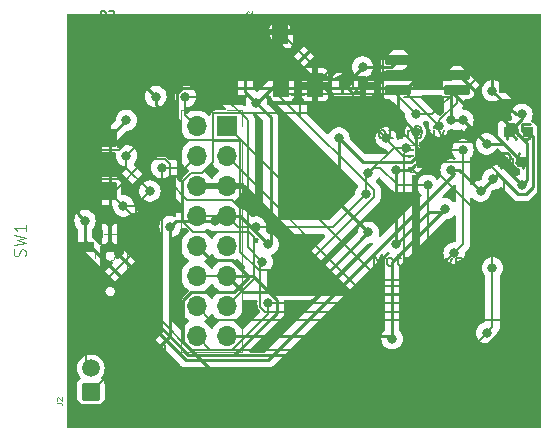
<source format=gbr>
%TF.GenerationSoftware,KiCad,Pcbnew,8.0.1*%
%TF.CreationDate,2024-03-24T22:53:19+02:00*%
%TF.ProjectId,MSHPRI017_Micro_Mouse_Subsystem,4d534850-5249-4303-9137-5f4d6963726f,rev?*%
%TF.SameCoordinates,Original*%
%TF.FileFunction,Soldermask,Bot*%
%TF.FilePolarity,Negative*%
%FSLAX46Y46*%
G04 Gerber Fmt 4.6, Leading zero omitted, Abs format (unit mm)*
G04 Created by KiCad (PCBNEW 8.0.1) date 2024-03-24 22:53:19*
%MOMM*%
%LPD*%
G01*
G04 APERTURE LIST*
G04 Aperture macros list*
%AMRoundRect*
0 Rectangle with rounded corners*
0 $1 Rounding radius*
0 $2 $3 $4 $5 $6 $7 $8 $9 X,Y pos of 4 corners*
0 Add a 4 corners polygon primitive as box body*
4,1,4,$2,$3,$4,$5,$6,$7,$8,$9,$2,$3,0*
0 Add four circle primitives for the rounded corners*
1,1,$1+$1,$2,$3*
1,1,$1+$1,$4,$5*
1,1,$1+$1,$6,$7*
1,1,$1+$1,$8,$9*
0 Add four rect primitives between the rounded corners*
20,1,$1+$1,$2,$3,$4,$5,0*
20,1,$1+$1,$4,$5,$6,$7,0*
20,1,$1+$1,$6,$7,$8,$9,0*
20,1,$1+$1,$8,$9,$2,$3,0*%
G04 Aperture macros list end*
%ADD10C,1.512000*%
%ADD11RoundRect,0.102000X0.654000X-0.654000X0.654000X0.654000X-0.654000X0.654000X-0.654000X-0.654000X0*%
%ADD12R,1.700000X1.700000*%
%ADD13O,1.700000X1.700000*%
%TA.AperFunction,ComponentPad*%
%ADD14C,1.308000*%
%TD*%
%TA.AperFunction,ComponentPad*%
%ADD15R,1.308000X1.308000*%
%TD*%
%TA.AperFunction,ComponentPad*%
%ADD16R,1.700000X1.700000*%
%TD*%
%TA.AperFunction,ComponentPad*%
%ADD17O,1.700000X1.700000*%
%TD*%
%TA.AperFunction,ViaPad*%
%ADD18C,0.800000*%
%TD*%
%TA.AperFunction,Conductor*%
%ADD19C,0.250000*%
%TD*%
%TA.AperFunction,Conductor*%
%ADD20C,0.200000*%
%TD*%
%ADD21C,0.120000*%
%ADD22C,0.300000*%
%TA.AperFunction,NonConductor*%
%ADD23C,0.300000*%
%TD*%
%TA.AperFunction,SMDPad,CuDef*%
%ADD24R,1.400000X0.900000*%
%TD*%
%TA.AperFunction,SMDPad,CuDef*%
%ADD25R,0.850000X0.750000*%
%TD*%
%TA.AperFunction,SMDPad,CuDef*%
%ADD26R,0.900000X0.950000*%
%TD*%
%TA.AperFunction,SMDPad,CuDef*%
%ADD27R,1.000000X1.450000*%
%TD*%
%TA.AperFunction,SMDPad,CuDef*%
%ADD28R,1.100000X1.380000*%
%TD*%
%TA.AperFunction,SMDPad,CuDef*%
%ADD29R,1.200000X1.820000*%
%TD*%
%TA.AperFunction,SMDPad,CuDef*%
%ADD30RoundRect,0.062500X-0.187500X-0.062500X0.187500X-0.062500X0.187500X0.062500X-0.187500X0.062500X0*%
%TD*%
%TA.AperFunction,SMDPad,CuDef*%
%ADD31R,0.900000X1.600000*%
%TD*%
%TA.AperFunction,SMDPad,CuDef*%
%ADD32R,0.570000X1.200000*%
%TD*%
%TA.AperFunction,SMDPad,CuDef*%
%ADD33R,1.000000X1.000000*%
%TD*%
%TA.AperFunction,SMDPad,CuDef*%
%ADD34RoundRect,0.042000X-0.943000X-0.258000X0.943000X-0.258000X0.943000X0.258000X-0.943000X0.258000X0*%
%TD*%
%TA.AperFunction,SMDPad,CuDef*%
%ADD35R,2.413000X3.302000*%
%TD*%
%TA.AperFunction,SMDPad,CuDef*%
%ADD36R,0.800000X0.800000*%
%TD*%
%ADD37R,1.400000X0.900000*%
%ADD38R,0.850000X0.750000*%
%ADD39R,0.900000X0.950000*%
%ADD40R,1.000000X1.450000*%
%ADD41RoundRect,0.102000X-0.550000X-0.690000X0.550000X-0.690000X0.550000X0.690000X-0.550000X0.690000X0*%
%ADD42RoundRect,0.102000X-0.600000X-0.910000X0.600000X-0.910000X0.600000X0.910000X-0.600000X0.910000X0*%
%ADD43RoundRect,0.062500X-0.187500X-0.062500X0.187500X-0.062500X0.187500X0.062500X-0.187500X0.062500X0*%
%ADD44R,0.900000X1.600000*%
%ADD45RoundRect,0.102000X-0.285000X-0.600000X0.285000X-0.600000X0.285000X0.600000X-0.285000X0.600000X0*%
%ADD46R,1.000000X1.000000*%
%ADD47RoundRect,0.056280X-1.030720X-0.345720X1.030720X-0.345720X1.030720X0.345720X-1.030720X0.345720X0*%
%ADD48RoundRect,0.102000X-1.206500X-1.651000X1.206500X-1.651000X1.206500X1.651000X-1.206500X1.651000X0*%
%ADD49RoundRect,0.102000X-0.400000X-0.400000X0.400000X-0.400000X0.400000X0.400000X-0.400000X0.400000X0*%
%ADD50C,0.100000*%
%ADD51C,0.254000*%
%ADD52C,0.098425*%
%ADD53C,0.150000*%
%ADD54C,0.200000*%
%ADD55C,0.127000*%
%TA.AperFunction,Profile*%
%ADD56C,0.100000*%
%TD*%
%TA.AperFunction,Profile*%
%ADD57C,0.050000*%
%TD*%
G04 APERTURE END LIST*
D10*
%TO.C,J2*%
X102000000Y-80000000D03*
D11*
X102000000Y-82000000D03*
%TD*%
D12*
%TO.C,J1*%
X113500000Y-59500000D03*
D13*
X110960000Y-59500000D03*
X113500000Y-62040000D03*
X110960000Y-62040000D03*
X113500000Y-64580000D03*
X110960000Y-64580000D03*
X113500000Y-67120000D03*
X110960000Y-67120000D03*
X113500000Y-69660000D03*
X110960000Y-69660000D03*
X113500000Y-72200000D03*
X110960000Y-72200000D03*
X113500000Y-74740000D03*
X110960000Y-74740000D03*
X113500000Y-77280000D03*
X110960000Y-77280000D03*
%TD*%
D14*
%TO.P,J2,2,2*%
%TO.N,Bat+*%
X102000000Y-80000000D03*
D15*
%TO.P,J2,1,1*%
%TO.N,Bat-*%
X102000000Y-82000000D03*
%TD*%
D16*
%TO.P,J1,1,Pin_1*%
%TO.N,Motor2_A*%
X113500000Y-59500000D03*
D17*
%TO.P,J1,2,Pin_2*%
%TO.N,PWM2_A*%
X110960000Y-59500000D03*
%TO.P,J1,3,Pin_3*%
%TO.N,Motor2_B*%
X113500000Y-62040000D03*
%TO.P,J1,4,Pin_4*%
%TO.N,PWM2_B*%
X110960000Y-62040000D03*
%TO.P,J1,5,Pin_5*%
%TO.N,Bat-*%
X113500000Y-64580000D03*
%TO.P,J1,6,Pin_6*%
X110960000Y-64580000D03*
%TO.P,J1,7,Pin_7*%
%TO.N,Batt*%
X113500000Y-67120000D03*
%TO.P,J1,8,Pin_8*%
X110960000Y-67120000D03*
%TO.P,J1,9,Pin_9*%
%TO.N,unconnected-(J1-Pin_9-Pad9)*%
X113500000Y-69660000D03*
%TO.P,J1,10,Pin_10*%
%TO.N,V_ADC*%
X110960000Y-69660000D03*
%TO.P,J1,11,Pin_11*%
%TO.N,5V_uC*%
X113500000Y-72200000D03*
%TO.P,J1,12,Pin_12*%
X110960000Y-72200000D03*
%TO.P,J1,13,Pin_13*%
%TO.N,Motor1_A*%
X113500000Y-74740000D03*
%TO.P,J1,14,Pin_14*%
%TO.N,PWM1_A*%
X110960000Y-74740000D03*
%TO.P,J1,15,Pin_15*%
%TO.N,Motor1_B*%
X113500000Y-77280000D03*
%TO.P,J1,16,Pin_16*%
%TO.N,PWM1_B*%
X110960000Y-77280000D03*
%TD*%
D18*
%TO.N,Motor1_B*%
X127850000Y-69500000D03*
X127850000Y-63235050D03*
%TO.N,Net-(D2-PadC)*%
X132500000Y-59000000D03*
X133500000Y-59000000D03*
X135500000Y-61000000D03*
%TO.N,Net-(D1-PadC)*%
X136005025Y-63994975D03*
X132500000Y-63200000D03*
X135000000Y-65000000D03*
%TO.N,Bat+*%
X104750000Y-66250000D03*
X107000000Y-65000000D03*
X105000000Y-62000000D03*
X131500000Y-59500000D03*
%TO.N,Motor1_B*%
X132000000Y-66500000D03*
X127500000Y-77500000D03*
%TO.N,5V_uC*%
X125500000Y-68500000D03*
X123000000Y-60500000D03*
X129500000Y-60000000D03*
%TO.N,Net-(D1-PadC)*%
X139012653Y-59987347D03*
X101500000Y-67500000D03*
%TO.N,Net-(U1-~{CHRG})*%
X138500000Y-58500000D03*
X136000000Y-56500000D03*
%TO.N,Batt*%
X112500000Y-67500000D03*
X108700000Y-68000000D03*
%TO.N,5V_uC*%
X105000000Y-59000000D03*
%TO.N,Bat+*%
X129500000Y-58500000D03*
%TO.N,Net-(U1-~{STDBY})*%
X138500000Y-64500000D03*
%TO.N,Net-(D2-PadC)*%
X107500000Y-57000000D03*
%TO.N,Bat-*%
X118000000Y-51500000D03*
X122500000Y-54500000D03*
%TO.N,Net-(U1-PROG)*%
X128025000Y-53865000D03*
X125000000Y-54500000D03*
%TO.N,Batt*%
X117000000Y-69500000D03*
X116000000Y-57500000D03*
X133500000Y-61500000D03*
X115965025Y-68034975D03*
X130500000Y-64500000D03*
X128688152Y-61312927D03*
X125500000Y-63500000D03*
X132750000Y-70250000D03*
X125250000Y-65250000D03*
%TO.N,PWM2_A*%
X110000000Y-57000000D03*
X116500000Y-71000000D03*
%TO.N,PWM2_B*%
X108000000Y-63000000D03*
X108000000Y-63000000D03*
X117000000Y-74500000D03*
%TO.N,Motor1_A*%
X127000000Y-60500000D03*
%TO.N,PWM1_B*%
X135500000Y-77000000D03*
X136000000Y-71500000D03*
%TD*%
D19*
%TO.N,5V_uC*%
X129090990Y-62510050D02*
X125010050Y-62510050D01*
X129500000Y-62101040D02*
X129090990Y-62510050D01*
%TO.N,Motor1_B*%
X129002386Y-63235050D02*
X129418718Y-62818718D01*
X127850000Y-63235050D02*
X129002386Y-63235050D01*
X130600000Y-66750000D02*
X127850000Y-69500000D01*
X132000000Y-66500000D02*
X131750000Y-66750000D01*
X131750000Y-66750000D02*
X130600000Y-66750000D01*
%TO.N,5V_uC*%
X129500000Y-60000000D02*
X129500000Y-62101040D01*
%TO.N,Net-(D2-PadC)*%
X132500000Y-56500000D02*
X132275000Y-56275000D01*
X135500000Y-61000000D02*
X133500000Y-59000000D01*
X132500000Y-59000000D02*
X132500000Y-56500000D01*
%TO.N,Net-(D1-PadC)*%
X136402417Y-63427722D02*
X136402417Y-63597583D01*
X136402417Y-63597583D02*
X136005025Y-63994975D01*
X135000000Y-65000000D02*
X136005025Y-63994975D01*
X132775000Y-63475000D02*
X132500000Y-63200000D01*
X132775000Y-63525000D02*
X132775000Y-63475000D01*
D20*
%TO.N,Bat+*%
X105750000Y-66250000D02*
X104750000Y-66250000D01*
X107000000Y-65000000D02*
X105750000Y-66250000D01*
X106350000Y-60650000D02*
X105000000Y-62000000D01*
X114650000Y-60650000D02*
X106350000Y-60650000D01*
X114650000Y-70139950D02*
X114650000Y-60650000D01*
X117789950Y-56800000D02*
X125589950Y-64600000D01*
X128800000Y-56800000D02*
X117789950Y-56800000D01*
X131500000Y-59500000D02*
X128800000Y-56800000D01*
D19*
%TO.N,Net-(U1-~{STDBY})*%
X138500000Y-64500000D02*
X138950000Y-64050000D01*
%TO.N,Net-(D2-PadC)*%
X132275000Y-56275000D02*
X138500000Y-62500000D01*
%TO.N,Motor1_B*%
X127500000Y-71000000D02*
X132000000Y-66500000D01*
X127500000Y-77500000D02*
X127500000Y-71000000D01*
%TO.N,5V_uC*%
X114865000Y-73565000D02*
X113500000Y-72200000D01*
X125500000Y-68500000D02*
X120435000Y-73565000D01*
X120435000Y-73565000D02*
X114865000Y-73565000D01*
X125010050Y-62510050D02*
X123000000Y-60500000D01*
D20*
%TO.N,Motor1_A*%
X127000000Y-60500000D02*
X127000000Y-60614725D01*
X127000000Y-60614725D02*
X128398202Y-62012927D01*
X128398202Y-62012927D02*
X128987073Y-62012927D01*
D19*
%TO.N,Net-(D1-PadC)*%
X139400000Y-64625305D02*
X139400000Y-60374694D01*
X138800305Y-65225000D02*
X139400000Y-64625305D01*
X139400000Y-60374694D02*
X139012653Y-59987347D01*
X138199695Y-65225000D02*
X138800305Y-65225000D01*
X136402417Y-63427722D02*
X138199695Y-65225000D01*
X116995000Y-79305000D02*
X132775000Y-63525000D01*
X110067564Y-79305000D02*
X116995000Y-79305000D01*
X107125000Y-76362437D02*
X110067564Y-79305000D01*
X101500000Y-69184971D02*
X107125000Y-74809971D01*
X101500000Y-67500000D02*
X101500000Y-69184971D01*
X107125000Y-74809971D02*
X107125000Y-76362437D01*
%TO.N,Net-(U1-~{CHRG})*%
X138000000Y-58500000D02*
X138500000Y-58500000D01*
X136000000Y-56500000D02*
X138000000Y-58500000D01*
%TO.N,Batt*%
X109200000Y-67500000D02*
X112500000Y-67500000D01*
X108700000Y-68000000D02*
X109200000Y-67500000D01*
%TO.N,5V_uC*%
X117725000Y-74199695D02*
X115725305Y-72200000D01*
X115725305Y-72200000D02*
X113500000Y-72200000D01*
X117725000Y-75282387D02*
X117725000Y-74199695D01*
X114152387Y-78855000D02*
X117725000Y-75282387D01*
X110253960Y-78855000D02*
X114152387Y-78855000D01*
X107575000Y-73613914D02*
X107575000Y-76176041D01*
X103575000Y-69613914D02*
X107575000Y-73613914D01*
X103575000Y-60425000D02*
X103575000Y-69613914D01*
X105000000Y-59000000D02*
X103575000Y-60425000D01*
X107575000Y-76176041D02*
X110253960Y-78855000D01*
D20*
%TO.N,Bat+*%
X106700000Y-62300000D02*
X104000000Y-65000000D01*
X108289950Y-62300000D02*
X106700000Y-62300000D01*
X110170000Y-65730000D02*
X108700000Y-64260000D01*
X108700000Y-64260000D02*
X108700000Y-62710050D01*
X113976346Y-65730000D02*
X110170000Y-65730000D01*
X116210050Y-71700000D02*
X114650000Y-70139950D01*
X119789950Y-71700000D02*
X116210050Y-71700000D01*
X114650000Y-70139950D02*
X114650000Y-66403654D01*
X125950000Y-64884314D02*
X125950000Y-65539950D01*
X108700000Y-62710050D02*
X108289950Y-62300000D01*
X125665686Y-64600000D02*
X125950000Y-64884314D01*
X125589950Y-64600000D02*
X125665686Y-64600000D01*
X125950000Y-65539950D02*
X119789950Y-71700000D01*
X119700000Y-58710050D02*
X125589950Y-64600000D01*
X119700000Y-56800000D02*
X119700000Y-58710050D01*
X114650000Y-66403654D02*
X113976346Y-65730000D01*
X127800000Y-56800000D02*
X119700000Y-56800000D01*
X129500000Y-58500000D02*
X127800000Y-56800000D01*
D19*
%TO.N,Net-(U1-~{STDBY})*%
X138950000Y-60950000D02*
X133000000Y-55000000D01*
X138950000Y-64050000D02*
X138950000Y-60950000D01*
%TO.N,Net-(D2-PadC)*%
X109699695Y-56275000D02*
X132275000Y-56275000D01*
X109275000Y-59476701D02*
X109275000Y-56699695D01*
X107500000Y-57000000D02*
X107500000Y-57701701D01*
X109275000Y-56699695D02*
X109699695Y-56275000D01*
X107500000Y-57701701D02*
X109275000Y-59476701D01*
D20*
%TO.N,Bat-*%
X122500000Y-54500000D02*
X121000000Y-54500000D01*
X121000000Y-54500000D02*
X118000000Y-51500000D01*
D19*
%TO.N,Net-(U1-PROG)*%
X127390000Y-54500000D02*
X128025000Y-53865000D01*
X125000000Y-54500000D02*
X127390000Y-54500000D01*
%TO.N,Batt*%
X117225000Y-69275000D02*
X117000000Y-69500000D01*
X117225000Y-58725000D02*
X117225000Y-69275000D01*
X116000000Y-57500000D02*
X117225000Y-58725000D01*
D20*
X125500000Y-65000000D02*
X125250000Y-65250000D01*
X133500000Y-61500000D02*
X133500000Y-69500000D01*
X130500000Y-64500000D02*
X128000000Y-64500000D01*
X122465025Y-68034975D02*
X125250000Y-65250000D01*
X128000000Y-64500000D02*
X126500000Y-63000000D01*
X133500000Y-69500000D02*
X132750000Y-70250000D01*
X126500000Y-63000000D02*
X126000000Y-63000000D01*
X126000000Y-63000000D02*
X125500000Y-63500000D01*
X132500000Y-70500000D02*
X132750000Y-70250000D01*
X115965025Y-68034975D02*
X122465025Y-68034975D01*
%TO.N,PWM2_A*%
X113300000Y-57000000D02*
X110000000Y-57000000D01*
X115265025Y-69765025D02*
X115265025Y-58965025D01*
X116500000Y-71000000D02*
X115265025Y-69765025D01*
X115265025Y-58965025D02*
X113300000Y-57000000D01*
%TO.N,PWM2_B*%
X117000000Y-75406346D02*
X113976346Y-78430000D01*
X108000000Y-76000000D02*
X108000000Y-63000000D01*
X113976346Y-78430000D02*
X110430000Y-78430000D01*
X110430000Y-78430000D02*
X108000000Y-76000000D01*
X117000000Y-74500000D02*
X117000000Y-75406346D01*
%TO.N,Motor1_A*%
X128987073Y-62012927D02*
X129000000Y-62000000D01*
%TO.N,PWM1_B*%
X136000000Y-71500000D02*
X136000000Y-76500000D01*
X136000000Y-76500000D02*
X135500000Y-77000000D01*
%TD*%
%TA.AperFunction,NonConductor*%
G36*
X115158579Y-56920185D02*
G01*
X115204334Y-56972989D01*
X115214278Y-57042147D01*
X115198927Y-57086497D01*
X115185832Y-57109180D01*
X115172821Y-57131715D01*
X115172818Y-57131722D01*
X115122174Y-57287590D01*
X115114326Y-57311744D01*
X115094540Y-57500000D01*
X115106158Y-57610545D01*
X115110238Y-57649359D01*
X115097668Y-57718089D01*
X115049936Y-57769112D01*
X114982196Y-57786230D01*
X114915954Y-57764007D01*
X114899236Y-57750001D01*
X114261416Y-57112181D01*
X114227931Y-57050858D01*
X114232915Y-56981166D01*
X114274787Y-56925233D01*
X114340251Y-56900816D01*
X114349097Y-56900500D01*
X115091540Y-56900500D01*
X115158579Y-56920185D01*
G37*
%TD.AperFunction*%
%TA.AperFunction,NonConductor*%
G36*
X131817539Y-56920185D02*
G01*
X131863294Y-56972989D01*
X131874500Y-57024500D01*
X131874500Y-58301312D01*
X131854815Y-58368351D01*
X131842650Y-58384284D01*
X131767466Y-58467784D01*
X131725886Y-58539801D01*
X131675318Y-58588016D01*
X131606711Y-58601237D01*
X131596989Y-58599745D01*
X131594651Y-58599500D01*
X131594646Y-58599500D01*
X131500098Y-58599500D01*
X131433059Y-58579815D01*
X131412417Y-58563181D01*
X130710378Y-57861142D01*
X129961415Y-57112180D01*
X129927931Y-57050858D01*
X129932915Y-56981166D01*
X129974787Y-56925233D01*
X130040251Y-56900816D01*
X130049097Y-56900500D01*
X131750500Y-56900500D01*
X131817539Y-56920185D01*
G37*
%TD.AperFunction*%
%TA.AperFunction,NonConductor*%
G36*
X113066942Y-57620185D02*
G01*
X113087584Y-57636819D01*
X113388584Y-57937819D01*
X113422069Y-57999142D01*
X113417085Y-58068834D01*
X113375213Y-58124767D01*
X113309749Y-58149184D01*
X113300903Y-58149500D01*
X112602129Y-58149500D01*
X112602123Y-58149501D01*
X112542516Y-58155908D01*
X112407671Y-58206202D01*
X112407664Y-58206206D01*
X112292455Y-58292452D01*
X112292452Y-58292455D01*
X112206206Y-58407664D01*
X112206203Y-58407669D01*
X112157189Y-58539083D01*
X112115317Y-58595016D01*
X112049853Y-58619433D01*
X111981580Y-58604581D01*
X111953326Y-58583430D01*
X111831402Y-58461506D01*
X111831395Y-58461501D01*
X111637834Y-58325967D01*
X111637830Y-58325965D01*
X111607324Y-58311740D01*
X111423663Y-58226097D01*
X111423659Y-58226096D01*
X111423655Y-58226094D01*
X111195413Y-58164938D01*
X111195403Y-58164936D01*
X110960001Y-58144341D01*
X110959999Y-58144341D01*
X110724596Y-58164936D01*
X110724586Y-58164938D01*
X110496344Y-58226094D01*
X110496335Y-58226098D01*
X110282171Y-58325964D01*
X110282169Y-58325965D01*
X110095623Y-58456586D01*
X110029417Y-58478913D01*
X109961650Y-58461903D01*
X109913837Y-58410955D01*
X109900500Y-58355011D01*
X109900500Y-58024500D01*
X109920185Y-57957461D01*
X109972989Y-57911706D01*
X110024500Y-57900500D01*
X110094644Y-57900500D01*
X110094646Y-57900500D01*
X110279803Y-57861144D01*
X110452730Y-57784151D01*
X110605871Y-57672888D01*
X110634109Y-57641527D01*
X110693595Y-57604879D01*
X110726258Y-57600500D01*
X112999903Y-57600500D01*
X113066942Y-57620185D01*
G37*
%TD.AperFunction*%
%TA.AperFunction,NonConductor*%
G36*
X127566942Y-57420185D02*
G01*
X127587584Y-57436819D01*
X128558221Y-58407456D01*
X128591706Y-58468779D01*
X128594540Y-58495137D01*
X128594540Y-58499997D01*
X128594540Y-58500000D01*
X128614326Y-58688256D01*
X128614327Y-58688259D01*
X128672818Y-58868277D01*
X128672821Y-58868284D01*
X128767466Y-59032215D01*
X128888851Y-59167028D01*
X128919081Y-59230020D01*
X128910455Y-59299355D01*
X128888851Y-59332972D01*
X128767466Y-59467784D01*
X128672821Y-59631715D01*
X128672818Y-59631722D01*
X128618437Y-59799091D01*
X128614326Y-59811744D01*
X128594540Y-60000000D01*
X128614326Y-60188256D01*
X128614326Y-60188258D01*
X128614327Y-60188260D01*
X128638556Y-60262831D01*
X128640551Y-60332672D01*
X128604470Y-60392504D01*
X128546406Y-60422438D01*
X128408349Y-60451782D01*
X128408344Y-60451784D01*
X128235423Y-60528775D01*
X128100223Y-60627003D01*
X128034416Y-60650482D01*
X127966362Y-60634656D01*
X127917668Y-60584550D01*
X127903793Y-60516072D01*
X127904018Y-60513720D01*
X127905460Y-60500003D01*
X127905460Y-60500002D01*
X127900392Y-60451782D01*
X127885674Y-60311744D01*
X127827179Y-60131716D01*
X127732533Y-59967784D01*
X127605871Y-59827112D01*
X127584719Y-59811744D01*
X127452734Y-59715851D01*
X127452729Y-59715848D01*
X127279807Y-59638857D01*
X127279802Y-59638855D01*
X127134001Y-59607865D01*
X127094646Y-59599500D01*
X126905354Y-59599500D01*
X126872897Y-59606398D01*
X126720197Y-59638855D01*
X126720192Y-59638857D01*
X126547270Y-59715848D01*
X126547265Y-59715851D01*
X126394129Y-59827111D01*
X126267466Y-59967785D01*
X126172821Y-60131715D01*
X126172818Y-60131722D01*
X126114327Y-60311740D01*
X126114326Y-60311744D01*
X126094540Y-60500000D01*
X126114326Y-60688256D01*
X126114327Y-60688259D01*
X126172818Y-60868277D01*
X126172821Y-60868284D01*
X126267467Y-61032216D01*
X126363487Y-61138857D01*
X126394129Y-61172888D01*
X126547265Y-61284148D01*
X126547270Y-61284151D01*
X126720192Y-61361142D01*
X126720197Y-61361144D01*
X126905354Y-61400500D01*
X126905356Y-61400500D01*
X126909030Y-61401281D01*
X126970511Y-61434473D01*
X126970930Y-61434890D01*
X127208909Y-61672869D01*
X127242394Y-61734192D01*
X127237410Y-61803884D01*
X127195538Y-61859817D01*
X127130074Y-61884234D01*
X127121228Y-61884550D01*
X125320502Y-61884550D01*
X125253463Y-61864865D01*
X125232821Y-61848231D01*
X123938960Y-60554370D01*
X123905475Y-60493047D01*
X123903323Y-60479671D01*
X123885674Y-60311744D01*
X123827179Y-60131716D01*
X123732533Y-59967784D01*
X123605871Y-59827112D01*
X123584719Y-59811744D01*
X123452734Y-59715851D01*
X123452729Y-59715848D01*
X123279807Y-59638857D01*
X123279802Y-59638855D01*
X123134001Y-59607865D01*
X123094646Y-59599500D01*
X122905354Y-59599500D01*
X122872897Y-59606398D01*
X122720197Y-59638855D01*
X122720192Y-59638857D01*
X122547270Y-59715848D01*
X122547265Y-59715851D01*
X122394129Y-59827111D01*
X122267465Y-59967785D01*
X122179713Y-60119778D01*
X122129146Y-60167994D01*
X122060539Y-60181217D01*
X121995674Y-60155249D01*
X121984645Y-60145459D01*
X120336819Y-58497633D01*
X120303334Y-58436310D01*
X120300500Y-58409952D01*
X120300500Y-57524500D01*
X120320185Y-57457461D01*
X120372989Y-57411706D01*
X120424500Y-57400500D01*
X127499903Y-57400500D01*
X127566942Y-57420185D01*
G37*
%TD.AperFunction*%
%TA.AperFunction,NonConductor*%
G36*
X104397381Y-62675251D02*
G01*
X104510054Y-62757112D01*
X104547270Y-62784151D01*
X104720192Y-62861142D01*
X104720197Y-62861144D01*
X104905354Y-62900500D01*
X104905355Y-62900500D01*
X104950901Y-62900500D01*
X105017940Y-62920185D01*
X105063695Y-62972989D01*
X105073639Y-63042147D01*
X105044614Y-63105703D01*
X105038582Y-63112181D01*
X104412181Y-63738582D01*
X104350858Y-63772067D01*
X104281166Y-63767083D01*
X104225233Y-63725211D01*
X104200816Y-63659747D01*
X104200500Y-63650901D01*
X104200500Y-62775571D01*
X104220185Y-62708532D01*
X104272989Y-62662777D01*
X104342147Y-62652833D01*
X104397381Y-62675251D01*
G37*
%TD.AperFunction*%
%TA.AperFunction,NonConductor*%
G36*
X112314855Y-62706546D02*
G01*
X112331575Y-62725842D01*
X112461501Y-62911396D01*
X112461506Y-62911402D01*
X112628597Y-63078493D01*
X112628603Y-63078498D01*
X112814158Y-63208425D01*
X112857783Y-63263002D01*
X112864977Y-63332500D01*
X112833454Y-63394855D01*
X112814158Y-63411575D01*
X112628597Y-63541505D01*
X112461505Y-63708597D01*
X112331575Y-63894158D01*
X112276998Y-63937783D01*
X112207500Y-63944977D01*
X112145145Y-63913454D01*
X112128425Y-63894158D01*
X111998494Y-63708597D01*
X111831402Y-63541506D01*
X111831396Y-63541501D01*
X111645842Y-63411575D01*
X111602217Y-63356998D01*
X111595023Y-63287500D01*
X111626546Y-63225145D01*
X111645842Y-63208425D01*
X111682482Y-63182769D01*
X111831401Y-63078495D01*
X111998495Y-62911401D01*
X112128425Y-62725842D01*
X112183002Y-62682217D01*
X112252500Y-62675023D01*
X112314855Y-62706546D01*
G37*
%TD.AperFunction*%
%TA.AperFunction,NonConductor*%
G36*
X130250961Y-59120077D02*
G01*
X130301451Y-59150687D01*
X130419778Y-59269014D01*
X130558222Y-59407457D01*
X130591706Y-59468779D01*
X130594540Y-59495137D01*
X130594540Y-59499997D01*
X130594540Y-59500000D01*
X130614326Y-59688256D01*
X130614327Y-59688259D01*
X130672818Y-59868277D01*
X130672821Y-59868284D01*
X130767467Y-60032216D01*
X130857063Y-60131722D01*
X130894129Y-60172888D01*
X131047265Y-60284148D01*
X131047270Y-60284151D01*
X131220192Y-60361142D01*
X131220197Y-60361144D01*
X131405354Y-60400500D01*
X131405355Y-60400500D01*
X131594644Y-60400500D01*
X131594646Y-60400500D01*
X131779803Y-60361144D01*
X131952730Y-60284151D01*
X132105871Y-60172888D01*
X132232533Y-60032216D01*
X132274112Y-59960197D01*
X132324676Y-59911984D01*
X132393283Y-59898760D01*
X132403006Y-59900253D01*
X132405353Y-59900500D01*
X132405354Y-59900500D01*
X132594644Y-59900500D01*
X132594646Y-59900500D01*
X132779803Y-59861144D01*
X132949566Y-59785559D01*
X133018813Y-59776275D01*
X133050430Y-59785557D01*
X133220197Y-59861144D01*
X133405354Y-59900500D01*
X133464548Y-59900500D01*
X133531587Y-59920185D01*
X133552229Y-59936819D01*
X134222868Y-60607458D01*
X134256353Y-60668781D01*
X134251369Y-60738473D01*
X134209497Y-60794406D01*
X134144033Y-60818823D01*
X134075760Y-60803971D01*
X134062302Y-60795457D01*
X133952734Y-60715851D01*
X133952729Y-60715848D01*
X133779807Y-60638857D01*
X133779802Y-60638855D01*
X133632086Y-60607458D01*
X133594646Y-60599500D01*
X133405354Y-60599500D01*
X133372897Y-60606398D01*
X133220197Y-60638855D01*
X133220192Y-60638857D01*
X133047270Y-60715848D01*
X133047265Y-60715851D01*
X132894129Y-60827111D01*
X132767466Y-60967785D01*
X132672821Y-61131715D01*
X132672818Y-61131722D01*
X132622425Y-61286818D01*
X132614326Y-61311744D01*
X132594540Y-61500000D01*
X132614326Y-61688256D01*
X132614327Y-61688259D01*
X132672818Y-61868277D01*
X132672821Y-61868284D01*
X132767467Y-62032216D01*
X132850634Y-62124582D01*
X132880864Y-62187573D01*
X132872239Y-62256909D01*
X132827497Y-62310574D01*
X132760845Y-62331532D01*
X132732704Y-62328844D01*
X132594647Y-62299500D01*
X132594646Y-62299500D01*
X132405354Y-62299500D01*
X132372897Y-62306398D01*
X132220197Y-62338855D01*
X132220192Y-62338857D01*
X132047270Y-62415848D01*
X132047265Y-62415851D01*
X131894129Y-62527111D01*
X131767466Y-62667785D01*
X131672821Y-62831715D01*
X131672818Y-62831722D01*
X131614327Y-63011740D01*
X131614326Y-63011744D01*
X131594540Y-63200000D01*
X131614326Y-63388256D01*
X131614327Y-63388259D01*
X131672821Y-63568285D01*
X131689047Y-63596391D01*
X131705517Y-63664291D01*
X131682664Y-63730318D01*
X131669339Y-63746069D01*
X131425530Y-63989878D01*
X131364207Y-64023363D01*
X131294515Y-64018379D01*
X131238582Y-63976507D01*
X131235736Y-63972193D01*
X131232534Y-63967785D01*
X131121099Y-63844024D01*
X131105871Y-63827112D01*
X131103175Y-63825153D01*
X130952734Y-63715851D01*
X130952729Y-63715848D01*
X130779807Y-63638857D01*
X130779802Y-63638855D01*
X130634001Y-63607865D01*
X130594646Y-63599500D01*
X130405354Y-63599500D01*
X130372897Y-63606398D01*
X130220197Y-63638855D01*
X130220192Y-63638857D01*
X130047270Y-63715848D01*
X130047265Y-63715851D01*
X129894135Y-63827106D01*
X129894128Y-63827112D01*
X129865891Y-63858473D01*
X129806405Y-63895121D01*
X129773742Y-63899500D01*
X129521890Y-63899500D01*
X129454851Y-63879815D01*
X129409096Y-63827011D01*
X129399152Y-63757853D01*
X129428177Y-63694297D01*
X129434208Y-63687819D01*
X129449139Y-63672888D01*
X129488244Y-63633783D01*
X129488245Y-63633780D01*
X129904575Y-63217452D01*
X129973029Y-63115004D01*
X130020181Y-63001169D01*
X130044218Y-62880325D01*
X130044218Y-62757112D01*
X130020181Y-62636267D01*
X129997507Y-62581529D01*
X129990039Y-62512062D01*
X130008967Y-62465188D01*
X130041935Y-62415848D01*
X130054306Y-62397334D01*
X130054307Y-62397331D01*
X130054311Y-62397326D01*
X130101463Y-62283492D01*
X130113060Y-62225189D01*
X130120406Y-62188259D01*
X130120406Y-62188256D01*
X130125500Y-62162647D01*
X130125500Y-62039434D01*
X130125500Y-60698687D01*
X130145185Y-60631648D01*
X130157350Y-60615715D01*
X130175891Y-60595122D01*
X130232533Y-60532216D01*
X130327179Y-60368284D01*
X130385674Y-60188256D01*
X130405460Y-60000000D01*
X130385674Y-59811744D01*
X130327179Y-59631716D01*
X130232533Y-59467784D01*
X130111146Y-59332971D01*
X130080917Y-59269981D01*
X130089542Y-59200646D01*
X130111143Y-59167032D01*
X130121620Y-59155396D01*
X130181104Y-59118748D01*
X130250961Y-59120077D01*
G37*
%TD.AperFunction*%
%TA.AperFunction,NonConductor*%
G36*
X109710436Y-61270185D02*
G01*
X109756191Y-61322989D01*
X109766135Y-61392147D01*
X109755779Y-61426905D01*
X109686097Y-61576335D01*
X109686094Y-61576344D01*
X109624938Y-61804586D01*
X109624936Y-61804596D01*
X109604341Y-62039999D01*
X109604341Y-62040000D01*
X109624936Y-62275403D01*
X109624938Y-62275413D01*
X109686094Y-62503655D01*
X109686096Y-62503659D01*
X109686097Y-62503663D01*
X109747935Y-62636274D01*
X109785965Y-62717830D01*
X109785967Y-62717834D01*
X109865713Y-62831722D01*
X109921501Y-62911396D01*
X109921506Y-62911402D01*
X110088597Y-63078493D01*
X110088603Y-63078498D01*
X110274158Y-63208425D01*
X110317783Y-63263002D01*
X110324977Y-63332500D01*
X110293454Y-63394855D01*
X110274158Y-63411575D01*
X110088597Y-63541505D01*
X109921505Y-63708597D01*
X109785965Y-63902169D01*
X109785964Y-63902171D01*
X109686098Y-64116335D01*
X109686095Y-64116343D01*
X109682401Y-64130128D01*
X109646034Y-64189787D01*
X109583186Y-64220314D01*
X109513811Y-64212017D01*
X109474946Y-64185711D01*
X109336819Y-64047584D01*
X109303334Y-63986261D01*
X109300500Y-63959903D01*
X109300500Y-62630994D01*
X109300499Y-62630990D01*
X109295794Y-62613428D01*
X109259577Y-62478265D01*
X109214101Y-62399499D01*
X109180520Y-62341334D01*
X109068716Y-62229530D01*
X109068715Y-62229529D01*
X109064385Y-62225199D01*
X109064374Y-62225189D01*
X108777540Y-61938355D01*
X108777538Y-61938352D01*
X108658667Y-61819481D01*
X108658659Y-61819475D01*
X108535145Y-61748165D01*
X108535142Y-61748164D01*
X108521735Y-61740423D01*
X108498481Y-61734192D01*
X108369007Y-61699499D01*
X108210893Y-61699499D01*
X108203297Y-61699499D01*
X108203281Y-61699500D01*
X106786670Y-61699500D01*
X106786654Y-61699499D01*
X106779058Y-61699499D01*
X106620943Y-61699499D01*
X106544579Y-61719961D01*
X106468214Y-61740423D01*
X106468213Y-61740424D01*
X106433538Y-61760443D01*
X106365637Y-61776913D01*
X106299611Y-61754059D01*
X106256422Y-61699137D01*
X106249783Y-61629583D01*
X106281800Y-61567482D01*
X106283754Y-61565479D01*
X106562418Y-61286816D01*
X106623739Y-61253334D01*
X106650097Y-61250500D01*
X109643397Y-61250500D01*
X109710436Y-61270185D01*
G37*
%TD.AperFunction*%
%TA.AperFunction,NonConductor*%
G36*
X134388123Y-60777461D02*
G01*
X134410763Y-60795353D01*
X134561038Y-60945628D01*
X134594523Y-61006951D01*
X134596678Y-61020347D01*
X134597926Y-61032216D01*
X134614326Y-61188256D01*
X134614327Y-61188259D01*
X134672818Y-61368277D01*
X134672821Y-61368284D01*
X134767467Y-61532216D01*
X134855137Y-61629583D01*
X134894129Y-61672888D01*
X135047265Y-61784148D01*
X135047270Y-61784151D01*
X135220192Y-61861142D01*
X135220197Y-61861144D01*
X135405354Y-61900500D01*
X135405355Y-61900500D01*
X135594644Y-61900500D01*
X135594646Y-61900500D01*
X135779803Y-61861144D01*
X135952730Y-61784151D01*
X136105871Y-61672888D01*
X136232533Y-61532216D01*
X136303668Y-61409005D01*
X136354233Y-61360792D01*
X136422840Y-61347568D01*
X136487705Y-61373536D01*
X136498735Y-61383326D01*
X138101262Y-62985854D01*
X138101265Y-62985857D01*
X138140002Y-63011740D01*
X138203714Y-63054311D01*
X138247954Y-63072636D01*
X138302355Y-63116475D01*
X138324421Y-63182769D01*
X138324500Y-63187196D01*
X138324500Y-63516272D01*
X138304815Y-63583311D01*
X138252011Y-63629066D01*
X138226286Y-63637561D01*
X138220199Y-63638854D01*
X138220192Y-63638857D01*
X138047270Y-63715848D01*
X138047265Y-63715851D01*
X137894135Y-63827106D01*
X137894125Y-63827115D01*
X137883136Y-63839319D01*
X137823648Y-63875965D01*
X137753791Y-63874632D01*
X137703309Y-63844024D01*
X136892615Y-63033330D01*
X136892595Y-63033308D01*
X136801153Y-62941866D01*
X136801149Y-62941863D01*
X136744055Y-62903714D01*
X136739245Y-62900500D01*
X136698703Y-62873410D01*
X136698700Y-62873408D01*
X136698699Y-62873408D01*
X136698698Y-62873407D01*
X136598044Y-62831716D01*
X136598043Y-62831715D01*
X136584873Y-62826260D01*
X136584861Y-62826257D01*
X136511904Y-62811744D01*
X136511895Y-62811744D01*
X136464024Y-62802222D01*
X136340810Y-62802222D01*
X136316874Y-62806983D01*
X136292938Y-62811744D01*
X136292937Y-62811743D01*
X136219972Y-62826257D01*
X136219960Y-62826260D01*
X136206787Y-62831717D01*
X136106135Y-62873407D01*
X136106134Y-62873408D01*
X136060779Y-62903714D01*
X136003684Y-62941863D01*
X136003680Y-62941866D01*
X135916559Y-63028987D01*
X135894589Y-63061868D01*
X135840976Y-63106672D01*
X135817270Y-63114265D01*
X135725221Y-63133831D01*
X135725217Y-63133832D01*
X135552295Y-63210823D01*
X135552290Y-63210826D01*
X135399154Y-63322086D01*
X135272491Y-63462760D01*
X135177846Y-63626690D01*
X135177843Y-63626697D01*
X135119352Y-63806715D01*
X135119351Y-63806719D01*
X135101704Y-63974625D01*
X135075119Y-64039239D01*
X135066067Y-64049341D01*
X135052231Y-64063178D01*
X134990909Y-64096665D01*
X134964547Y-64099500D01*
X134905354Y-64099500D01*
X134872897Y-64106398D01*
X134720197Y-64138855D01*
X134720192Y-64138857D01*
X134547270Y-64215848D01*
X134547265Y-64215851D01*
X134394129Y-64327111D01*
X134394128Y-64327112D01*
X134316649Y-64413161D01*
X134257163Y-64449809D01*
X134187306Y-64448478D01*
X134129258Y-64409591D01*
X134101448Y-64345494D01*
X134100500Y-64330188D01*
X134100500Y-62226452D01*
X134120185Y-62159413D01*
X134132350Y-62143480D01*
X134149366Y-62124582D01*
X134232533Y-62032216D01*
X134327179Y-61868284D01*
X134385674Y-61688256D01*
X134405460Y-61500000D01*
X134385674Y-61311744D01*
X134327179Y-61131716D01*
X134232533Y-60967784D01*
X134230931Y-60966005D01*
X134230330Y-60964752D01*
X134228715Y-60962529D01*
X134229121Y-60962233D01*
X134200702Y-60903015D01*
X134209327Y-60833680D01*
X134254068Y-60780014D01*
X134320721Y-60759056D01*
X134388123Y-60777461D01*
G37*
%TD.AperFunction*%
%TA.AperFunction,NonConductor*%
G36*
X107018397Y-62933352D02*
G01*
X107074330Y-62975224D01*
X107098383Y-63036571D01*
X107114326Y-63188256D01*
X107114327Y-63188259D01*
X107172818Y-63368277D01*
X107172821Y-63368284D01*
X107267467Y-63532216D01*
X107363487Y-63638857D01*
X107367650Y-63643480D01*
X107397880Y-63706471D01*
X107399500Y-63726452D01*
X107399500Y-64011171D01*
X107379815Y-64078210D01*
X107327011Y-64123965D01*
X107257853Y-64133909D01*
X107249720Y-64132461D01*
X107094647Y-64099500D01*
X107094646Y-64099500D01*
X106905354Y-64099500D01*
X106872897Y-64106398D01*
X106720197Y-64138855D01*
X106720192Y-64138857D01*
X106547270Y-64215848D01*
X106547265Y-64215851D01*
X106394129Y-64327111D01*
X106267466Y-64467785D01*
X106172821Y-64631715D01*
X106172818Y-64631722D01*
X106116433Y-64805258D01*
X106114326Y-64811744D01*
X106096587Y-64980524D01*
X106094540Y-65000002D01*
X106094540Y-65004862D01*
X106074855Y-65071901D01*
X106058221Y-65092543D01*
X105551452Y-65599312D01*
X105490129Y-65632797D01*
X105420437Y-65627813D01*
X105371623Y-65594606D01*
X105355868Y-65577109D01*
X105355864Y-65577106D01*
X105202734Y-65465851D01*
X105202729Y-65465848D01*
X105029807Y-65388857D01*
X105029802Y-65388855D01*
X104884001Y-65357865D01*
X104844646Y-65349500D01*
X104799096Y-65349500D01*
X104732057Y-65329815D01*
X104686302Y-65277011D01*
X104676358Y-65207853D01*
X104705383Y-65144297D01*
X104711415Y-65137819D01*
X105070108Y-64779126D01*
X106887384Y-62961851D01*
X106948705Y-62928368D01*
X107018397Y-62933352D01*
G37*
%TD.AperFunction*%
%TA.AperFunction,NonConductor*%
G36*
X132818834Y-64468270D02*
G01*
X132874767Y-64510142D01*
X132899184Y-64575606D01*
X132899500Y-64584452D01*
X132899500Y-65830188D01*
X132879815Y-65897227D01*
X132827011Y-65942982D01*
X132757853Y-65952926D01*
X132694297Y-65923901D01*
X132683351Y-65913161D01*
X132605871Y-65827112D01*
X132605870Y-65827111D01*
X132452734Y-65715851D01*
X132452729Y-65715848D01*
X132279807Y-65638857D01*
X132279802Y-65638855D01*
X132134001Y-65607865D01*
X132094646Y-65599500D01*
X131905354Y-65599500D01*
X131905353Y-65599500D01*
X131898897Y-65600179D01*
X131898689Y-65598201D01*
X131838415Y-65593588D01*
X131782691Y-65551439D01*
X131758600Y-65485854D01*
X131773792Y-65417656D01*
X131794642Y-65389947D01*
X132687819Y-64496771D01*
X132749142Y-64463286D01*
X132818834Y-64468270D01*
G37*
%TD.AperFunction*%
%TA.AperFunction,NonConductor*%
G36*
X108805703Y-65215384D02*
G01*
X108812181Y-65221416D01*
X109685139Y-66094374D01*
X109685149Y-66094385D01*
X109689479Y-66098715D01*
X109689480Y-66098716D01*
X109801284Y-66210520D01*
X109801286Y-66210521D01*
X109801288Y-66210523D01*
X109802655Y-66211572D01*
X109803515Y-66212750D01*
X109807031Y-66216266D01*
X109806482Y-66216814D01*
X109843859Y-66267999D01*
X109848016Y-66337744D01*
X109828747Y-66381071D01*
X109785964Y-66442172D01*
X109686097Y-66656335D01*
X109686094Y-66656344D01*
X109652267Y-66782593D01*
X109615902Y-66842254D01*
X109553055Y-66872783D01*
X109532492Y-66874500D01*
X109261607Y-66874500D01*
X109138393Y-66874500D01*
X109089758Y-66884174D01*
X109089757Y-66884173D01*
X109017554Y-66898535D01*
X109017541Y-66898539D01*
X108985262Y-66911909D01*
X108970397Y-66918067D01*
X108903718Y-66945685D01*
X108884571Y-66958479D01*
X108878190Y-66962743D01*
X108878189Y-66962744D01*
X108878188Y-66962743D01*
X108796203Y-67017526D01*
X108795172Y-67015984D01*
X108738831Y-67039900D01*
X108669965Y-67028095D01*
X108618415Y-66980933D01*
X108600500Y-66916731D01*
X108600500Y-65309097D01*
X108620185Y-65242058D01*
X108672989Y-65196303D01*
X108742147Y-65186359D01*
X108805703Y-65215384D01*
G37*
%TD.AperFunction*%
%TA.AperFunction,NonConductor*%
G36*
X115863208Y-58391541D02*
G01*
X115905354Y-58400500D01*
X115964548Y-58400500D01*
X116031587Y-58420185D01*
X116052229Y-58436819D01*
X116563181Y-58947771D01*
X116596666Y-59009094D01*
X116599500Y-59035452D01*
X116599500Y-67140980D01*
X116579815Y-67208019D01*
X116527011Y-67253774D01*
X116457853Y-67263718D01*
X116424294Y-67252110D01*
X116423691Y-67253467D01*
X116244832Y-67173832D01*
X116244827Y-67173830D01*
X116090275Y-67140980D01*
X116059671Y-67134475D01*
X115989525Y-67134475D01*
X115922486Y-67114790D01*
X115876731Y-67061986D01*
X115865525Y-67010475D01*
X115865525Y-59054084D01*
X115865526Y-59054071D01*
X115865526Y-58885970D01*
X115865526Y-58885968D01*
X115824602Y-58733240D01*
X115770109Y-58638856D01*
X115745545Y-58596309D01*
X115740599Y-58589864D01*
X115742949Y-58588060D01*
X115716264Y-58539190D01*
X115721248Y-58469498D01*
X115763120Y-58413565D01*
X115828584Y-58389148D01*
X115863208Y-58391541D01*
G37*
%TD.AperFunction*%
%TA.AperFunction,NonConductor*%
G36*
X117167085Y-56920185D02*
G01*
X117212840Y-56972989D01*
X117219820Y-56992405D01*
X117230372Y-57031783D01*
X117230372Y-57031785D01*
X117230622Y-57032217D01*
X117230639Y-57032246D01*
X117309427Y-57168712D01*
X117309431Y-57168717D01*
X117428299Y-57287585D01*
X117428304Y-57287589D01*
X118328273Y-58187559D01*
X119219478Y-59078764D01*
X124595839Y-64455125D01*
X124629324Y-64516448D01*
X124624340Y-64586140D01*
X124600309Y-64625777D01*
X124517466Y-64717785D01*
X124422821Y-64881715D01*
X124422818Y-64881722D01*
X124365031Y-65059573D01*
X124364326Y-65061744D01*
X124345375Y-65242058D01*
X124344540Y-65250002D01*
X124344540Y-65254862D01*
X124324855Y-65321901D01*
X124308221Y-65342543D01*
X122252609Y-67398156D01*
X122191286Y-67431641D01*
X122164928Y-67434475D01*
X117974500Y-67434475D01*
X117907461Y-67414790D01*
X117861706Y-67361986D01*
X117850500Y-67310475D01*
X117850500Y-58792741D01*
X117850501Y-58792720D01*
X117850501Y-58663391D01*
X117826464Y-58542555D01*
X117826463Y-58542549D01*
X117779312Y-58428715D01*
X117710858Y-58326267D01*
X117710855Y-58326263D01*
X116938960Y-57554369D01*
X116905475Y-57493046D01*
X116903323Y-57479668D01*
X116885674Y-57311744D01*
X116827179Y-57131716D01*
X116801072Y-57086498D01*
X116784600Y-57018600D01*
X116807452Y-56952573D01*
X116862374Y-56909383D01*
X116908460Y-56900500D01*
X117100046Y-56900500D01*
X117167085Y-56920185D01*
G37*
%TD.AperFunction*%
%TA.AperFunction,NonConductor*%
G36*
X111914776Y-68188606D02*
G01*
X111924811Y-68195180D01*
X112047265Y-68284148D01*
X112047270Y-68284151D01*
X112220192Y-68361142D01*
X112220197Y-68361144D01*
X112405354Y-68400500D01*
X112405355Y-68400500D01*
X112551295Y-68400500D01*
X112618334Y-68420185D01*
X112664089Y-68472989D01*
X112674033Y-68542147D01*
X112645008Y-68605703D01*
X112630998Y-68619491D01*
X112628599Y-68621503D01*
X112461505Y-68788597D01*
X112331575Y-68974158D01*
X112276998Y-69017783D01*
X112207500Y-69024977D01*
X112145145Y-68993454D01*
X112128425Y-68974158D01*
X111998494Y-68788597D01*
X111831402Y-68621506D01*
X111831401Y-68621505D01*
X111645842Y-68491575D01*
X111645841Y-68491574D01*
X111602216Y-68436997D01*
X111595024Y-68367498D01*
X111626546Y-68305144D01*
X111645831Y-68288432D01*
X111780807Y-68193921D01*
X111847008Y-68171596D01*
X111914776Y-68188606D01*
G37*
%TD.AperFunction*%
%TA.AperFunction,NonConductor*%
G36*
X116066170Y-68936940D02*
G01*
X116127434Y-68948136D01*
X116178464Y-68995861D01*
X116195592Y-69063599D01*
X116179071Y-69120891D01*
X116172820Y-69131718D01*
X116172818Y-69131722D01*
X116122176Y-69287584D01*
X116114326Y-69311744D01*
X116112844Y-69325835D01*
X116086261Y-69390447D01*
X116028964Y-69430432D01*
X115959145Y-69433092D01*
X115898971Y-69397583D01*
X115867548Y-69335178D01*
X115865525Y-69312871D01*
X115865525Y-69059475D01*
X115885210Y-68992436D01*
X115938014Y-68946681D01*
X115989525Y-68935475D01*
X116066170Y-68935475D01*
X116066170Y-68936940D01*
G37*
%TD.AperFunction*%
%TA.AperFunction,NonConductor*%
G36*
X121772917Y-68655160D02*
G01*
X121818672Y-68707964D01*
X121828616Y-68777122D01*
X121799591Y-68840678D01*
X121793559Y-68847156D01*
X119577534Y-71063181D01*
X119516211Y-71096666D01*
X119489853Y-71099500D01*
X117527568Y-71099500D01*
X117460529Y-71079815D01*
X117414774Y-71027011D01*
X117404247Y-70988462D01*
X117385674Y-70811744D01*
X117327179Y-70631716D01*
X117262077Y-70518957D01*
X117245605Y-70451058D01*
X117268458Y-70385031D01*
X117319028Y-70343679D01*
X117452730Y-70284151D01*
X117605871Y-70172888D01*
X117732533Y-70032216D01*
X117827179Y-69868284D01*
X117885674Y-69688256D01*
X117905460Y-69500000D01*
X117885674Y-69311744D01*
X117856569Y-69222168D01*
X117850500Y-69183850D01*
X117850500Y-68759475D01*
X117870185Y-68692436D01*
X117922989Y-68646681D01*
X117974500Y-68635475D01*
X121705878Y-68635475D01*
X121772917Y-68655160D01*
G37*
%TD.AperFunction*%
%TA.AperFunction,NonConductor*%
G36*
X112314855Y-70326546D02*
G01*
X112331575Y-70345842D01*
X112461501Y-70531396D01*
X112461506Y-70531402D01*
X112628597Y-70698493D01*
X112628603Y-70698498D01*
X112814158Y-70828425D01*
X112857783Y-70883002D01*
X112864977Y-70952500D01*
X112833454Y-71014855D01*
X112814158Y-71031575D01*
X112628597Y-71161505D01*
X112461505Y-71328597D01*
X112331575Y-71514158D01*
X112276998Y-71557783D01*
X112207500Y-71564977D01*
X112145145Y-71533454D01*
X112128425Y-71514158D01*
X111998494Y-71328597D01*
X111831402Y-71161506D01*
X111831396Y-71161501D01*
X111645842Y-71031575D01*
X111602217Y-70976998D01*
X111595023Y-70907500D01*
X111626546Y-70845145D01*
X111645842Y-70828425D01*
X111711835Y-70782216D01*
X111831401Y-70698495D01*
X111998495Y-70531401D01*
X112128425Y-70345842D01*
X112183002Y-70302217D01*
X112252500Y-70295023D01*
X112314855Y-70326546D01*
G37*
%TD.AperFunction*%
%TA.AperFunction,NonConductor*%
G36*
X114413031Y-70757836D02*
G01*
X114437862Y-70777047D01*
X115023634Y-71362819D01*
X115057119Y-71424142D01*
X115052135Y-71493834D01*
X115010263Y-71549767D01*
X114944799Y-71574184D01*
X114935953Y-71574500D01*
X114775227Y-71574500D01*
X114708188Y-71554815D01*
X114673652Y-71521623D01*
X114538494Y-71328597D01*
X114371402Y-71161506D01*
X114371401Y-71161505D01*
X114225833Y-71059577D01*
X114185841Y-71031574D01*
X114142216Y-70976997D01*
X114135024Y-70907498D01*
X114166546Y-70845144D01*
X114185831Y-70828432D01*
X114279061Y-70763151D01*
X114345263Y-70740826D01*
X114413031Y-70757836D01*
G37*
%TD.AperFunction*%
%TA.AperFunction,NonConductor*%
G36*
X107319386Y-65872854D02*
G01*
X107375120Y-65914991D01*
X107399225Y-65980571D01*
X107399500Y-65988828D01*
X107399500Y-72254462D01*
X107379815Y-72321501D01*
X107327011Y-72367256D01*
X107257853Y-72377200D01*
X107194297Y-72348175D01*
X107187819Y-72342143D01*
X104236819Y-69391143D01*
X104203334Y-69329820D01*
X104200500Y-69303462D01*
X104200500Y-67182010D01*
X104220185Y-67114971D01*
X104272989Y-67069216D01*
X104342147Y-67059272D01*
X104374936Y-67068731D01*
X104470192Y-67111142D01*
X104470197Y-67111144D01*
X104655354Y-67150500D01*
X104655355Y-67150500D01*
X104844644Y-67150500D01*
X104844646Y-67150500D01*
X105029803Y-67111144D01*
X105202730Y-67034151D01*
X105355871Y-66922888D01*
X105384109Y-66891527D01*
X105443595Y-66854879D01*
X105476258Y-66850500D01*
X105663331Y-66850500D01*
X105663347Y-66850501D01*
X105670943Y-66850501D01*
X105829054Y-66850501D01*
X105829057Y-66850501D01*
X105981785Y-66809577D01*
X106046229Y-66772370D01*
X106118716Y-66730520D01*
X106230520Y-66618716D01*
X106230520Y-66618714D01*
X106240724Y-66608511D01*
X106240727Y-66608506D01*
X106912416Y-65936819D01*
X106973739Y-65903334D01*
X107000097Y-65900500D01*
X107094644Y-65900500D01*
X107094646Y-65900500D01*
X107249720Y-65867538D01*
X107319386Y-65872854D01*
G37*
%TD.AperFunction*%
%TA.AperFunction,NonConductor*%
G36*
X126500646Y-63851121D02*
G01*
X126511676Y-63860911D01*
X127515139Y-64864374D01*
X127515149Y-64864385D01*
X127519479Y-64868715D01*
X127519480Y-64868716D01*
X127631284Y-64980520D01*
X127631286Y-64980521D01*
X127631290Y-64980524D01*
X127763245Y-65056707D01*
X127768216Y-65059577D01*
X127848646Y-65081128D01*
X127920942Y-65100500D01*
X127920943Y-65100500D01*
X129773742Y-65100500D01*
X129840781Y-65120185D01*
X129865891Y-65141527D01*
X129894129Y-65172888D01*
X129978458Y-65234156D01*
X130021123Y-65289485D01*
X130027102Y-65359098D01*
X129994497Y-65420894D01*
X129993253Y-65422155D01*
X126586536Y-68828872D01*
X126525213Y-68862357D01*
X126455521Y-68857373D01*
X126399588Y-68815501D01*
X126375171Y-68750037D01*
X126380924Y-68702872D01*
X126385674Y-68688256D01*
X126405460Y-68500000D01*
X126385674Y-68311744D01*
X126327179Y-68131716D01*
X126232533Y-67967784D01*
X126105871Y-67827112D01*
X126105870Y-67827111D01*
X125952734Y-67715851D01*
X125952729Y-67715848D01*
X125779807Y-67638857D01*
X125779802Y-67638855D01*
X125634001Y-67607865D01*
X125594646Y-67599500D01*
X125405354Y-67599500D01*
X125372897Y-67606398D01*
X125220197Y-67638855D01*
X125220192Y-67638857D01*
X125047270Y-67715848D01*
X125047265Y-67715851D01*
X124894129Y-67827111D01*
X124767466Y-67967785D01*
X124672821Y-68131715D01*
X124672818Y-68131722D01*
X124620080Y-68294035D01*
X124614326Y-68311744D01*
X124602929Y-68420185D01*
X124596679Y-68479649D01*
X124570094Y-68544263D01*
X124561039Y-68554368D01*
X120212229Y-72903181D01*
X120150906Y-72936666D01*
X120124548Y-72939500D01*
X117400757Y-72939500D01*
X117333718Y-72919815D01*
X117313076Y-72903181D01*
X116922076Y-72512181D01*
X116888591Y-72450858D01*
X116893575Y-72381166D01*
X116935447Y-72325233D01*
X117000911Y-72300816D01*
X117009757Y-72300500D01*
X119703281Y-72300500D01*
X119703297Y-72300501D01*
X119710893Y-72300501D01*
X119869004Y-72300501D01*
X119869007Y-72300501D01*
X120021735Y-72259577D01*
X120071854Y-72230639D01*
X120158666Y-72180520D01*
X120270470Y-72068716D01*
X120270470Y-72068714D01*
X120280678Y-72058507D01*
X120280680Y-72058504D01*
X126308506Y-66030678D01*
X126308511Y-66030674D01*
X126318714Y-66020470D01*
X126318716Y-66020470D01*
X126430520Y-65908666D01*
X126491437Y-65803154D01*
X126509577Y-65771735D01*
X126550500Y-65619008D01*
X126550500Y-65460893D01*
X126550500Y-64973374D01*
X126550501Y-64973361D01*
X126550501Y-64805258D01*
X126527062Y-64717784D01*
X126509577Y-64652530D01*
X126466035Y-64577112D01*
X126430524Y-64515604D01*
X126430518Y-64515596D01*
X126180519Y-64265598D01*
X126147034Y-64204275D01*
X126152018Y-64134584D01*
X126176048Y-64094948D01*
X126232533Y-64032216D01*
X126316609Y-63886590D01*
X126367174Y-63838377D01*
X126435781Y-63825153D01*
X126500646Y-63851121D01*
G37*
%TD.AperFunction*%
%TA.AperFunction,NonConductor*%
G36*
X112314855Y-72866546D02*
G01*
X112331575Y-72885842D01*
X112461501Y-73071396D01*
X112461506Y-73071402D01*
X112628597Y-73238493D01*
X112628603Y-73238498D01*
X112814158Y-73368425D01*
X112857783Y-73423002D01*
X112864977Y-73492500D01*
X112833454Y-73554855D01*
X112814158Y-73571575D01*
X112628597Y-73701505D01*
X112461505Y-73868597D01*
X112331575Y-74054158D01*
X112276998Y-74097783D01*
X112207500Y-74104977D01*
X112145145Y-74073454D01*
X112128425Y-74054158D01*
X111998494Y-73868597D01*
X111831402Y-73701506D01*
X111831396Y-73701501D01*
X111645842Y-73571575D01*
X111602217Y-73516998D01*
X111595023Y-73447500D01*
X111626546Y-73385145D01*
X111645842Y-73368425D01*
X111738350Y-73303650D01*
X111831401Y-73238495D01*
X111998495Y-73071401D01*
X112128425Y-72885842D01*
X112183002Y-72842217D01*
X112252500Y-72835023D01*
X112314855Y-72866546D01*
G37*
%TD.AperFunction*%
%TA.AperFunction,NonConductor*%
G36*
X112314855Y-75406546D02*
G01*
X112331575Y-75425842D01*
X112461501Y-75611396D01*
X112461506Y-75611402D01*
X112628597Y-75778493D01*
X112628603Y-75778498D01*
X112814158Y-75908425D01*
X112857783Y-75963002D01*
X112864977Y-76032500D01*
X112833454Y-76094855D01*
X112814158Y-76111575D01*
X112628597Y-76241505D01*
X112461505Y-76408597D01*
X112331575Y-76594158D01*
X112276998Y-76637783D01*
X112207500Y-76644977D01*
X112145145Y-76613454D01*
X112128425Y-76594158D01*
X111998494Y-76408597D01*
X111831402Y-76241506D01*
X111831396Y-76241501D01*
X111645842Y-76111575D01*
X111602217Y-76056998D01*
X111595023Y-75987500D01*
X111626546Y-75925145D01*
X111645842Y-75908425D01*
X111668026Y-75892891D01*
X111831401Y-75778495D01*
X111998495Y-75611401D01*
X112128425Y-75425842D01*
X112183002Y-75382217D01*
X112252500Y-75375023D01*
X112314855Y-75406546D01*
G37*
%TD.AperFunction*%
%TA.AperFunction,NonConductor*%
G36*
X116056393Y-74210185D02*
G01*
X116102148Y-74262989D01*
X116112674Y-74327458D01*
X116094540Y-74500000D01*
X116114326Y-74688256D01*
X116114327Y-74688259D01*
X116172818Y-74868277D01*
X116172821Y-74868284D01*
X116267467Y-75032216D01*
X116267941Y-75032742D01*
X116310697Y-75080228D01*
X116340927Y-75143220D01*
X116332302Y-75212555D01*
X116306228Y-75250881D01*
X114888588Y-76668521D01*
X114827265Y-76702006D01*
X114757573Y-76697022D01*
X114701640Y-76655150D01*
X114688525Y-76633245D01*
X114679296Y-76613454D01*
X114674035Y-76602171D01*
X114674032Y-76602167D01*
X114674032Y-76602166D01*
X114538494Y-76408597D01*
X114371402Y-76241506D01*
X114371396Y-76241501D01*
X114185842Y-76111575D01*
X114142217Y-76056998D01*
X114135023Y-75987500D01*
X114166546Y-75925145D01*
X114185842Y-75908425D01*
X114208026Y-75892891D01*
X114371401Y-75778495D01*
X114538495Y-75611401D01*
X114674035Y-75417830D01*
X114773903Y-75203663D01*
X114835063Y-74975408D01*
X114855659Y-74740000D01*
X114835063Y-74504592D01*
X114792728Y-74346593D01*
X114794391Y-74276744D01*
X114833554Y-74218882D01*
X114897782Y-74191378D01*
X114912503Y-74190501D01*
X114932721Y-74190501D01*
X114932741Y-74190500D01*
X115989354Y-74190500D01*
X116056393Y-74210185D01*
G37*
%TD.AperFunction*%
%TA.AperFunction,NonConductor*%
G36*
X110071281Y-68145185D02*
G01*
X110084063Y-68155485D01*
X110084456Y-68155018D01*
X110088603Y-68158498D01*
X110274158Y-68288425D01*
X110317783Y-68343002D01*
X110324977Y-68412500D01*
X110293454Y-68474855D01*
X110274158Y-68491575D01*
X110088597Y-68621505D01*
X109921505Y-68788597D01*
X109785965Y-68982169D01*
X109785964Y-68982171D01*
X109686098Y-69196335D01*
X109686094Y-69196344D01*
X109624938Y-69424586D01*
X109624936Y-69424596D01*
X109604341Y-69659999D01*
X109604341Y-69660000D01*
X109624936Y-69895403D01*
X109624938Y-69895413D01*
X109686094Y-70123655D01*
X109686096Y-70123659D01*
X109686097Y-70123663D01*
X109733991Y-70226372D01*
X109785965Y-70337830D01*
X109785967Y-70337834D01*
X109856284Y-70438256D01*
X109921501Y-70531396D01*
X109921506Y-70531402D01*
X110088597Y-70698493D01*
X110088603Y-70698498D01*
X110274158Y-70828425D01*
X110317783Y-70883002D01*
X110324977Y-70952500D01*
X110293454Y-71014855D01*
X110274158Y-71031575D01*
X110088597Y-71161505D01*
X109921505Y-71328597D01*
X109785965Y-71522169D01*
X109785964Y-71522171D01*
X109686098Y-71736335D01*
X109686094Y-71736344D01*
X109624938Y-71964586D01*
X109624936Y-71964596D01*
X109604341Y-72199999D01*
X109604341Y-72200000D01*
X109624936Y-72435403D01*
X109624938Y-72435413D01*
X109686094Y-72663655D01*
X109686096Y-72663659D01*
X109686097Y-72663663D01*
X109690000Y-72672032D01*
X109785965Y-72877830D01*
X109785967Y-72877834D01*
X109894281Y-73032521D01*
X109921501Y-73071396D01*
X109921506Y-73071402D01*
X110088597Y-73238493D01*
X110088603Y-73238498D01*
X110274158Y-73368425D01*
X110317783Y-73423002D01*
X110324977Y-73492500D01*
X110293454Y-73554855D01*
X110274158Y-73571575D01*
X110088597Y-73701505D01*
X109921505Y-73868597D01*
X109785965Y-74062169D01*
X109785964Y-74062171D01*
X109686098Y-74276335D01*
X109686094Y-74276344D01*
X109624938Y-74504586D01*
X109624936Y-74504596D01*
X109604341Y-74739999D01*
X109604341Y-74740000D01*
X109624936Y-74975403D01*
X109624938Y-74975413D01*
X109686094Y-75203655D01*
X109686096Y-75203659D01*
X109686097Y-75203663D01*
X109767290Y-75377782D01*
X109785965Y-75417830D01*
X109785967Y-75417834D01*
X109851898Y-75511992D01*
X109921501Y-75611396D01*
X109921506Y-75611402D01*
X110088597Y-75778493D01*
X110088603Y-75778498D01*
X110274158Y-75908425D01*
X110317783Y-75963002D01*
X110324977Y-76032500D01*
X110293454Y-76094855D01*
X110274158Y-76111575D01*
X110088597Y-76241505D01*
X109921505Y-76408597D01*
X109785965Y-76602169D01*
X109785964Y-76602171D01*
X109754411Y-76669837D01*
X109708238Y-76722276D01*
X109641044Y-76741428D01*
X109574163Y-76721212D01*
X109554348Y-76705113D01*
X108636819Y-75787584D01*
X108603334Y-75726261D01*
X108600500Y-75699903D01*
X108600500Y-69024500D01*
X108620185Y-68957461D01*
X108672989Y-68911706D01*
X108724500Y-68900500D01*
X108794644Y-68900500D01*
X108794646Y-68900500D01*
X108979803Y-68861144D01*
X109152730Y-68784151D01*
X109305871Y-68672888D01*
X109432533Y-68532216D01*
X109527179Y-68368284D01*
X109578225Y-68211182D01*
X109617663Y-68153506D01*
X109682021Y-68126308D01*
X109696156Y-68125500D01*
X110004242Y-68125500D01*
X110071281Y-68145185D01*
G37*
%TD.AperFunction*%
%TA.AperFunction,NonConductor*%
G36*
X125788550Y-69379408D02*
G01*
X125844283Y-69421545D01*
X125868389Y-69487124D01*
X125853212Y-69555326D01*
X125832345Y-69583063D01*
X116772229Y-78643181D01*
X116710906Y-78676666D01*
X116684548Y-78679500D01*
X115511839Y-78679500D01*
X115444800Y-78659815D01*
X115399045Y-78607011D01*
X115389101Y-78537853D01*
X115418126Y-78474297D01*
X115424158Y-78467819D01*
X116062477Y-77829500D01*
X118123729Y-75768247D01*
X118123733Y-75768245D01*
X118210858Y-75681120D01*
X118279311Y-75578673D01*
X118279312Y-75578672D01*
X118306932Y-75511990D01*
X118326463Y-75464839D01*
X118335081Y-75421508D01*
X118343779Y-75377785D01*
X118343779Y-75377782D01*
X118350500Y-75343994D01*
X118350500Y-75220780D01*
X118350500Y-74314500D01*
X118370185Y-74247461D01*
X118422989Y-74201706D01*
X118474500Y-74190500D01*
X120496607Y-74190500D01*
X120557029Y-74178481D01*
X120617452Y-74166463D01*
X120617455Y-74166461D01*
X120617458Y-74166461D01*
X120650787Y-74152654D01*
X120650786Y-74152654D01*
X120650792Y-74152652D01*
X120731286Y-74119312D01*
X120782509Y-74085084D01*
X120833733Y-74050858D01*
X120920858Y-73963733D01*
X120920858Y-73963731D01*
X120931066Y-73953524D01*
X120931067Y-73953521D01*
X125447772Y-69436819D01*
X125509095Y-69403334D01*
X125535453Y-69400500D01*
X125594644Y-69400500D01*
X125594646Y-69400500D01*
X125718885Y-69374092D01*
X125788550Y-69379408D01*
G37*
%TD.AperFunction*%
%TA.AperFunction,NonConductor*%
G36*
X139943039Y-50019685D02*
G01*
X139988794Y-50072489D01*
X140000000Y-50124000D01*
X140000000Y-59433707D01*
X139980315Y-59500746D01*
X139927511Y-59546501D01*
X139858353Y-59556445D01*
X139794797Y-59527420D01*
X139768613Y-59495707D01*
X139757964Y-59477264D01*
X139745186Y-59455131D01*
X139618524Y-59314459D01*
X139618523Y-59314458D01*
X139465387Y-59203198D01*
X139465382Y-59203195D01*
X139327428Y-59141773D01*
X139274191Y-59096523D01*
X139253870Y-59029673D01*
X139270476Y-58966495D01*
X139327179Y-58868284D01*
X139385674Y-58688256D01*
X139405460Y-58500000D01*
X139385674Y-58311744D01*
X139327179Y-58131716D01*
X139232533Y-57967784D01*
X139105871Y-57827112D01*
X139049602Y-57786230D01*
X138952734Y-57715851D01*
X138952729Y-57715848D01*
X138779807Y-57638857D01*
X138779802Y-57638855D01*
X138619952Y-57604879D01*
X138594646Y-57599500D01*
X138405354Y-57599500D01*
X138380048Y-57604879D01*
X138220197Y-57638855D01*
X138220192Y-57638857D01*
X138161914Y-57664805D01*
X138092664Y-57674090D01*
X138029387Y-57644462D01*
X138023797Y-57639207D01*
X136938960Y-56554370D01*
X136905475Y-56493047D01*
X136903323Y-56479671D01*
X136885674Y-56311744D01*
X136827179Y-56131716D01*
X136732533Y-55967784D01*
X136605871Y-55827112D01*
X136553614Y-55789145D01*
X136452734Y-55715851D01*
X136452729Y-55715848D01*
X136279807Y-55638857D01*
X136279802Y-55638855D01*
X136134001Y-55607865D01*
X136094646Y-55599500D01*
X135905354Y-55599500D01*
X135872897Y-55606398D01*
X135720197Y-55638855D01*
X135720192Y-55638857D01*
X135547270Y-55715848D01*
X135547265Y-55715851D01*
X135394129Y-55827111D01*
X135267465Y-55967785D01*
X135196332Y-56090993D01*
X135145765Y-56139209D01*
X135077158Y-56152432D01*
X135012293Y-56126464D01*
X135001264Y-56116674D01*
X133398735Y-54514145D01*
X133398733Y-54514143D01*
X133377567Y-54500000D01*
X133296290Y-54445690D01*
X133296281Y-54445685D01*
X133182461Y-54398540D01*
X133182444Y-54398535D01*
X133061611Y-54374500D01*
X133061607Y-54374500D01*
X132938393Y-54374500D01*
X132938388Y-54374500D01*
X132817555Y-54398535D01*
X132817538Y-54398540D01*
X132703718Y-54445685D01*
X132703709Y-54445690D01*
X132601272Y-54514139D01*
X132601264Y-54514145D01*
X132514145Y-54601264D01*
X132514139Y-54601272D01*
X132445690Y-54703709D01*
X132445685Y-54703718D01*
X132398540Y-54817538D01*
X132398535Y-54817555D01*
X132374500Y-54938388D01*
X132374500Y-55061611D01*
X132398535Y-55182444D01*
X132398540Y-55182461D01*
X132445685Y-55296281D01*
X132445690Y-55296290D01*
X132514139Y-55398727D01*
X132514145Y-55398735D01*
X132583248Y-55467838D01*
X132616733Y-55529161D01*
X132611749Y-55598853D01*
X132569877Y-55654786D01*
X132504413Y-55679203D01*
X132463449Y-55674614D01*
X132463427Y-55674726D01*
X132462119Y-55674465D01*
X132459576Y-55674181D01*
X132457459Y-55673538D01*
X132440428Y-55670150D01*
X132397029Y-55661518D01*
X132336610Y-55649500D01*
X132336607Y-55649500D01*
X132336606Y-55649500D01*
X109761301Y-55649500D01*
X109638088Y-55649500D01*
X109638083Y-55649500D01*
X109517250Y-55673535D01*
X109517242Y-55673537D01*
X109403411Y-55720687D01*
X109300960Y-55789142D01*
X109300957Y-55789145D01*
X108876269Y-56213835D01*
X108789144Y-56300959D01*
X108789138Y-56300967D01*
X108754914Y-56352184D01*
X108754915Y-56352185D01*
X108720691Y-56403403D01*
X108720684Y-56403415D01*
X108698303Y-56457452D01*
X108698303Y-56457453D01*
X108674823Y-56514139D01*
X108673540Y-56517233D01*
X108673534Y-56517254D01*
X108650767Y-56631717D01*
X108649500Y-56638086D01*
X108649500Y-56955824D01*
X108636505Y-57000078D01*
X108647477Y-57021868D01*
X108649500Y-57044175D01*
X108649500Y-57667249D01*
X108629815Y-57734288D01*
X108577011Y-57780043D01*
X108507853Y-57789987D01*
X108444297Y-57760962D01*
X108437819Y-57754930D01*
X108293434Y-57610545D01*
X108259949Y-57549222D01*
X108264933Y-57479530D01*
X108273728Y-57460864D01*
X108302109Y-57411706D01*
X108327179Y-57368284D01*
X108385674Y-57188256D01*
X108402179Y-57031212D01*
X108414022Y-57002428D01*
X108406523Y-56990759D01*
X108402179Y-56968786D01*
X108400475Y-56952573D01*
X108385674Y-56811744D01*
X108327179Y-56631716D01*
X108232533Y-56467784D01*
X108105871Y-56327112D01*
X108084719Y-56311744D01*
X107952734Y-56215851D01*
X107952729Y-56215848D01*
X107779807Y-56138857D01*
X107779802Y-56138855D01*
X107634001Y-56107865D01*
X107594646Y-56099500D01*
X107405354Y-56099500D01*
X107372897Y-56106398D01*
X107220197Y-56138855D01*
X107220192Y-56138857D01*
X107047270Y-56215848D01*
X107047265Y-56215851D01*
X106894129Y-56327111D01*
X106767466Y-56467785D01*
X106672821Y-56631715D01*
X106672818Y-56631722D01*
X106614327Y-56811740D01*
X106614326Y-56811744D01*
X106594540Y-57000000D01*
X106614326Y-57188256D01*
X106614327Y-57188259D01*
X106672818Y-57368277D01*
X106672821Y-57368284D01*
X106767467Y-57532216D01*
X106787414Y-57554369D01*
X106842650Y-57615715D01*
X106872880Y-57678706D01*
X106874500Y-57698687D01*
X106874500Y-57763311D01*
X106898535Y-57884147D01*
X106898536Y-57884151D01*
X106898537Y-57884153D01*
X106905308Y-57900500D01*
X106945686Y-57997985D01*
X106945690Y-57997991D01*
X106956481Y-58014140D01*
X106956484Y-58014144D01*
X107014141Y-58100433D01*
X107014144Y-58100437D01*
X107105586Y-58191879D01*
X107105608Y-58191899D01*
X108751528Y-59837819D01*
X108785013Y-59899142D01*
X108780029Y-59968834D01*
X108738157Y-60024767D01*
X108672693Y-60049184D01*
X108663847Y-60049500D01*
X106429057Y-60049500D01*
X106270942Y-60049500D01*
X106118215Y-60090423D01*
X106118214Y-60090423D01*
X106118212Y-60090424D01*
X106118209Y-60090425D01*
X106068096Y-60119359D01*
X106068095Y-60119360D01*
X106024689Y-60144420D01*
X105981285Y-60169479D01*
X105981282Y-60169481D01*
X105908216Y-60242548D01*
X105869480Y-60281284D01*
X105869478Y-60281286D01*
X105462506Y-60688259D01*
X105087584Y-61063181D01*
X105026261Y-61096666D01*
X104999903Y-61099500D01*
X104905354Y-61099500D01*
X104872897Y-61106398D01*
X104720197Y-61138855D01*
X104720192Y-61138857D01*
X104547270Y-61215848D01*
X104547265Y-61215851D01*
X104397385Y-61324746D01*
X104331579Y-61348226D01*
X104263525Y-61332400D01*
X104214830Y-61282295D01*
X104200500Y-61224428D01*
X104200500Y-60735452D01*
X104220185Y-60668413D01*
X104236819Y-60647771D01*
X104947772Y-59936819D01*
X105009095Y-59903334D01*
X105035453Y-59900500D01*
X105094644Y-59900500D01*
X105094646Y-59900500D01*
X105279803Y-59861144D01*
X105452730Y-59784151D01*
X105605871Y-59672888D01*
X105732533Y-59532216D01*
X105827179Y-59368284D01*
X105885674Y-59188256D01*
X105905460Y-59000000D01*
X105885674Y-58811744D01*
X105827179Y-58631716D01*
X105732533Y-58467784D01*
X105605871Y-58327112D01*
X105604708Y-58326267D01*
X105452734Y-58215851D01*
X105452729Y-58215848D01*
X105279807Y-58138857D01*
X105279802Y-58138855D01*
X105134001Y-58107865D01*
X105094646Y-58099500D01*
X104905354Y-58099500D01*
X104872897Y-58106398D01*
X104720197Y-58138855D01*
X104720192Y-58138857D01*
X104547270Y-58215848D01*
X104547265Y-58215851D01*
X104394129Y-58327111D01*
X104267466Y-58467785D01*
X104172821Y-58631715D01*
X104172818Y-58631722D01*
X104122492Y-58786612D01*
X104114326Y-58811744D01*
X104098062Y-58966494D01*
X104096679Y-58979649D01*
X104070094Y-59044263D01*
X104061039Y-59054368D01*
X103365602Y-59749807D01*
X103176269Y-59939140D01*
X103176267Y-59939142D01*
X103152850Y-59962559D01*
X103089140Y-60026268D01*
X103066887Y-60059574D01*
X103066885Y-60059577D01*
X103020690Y-60128710D01*
X103020685Y-60128719D01*
X102994374Y-60192241D01*
X102994374Y-60192243D01*
X102978256Y-60231153D01*
X102973536Y-60242550D01*
X102973535Y-60242554D01*
X102966656Y-60277138D01*
X102966657Y-60277139D01*
X102949948Y-60361144D01*
X102949500Y-60363395D01*
X102949500Y-69450519D01*
X102929815Y-69517558D01*
X102877011Y-69563313D01*
X102807853Y-69573257D01*
X102744297Y-69544232D01*
X102737819Y-69538200D01*
X102161819Y-68962200D01*
X102128334Y-68900877D01*
X102125500Y-68874519D01*
X102125500Y-68198687D01*
X102145185Y-68131648D01*
X102157350Y-68115715D01*
X102175891Y-68095122D01*
X102232533Y-68032216D01*
X102327179Y-67868284D01*
X102385674Y-67688256D01*
X102405460Y-67500000D01*
X102385674Y-67311744D01*
X102327179Y-67131716D01*
X102232533Y-66967784D01*
X102105871Y-66827112D01*
X102105870Y-66827111D01*
X101952734Y-66715851D01*
X101952729Y-66715848D01*
X101779807Y-66638857D01*
X101779802Y-66638855D01*
X101634001Y-66607865D01*
X101594646Y-66599500D01*
X101405354Y-66599500D01*
X101372897Y-66606398D01*
X101220197Y-66638855D01*
X101220192Y-66638857D01*
X101047270Y-66715848D01*
X101047265Y-66715851D01*
X100894129Y-66827111D01*
X100767466Y-66967785D01*
X100672821Y-67131715D01*
X100672818Y-67131722D01*
X100614738Y-67310475D01*
X100614326Y-67311744D01*
X100594540Y-67500000D01*
X100614326Y-67688256D01*
X100614327Y-67688259D01*
X100672818Y-67868277D01*
X100672821Y-67868284D01*
X100767467Y-68032216D01*
X100810772Y-68080310D01*
X100842650Y-68115715D01*
X100872880Y-68178706D01*
X100874500Y-68198687D01*
X100874500Y-69246577D01*
X100891058Y-69329820D01*
X100898537Y-69367424D01*
X100907415Y-69388856D01*
X100907415Y-69388857D01*
X100945685Y-69481252D01*
X100945687Y-69481255D01*
X100945688Y-69481257D01*
X100969945Y-69517558D01*
X100979914Y-69532478D01*
X100979915Y-69532480D01*
X101014141Y-69583704D01*
X101105586Y-69675149D01*
X101105608Y-69675169D01*
X106463181Y-75032742D01*
X106496666Y-75094065D01*
X106499500Y-75120423D01*
X106499500Y-76424043D01*
X106520987Y-76532071D01*
X106520988Y-76532074D01*
X106520987Y-76532074D01*
X106523535Y-76544884D01*
X106523537Y-76544890D01*
X106570685Y-76658717D01*
X106570690Y-76658726D01*
X106604914Y-76709944D01*
X106604915Y-76709946D01*
X106639141Y-76761170D01*
X106730586Y-76852615D01*
X106730608Y-76852635D01*
X109577365Y-79699391D01*
X109577386Y-79699414D01*
X109668828Y-79790856D01*
X109668831Y-79790858D01*
X109720054Y-79825084D01*
X109771278Y-79859312D01*
X109851771Y-79892652D01*
X109885112Y-79906463D01*
X109945535Y-79918481D01*
X110005957Y-79930500D01*
X117056607Y-79930500D01*
X117117029Y-79918481D01*
X117177452Y-79906463D01*
X117177455Y-79906461D01*
X117177458Y-79906461D01*
X117210787Y-79892654D01*
X117210786Y-79892654D01*
X117210792Y-79892652D01*
X117291286Y-79859312D01*
X117342509Y-79825084D01*
X117342511Y-79825083D01*
X117355271Y-79816556D01*
X117393733Y-79790858D01*
X117480858Y-79703733D01*
X117480860Y-79703730D01*
X117487925Y-79696665D01*
X117487928Y-79696661D01*
X127041610Y-70142978D01*
X127102931Y-70109495D01*
X127172623Y-70114479D01*
X127221438Y-70147688D01*
X127244128Y-70172887D01*
X127248958Y-70177236D01*
X127247559Y-70178789D01*
X127284247Y-70226372D01*
X127290222Y-70295986D01*
X127257612Y-70357779D01*
X127256375Y-70359034D01*
X127101270Y-70514139D01*
X127101267Y-70514142D01*
X127068903Y-70546506D01*
X127014142Y-70601266D01*
X126993796Y-70631717D01*
X126993795Y-70631718D01*
X126945690Y-70703709D01*
X126945685Y-70703718D01*
X126913172Y-70782215D01*
X126898539Y-70817541D01*
X126898535Y-70817554D01*
X126889110Y-70864933D01*
X126889111Y-70864934D01*
X126880191Y-70909785D01*
X126880190Y-70909792D01*
X126874500Y-70938394D01*
X126874500Y-76801312D01*
X126854815Y-76868351D01*
X126842650Y-76884284D01*
X126767466Y-76967784D01*
X126672821Y-77131715D01*
X126672818Y-77131722D01*
X126614327Y-77311740D01*
X126614326Y-77311744D01*
X126594540Y-77500000D01*
X126614326Y-77688256D01*
X126614327Y-77688259D01*
X126672818Y-77868277D01*
X126672821Y-77868284D01*
X126767467Y-78032216D01*
X126894129Y-78172888D01*
X127047265Y-78284148D01*
X127047270Y-78284151D01*
X127220192Y-78361142D01*
X127220197Y-78361144D01*
X127405354Y-78400500D01*
X127405355Y-78400500D01*
X127594644Y-78400500D01*
X127594646Y-78400500D01*
X127779803Y-78361144D01*
X127952730Y-78284151D01*
X128105871Y-78172888D01*
X128232533Y-78032216D01*
X128327179Y-77868284D01*
X128385674Y-77688256D01*
X128405460Y-77500000D01*
X128385674Y-77311744D01*
X128327179Y-77131716D01*
X128251133Y-77000000D01*
X134594540Y-77000000D01*
X134614326Y-77188256D01*
X134614327Y-77188259D01*
X134672818Y-77368277D01*
X134672821Y-77368284D01*
X134767467Y-77532216D01*
X134894129Y-77672888D01*
X135047265Y-77784148D01*
X135047270Y-77784151D01*
X135220192Y-77861142D01*
X135220197Y-77861144D01*
X135405354Y-77900500D01*
X135405355Y-77900500D01*
X135594644Y-77900500D01*
X135594646Y-77900500D01*
X135779803Y-77861144D01*
X135952730Y-77784151D01*
X136105871Y-77672888D01*
X136232533Y-77532216D01*
X136327179Y-77368284D01*
X136385674Y-77188256D01*
X136405460Y-77000000D01*
X136405460Y-76999997D01*
X136405460Y-76995138D01*
X136425145Y-76928099D01*
X136441780Y-76907456D01*
X136480517Y-76868719D01*
X136480517Y-76868718D01*
X136480520Y-76868716D01*
X136559577Y-76731784D01*
X136600501Y-76579057D01*
X136600501Y-76420942D01*
X136600501Y-76413347D01*
X136600500Y-76413329D01*
X136600500Y-72226452D01*
X136620185Y-72159413D01*
X136632350Y-72143480D01*
X136732533Y-72032216D01*
X136827179Y-71868284D01*
X136885674Y-71688256D01*
X136905460Y-71500000D01*
X136885674Y-71311744D01*
X136827179Y-71131716D01*
X136732533Y-70967784D01*
X136605871Y-70827112D01*
X136605870Y-70827111D01*
X136452734Y-70715851D01*
X136452729Y-70715848D01*
X136279807Y-70638857D01*
X136279802Y-70638855D01*
X136134001Y-70607865D01*
X136094646Y-70599500D01*
X135905354Y-70599500D01*
X135872897Y-70606398D01*
X135720197Y-70638855D01*
X135720192Y-70638857D01*
X135547270Y-70715848D01*
X135547265Y-70715851D01*
X135394129Y-70827111D01*
X135267466Y-70967785D01*
X135172821Y-71131715D01*
X135172818Y-71131722D01*
X135114327Y-71311740D01*
X135114326Y-71311744D01*
X135094540Y-71500000D01*
X135114326Y-71688256D01*
X135114327Y-71688259D01*
X135172818Y-71868277D01*
X135172821Y-71868284D01*
X135267467Y-72032216D01*
X135300332Y-72068716D01*
X135367650Y-72143480D01*
X135397880Y-72206471D01*
X135399500Y-72226452D01*
X135399500Y-76000330D01*
X135379815Y-76067369D01*
X135327011Y-76113124D01*
X135301282Y-76121620D01*
X135220196Y-76138856D01*
X135220192Y-76138857D01*
X135047270Y-76215848D01*
X135047265Y-76215851D01*
X134894129Y-76327111D01*
X134767466Y-76467785D01*
X134672821Y-76631715D01*
X134672818Y-76631722D01*
X134615553Y-76807967D01*
X134614326Y-76811744D01*
X134594540Y-77000000D01*
X128251133Y-77000000D01*
X128232533Y-76967784D01*
X128215731Y-76949123D01*
X128157350Y-76884284D01*
X128127120Y-76821292D01*
X128125500Y-76801312D01*
X128125500Y-71310452D01*
X128145185Y-71243413D01*
X128161819Y-71222771D01*
X131947771Y-67436819D01*
X132009094Y-67403334D01*
X132035452Y-67400500D01*
X132094644Y-67400500D01*
X132094646Y-67400500D01*
X132279803Y-67361144D01*
X132452730Y-67284151D01*
X132605871Y-67172888D01*
X132683350Y-67086838D01*
X132742837Y-67050190D01*
X132812694Y-67051521D01*
X132870742Y-67090407D01*
X132898552Y-67154504D01*
X132899500Y-67169811D01*
X132899500Y-69199903D01*
X132879815Y-69266942D01*
X132863181Y-69287584D01*
X132837584Y-69313181D01*
X132776261Y-69346666D01*
X132749903Y-69349500D01*
X132655354Y-69349500D01*
X132622897Y-69356398D01*
X132470197Y-69388855D01*
X132470192Y-69388857D01*
X132297270Y-69465848D01*
X132297265Y-69465851D01*
X132144129Y-69577111D01*
X132017466Y-69717785D01*
X131922821Y-69881715D01*
X131922818Y-69881722D01*
X131887399Y-69990732D01*
X131864326Y-70061744D01*
X131844540Y-70250000D01*
X131864326Y-70438256D01*
X131864327Y-70438259D01*
X131893430Y-70527828D01*
X131899499Y-70566146D01*
X131899499Y-70579054D01*
X131899498Y-70579054D01*
X131931502Y-70698493D01*
X131940423Y-70731785D01*
X132019481Y-70868716D01*
X132131284Y-70980519D01*
X132268215Y-71059577D01*
X132420943Y-71100501D01*
X132420945Y-71100501D01*
X132429003Y-71101562D01*
X132428892Y-71102404D01*
X132463789Y-71109822D01*
X132464013Y-71109135D01*
X132470197Y-71111144D01*
X132655354Y-71150500D01*
X132655355Y-71150500D01*
X132844644Y-71150500D01*
X132844646Y-71150500D01*
X133029803Y-71111144D01*
X133202730Y-71034151D01*
X133355871Y-70922888D01*
X133482533Y-70782216D01*
X133577179Y-70618284D01*
X133635674Y-70438256D01*
X133655460Y-70250000D01*
X133655460Y-70249997D01*
X133655460Y-70245136D01*
X133675145Y-70178097D01*
X133691773Y-70157460D01*
X133858509Y-69990724D01*
X133858514Y-69990721D01*
X133868714Y-69980520D01*
X133868716Y-69980520D01*
X133980520Y-69868716D01*
X134018997Y-69802072D01*
X134037813Y-69769482D01*
X134037814Y-69769480D01*
X134059574Y-69731790D01*
X134059573Y-69731790D01*
X134059577Y-69731785D01*
X134100500Y-69579057D01*
X134100500Y-69420943D01*
X134100500Y-65669811D01*
X134120185Y-65602772D01*
X134172989Y-65557017D01*
X134242147Y-65547073D01*
X134305703Y-65576098D01*
X134316650Y-65586839D01*
X134394129Y-65672888D01*
X134547265Y-65784148D01*
X134547270Y-65784151D01*
X134720192Y-65861142D01*
X134720197Y-65861144D01*
X134905354Y-65900500D01*
X134905355Y-65900500D01*
X135094644Y-65900500D01*
X135094646Y-65900500D01*
X135279803Y-65861144D01*
X135452730Y-65784151D01*
X135605871Y-65672888D01*
X135732533Y-65532216D01*
X135827179Y-65368284D01*
X135885674Y-65188256D01*
X135903321Y-65020344D01*
X135929904Y-64955734D01*
X135938953Y-64945635D01*
X135952803Y-64931787D01*
X136014129Y-64898307D01*
X136040478Y-64895475D01*
X136099669Y-64895475D01*
X136099671Y-64895475D01*
X136284828Y-64856119D01*
X136457755Y-64779126D01*
X136610402Y-64668221D01*
X136676204Y-64644743D01*
X136744258Y-64660568D01*
X136770965Y-64680860D01*
X137710711Y-65620606D01*
X137710740Y-65620637D01*
X137800959Y-65710856D01*
X137800962Y-65710858D01*
X137865579Y-65754033D01*
X137865580Y-65754035D01*
X137880732Y-65764159D01*
X137903410Y-65779312D01*
X137970091Y-65806931D01*
X137970093Y-65806933D01*
X138010335Y-65823601D01*
X138017243Y-65826463D01*
X138077666Y-65838481D01*
X138138088Y-65850500D01*
X138861912Y-65850500D01*
X138922334Y-65838481D01*
X138982757Y-65826463D01*
X139023523Y-65809577D01*
X139096591Y-65779312D01*
X139169613Y-65730519D01*
X139199038Y-65710858D01*
X139286163Y-65623733D01*
X139286164Y-65623730D01*
X139293230Y-65616665D01*
X139293233Y-65616661D01*
X139788319Y-65121575D01*
X139849642Y-65088090D01*
X139919334Y-65093074D01*
X139975267Y-65134946D01*
X139999684Y-65200410D01*
X140000000Y-65209256D01*
X140000000Y-84876000D01*
X139980315Y-84943039D01*
X139927511Y-84988794D01*
X139876000Y-85000000D01*
X100124000Y-85000000D01*
X100056961Y-84980315D01*
X100011206Y-84927511D01*
X100000000Y-84876000D01*
X100000000Y-80000000D01*
X100840554Y-80000000D01*
X100860295Y-80213047D01*
X100860296Y-80213050D01*
X100918846Y-80418835D01*
X100918849Y-80418841D01*
X101014219Y-80610370D01*
X101112274Y-80740216D01*
X101136966Y-80805578D01*
X101122401Y-80873912D01*
X101087631Y-80914209D01*
X100988455Y-80988452D01*
X100988452Y-80988455D01*
X100902206Y-81103664D01*
X100902202Y-81103671D01*
X100851908Y-81238517D01*
X100845501Y-81298116D01*
X100845501Y-81298123D01*
X100845500Y-81298135D01*
X100845500Y-82701870D01*
X100845501Y-82701876D01*
X100851908Y-82761483D01*
X100902202Y-82896328D01*
X100902206Y-82896335D01*
X100988452Y-83011544D01*
X100988455Y-83011547D01*
X101103664Y-83097793D01*
X101103671Y-83097797D01*
X101238517Y-83148091D01*
X101238516Y-83148091D01*
X101245444Y-83148835D01*
X101298127Y-83154500D01*
X102701872Y-83154499D01*
X102761483Y-83148091D01*
X102896331Y-83097796D01*
X103011546Y-83011546D01*
X103097796Y-82896331D01*
X103148091Y-82761483D01*
X103154500Y-82701873D01*
X103154499Y-81298128D01*
X103148091Y-81238517D01*
X103097796Y-81103669D01*
X103097795Y-81103668D01*
X103097793Y-81103664D01*
X103011547Y-80988456D01*
X103011548Y-80988456D01*
X103011546Y-80988454D01*
X102912366Y-80914208D01*
X102870497Y-80858276D01*
X102865513Y-80788584D01*
X102887723Y-80740218D01*
X102985781Y-80610370D01*
X103081151Y-80418840D01*
X103081151Y-80418837D01*
X103081153Y-80418835D01*
X103139703Y-80213050D01*
X103139704Y-80213047D01*
X103159446Y-80000000D01*
X103159446Y-79999999D01*
X103139704Y-79786952D01*
X103139703Y-79786949D01*
X103081153Y-79581164D01*
X103081150Y-79581158D01*
X102985781Y-79389630D01*
X102856841Y-79218886D01*
X102698722Y-79074742D01*
X102698716Y-79074738D01*
X102698713Y-79074736D01*
X102516813Y-78962108D01*
X102516807Y-78962106D01*
X102317297Y-78884815D01*
X102106980Y-78845500D01*
X101893020Y-78845500D01*
X101682703Y-78884815D01*
X101556533Y-78933693D01*
X101483192Y-78962106D01*
X101483186Y-78962108D01*
X101301286Y-79074736D01*
X101301283Y-79074738D01*
X101301279Y-79074740D01*
X101301278Y-79074742D01*
X101143159Y-79218886D01*
X101143158Y-79218887D01*
X101014219Y-79389629D01*
X100918849Y-79581158D01*
X100918846Y-79581164D01*
X100860296Y-79786949D01*
X100860295Y-79786952D01*
X100840554Y-79999999D01*
X100840554Y-80000000D01*
X100000000Y-80000000D01*
X100000000Y-73500000D01*
X103183209Y-73500000D01*
X103203313Y-73633387D01*
X103203314Y-73633388D01*
X103261843Y-73754927D01*
X103353594Y-73853810D01*
X103353595Y-73853811D01*
X103470418Y-73921259D01*
X103601932Y-73951276D01*
X103736450Y-73941195D01*
X103862021Y-73891912D01*
X103967486Y-73807806D01*
X104043476Y-73696350D01*
X104083237Y-73567448D01*
X104085750Y-73500000D01*
X104083237Y-73432552D01*
X104043476Y-73303650D01*
X103967486Y-73192194D01*
X103909794Y-73146186D01*
X103862021Y-73108087D01*
X103736448Y-73058804D01*
X103736450Y-73058804D01*
X103601933Y-73048723D01*
X103470418Y-73078741D01*
X103470415Y-73078742D01*
X103353599Y-73146186D01*
X103353594Y-73146189D01*
X103261843Y-73245072D01*
X103203314Y-73366611D01*
X103203313Y-73366612D01*
X103183209Y-73500000D01*
X100000000Y-73500000D01*
X100000000Y-51500000D01*
X117094540Y-51500000D01*
X117114326Y-51688256D01*
X117114327Y-51688259D01*
X117172818Y-51868277D01*
X117172821Y-51868284D01*
X117267467Y-52032216D01*
X117394129Y-52172888D01*
X117547265Y-52284148D01*
X117547270Y-52284151D01*
X117720192Y-52361142D01*
X117720197Y-52361144D01*
X117905354Y-52400500D01*
X117999903Y-52400500D01*
X118066942Y-52420185D01*
X118087583Y-52436818D01*
X120631284Y-54980520D01*
X120631286Y-54980521D01*
X120631290Y-54980524D01*
X120720821Y-55032214D01*
X120768216Y-55059577D01*
X120920943Y-55100501D01*
X120920945Y-55100501D01*
X121086654Y-55100501D01*
X121086670Y-55100500D01*
X121773742Y-55100500D01*
X121840781Y-55120185D01*
X121865891Y-55141527D01*
X121894128Y-55172887D01*
X121894135Y-55172893D01*
X122047265Y-55284148D01*
X122047270Y-55284151D01*
X122220192Y-55361142D01*
X122220197Y-55361144D01*
X122405354Y-55400500D01*
X122405355Y-55400500D01*
X122594644Y-55400500D01*
X122594646Y-55400500D01*
X122779803Y-55361144D01*
X122952730Y-55284151D01*
X123105871Y-55172888D01*
X123232533Y-55032216D01*
X123327179Y-54868284D01*
X123385674Y-54688256D01*
X123405460Y-54500000D01*
X124094540Y-54500000D01*
X124114326Y-54688256D01*
X124114327Y-54688259D01*
X124172818Y-54868277D01*
X124172821Y-54868284D01*
X124267467Y-55032216D01*
X124388401Y-55166526D01*
X124394129Y-55172888D01*
X124547265Y-55284148D01*
X124547270Y-55284151D01*
X124720192Y-55361142D01*
X124720197Y-55361144D01*
X124905354Y-55400500D01*
X124905355Y-55400500D01*
X125094644Y-55400500D01*
X125094646Y-55400500D01*
X125279803Y-55361144D01*
X125452730Y-55284151D01*
X125605871Y-55172888D01*
X125608788Y-55169647D01*
X125611600Y-55166526D01*
X125671087Y-55129879D01*
X125703748Y-55125500D01*
X127451607Y-55125500D01*
X127512029Y-55113481D01*
X127572452Y-55101463D01*
X127622496Y-55080734D01*
X127686286Y-55054312D01*
X127737509Y-55020084D01*
X127788733Y-54985858D01*
X127875858Y-54898733D01*
X127875858Y-54898731D01*
X127886066Y-54888524D01*
X127886069Y-54888520D01*
X127972773Y-54801818D01*
X128034096Y-54768333D01*
X128060453Y-54765500D01*
X128119644Y-54765500D01*
X128119646Y-54765500D01*
X128304803Y-54726144D01*
X128477730Y-54649151D01*
X128630871Y-54537888D01*
X128757533Y-54397216D01*
X128852179Y-54233284D01*
X128910674Y-54053256D01*
X128930460Y-53865000D01*
X128910674Y-53676744D01*
X128852179Y-53496716D01*
X128757533Y-53332784D01*
X128630871Y-53192112D01*
X128630870Y-53192111D01*
X128477734Y-53080851D01*
X128477729Y-53080848D01*
X128304807Y-53003857D01*
X128304802Y-53003855D01*
X128159001Y-52972865D01*
X128119646Y-52964500D01*
X127930354Y-52964500D01*
X127897897Y-52971398D01*
X127745197Y-53003855D01*
X127745192Y-53003857D01*
X127572270Y-53080848D01*
X127572265Y-53080851D01*
X127419129Y-53192111D01*
X127292466Y-53332785D01*
X127197821Y-53496715D01*
X127197818Y-53496722D01*
X127151636Y-53638857D01*
X127139326Y-53676744D01*
X127135216Y-53715849D01*
X127130212Y-53763462D01*
X127103627Y-53828077D01*
X127046330Y-53868061D01*
X127006891Y-53874500D01*
X125703748Y-53874500D01*
X125636709Y-53854815D01*
X125611600Y-53833474D01*
X125605873Y-53827114D01*
X125605869Y-53827110D01*
X125452734Y-53715851D01*
X125452729Y-53715848D01*
X125279807Y-53638857D01*
X125279802Y-53638855D01*
X125134001Y-53607865D01*
X125094646Y-53599500D01*
X124905354Y-53599500D01*
X124872897Y-53606398D01*
X124720197Y-53638855D01*
X124720192Y-53638857D01*
X124547270Y-53715848D01*
X124547265Y-53715851D01*
X124394129Y-53827111D01*
X124267466Y-53967785D01*
X124172821Y-54131715D01*
X124172818Y-54131722D01*
X124139819Y-54233284D01*
X124114326Y-54311744D01*
X124094540Y-54500000D01*
X123405460Y-54500000D01*
X123385674Y-54311744D01*
X123327179Y-54131716D01*
X123232533Y-53967784D01*
X123105871Y-53827112D01*
X123105870Y-53827111D01*
X122952734Y-53715851D01*
X122952729Y-53715848D01*
X122779807Y-53638857D01*
X122779802Y-53638855D01*
X122634001Y-53607865D01*
X122594646Y-53599500D01*
X122405354Y-53599500D01*
X122372897Y-53606398D01*
X122220197Y-53638855D01*
X122220192Y-53638857D01*
X122047270Y-53715848D01*
X122047265Y-53715851D01*
X121894135Y-53827106D01*
X121894128Y-53827112D01*
X121865891Y-53858473D01*
X121806405Y-53895121D01*
X121773742Y-53899500D01*
X121300098Y-53899500D01*
X121233059Y-53879815D01*
X121212417Y-53863181D01*
X118941779Y-51592543D01*
X118908294Y-51531220D01*
X118905460Y-51504862D01*
X118905460Y-51500002D01*
X118905460Y-51500000D01*
X118885674Y-51311744D01*
X118827179Y-51131716D01*
X118732533Y-50967784D01*
X118605871Y-50827112D01*
X118605870Y-50827111D01*
X118452734Y-50715851D01*
X118452729Y-50715848D01*
X118279807Y-50638857D01*
X118279802Y-50638855D01*
X118134001Y-50607865D01*
X118094646Y-50599500D01*
X117905354Y-50599500D01*
X117872897Y-50606398D01*
X117720197Y-50638855D01*
X117720192Y-50638857D01*
X117547270Y-50715848D01*
X117547265Y-50715851D01*
X117394129Y-50827111D01*
X117267466Y-50967785D01*
X117172821Y-51131715D01*
X117172818Y-51131722D01*
X117114327Y-51311740D01*
X117114326Y-51311744D01*
X117094540Y-51500000D01*
X100000000Y-51500000D01*
X100000000Y-50124000D01*
X100019685Y-50056961D01*
X100072489Y-50011206D01*
X100124000Y-50000000D01*
X139876000Y-50000000D01*
X139943039Y-50019685D01*
G37*
%TD.AperFunction*%
D21*
%TO.C,J1*%
X109630000Y-58170000D02*
X112230000Y-58170000D01*
X109630000Y-78610000D02*
X109630000Y-58170000D01*
X109630000Y-78610000D02*
X114830000Y-78610000D01*
X112230000Y-58170000D02*
X112230000Y-60770000D01*
X112230000Y-60770000D02*
X114830000Y-60770000D01*
X113500000Y-58170000D02*
X114830000Y-58170000D01*
X114830000Y-58170000D02*
X114830000Y-59500000D01*
X114830000Y-78610000D02*
X114830000Y-60770000D01*
%TD*%
D22*
D23*
X129340225Y-81872257D02*
X129197368Y-81800828D01*
X129197368Y-81800828D02*
X128983082Y-81800828D01*
X128983082Y-81800828D02*
X128768796Y-81872257D01*
X128768796Y-81872257D02*
X128625939Y-82015114D01*
X128625939Y-82015114D02*
X128554510Y-82157971D01*
X128554510Y-82157971D02*
X128483082Y-82443685D01*
X128483082Y-82443685D02*
X128483082Y-82657971D01*
X128483082Y-82657971D02*
X128554510Y-82943685D01*
X128554510Y-82943685D02*
X128625939Y-83086542D01*
X128625939Y-83086542D02*
X128768796Y-83229400D01*
X128768796Y-83229400D02*
X128983082Y-83300828D01*
X128983082Y-83300828D02*
X129125939Y-83300828D01*
X129125939Y-83300828D02*
X129340225Y-83229400D01*
X129340225Y-83229400D02*
X129411653Y-83157971D01*
X129411653Y-83157971D02*
X129411653Y-82657971D01*
X129411653Y-82657971D02*
X129125939Y-82657971D01*
X130054510Y-83300828D02*
X130054510Y-82300828D01*
X130054510Y-82586542D02*
X130125939Y-82443685D01*
X130125939Y-82443685D02*
X130197368Y-82372257D01*
X130197368Y-82372257D02*
X130340225Y-82300828D01*
X130340225Y-82300828D02*
X130483082Y-82300828D01*
X131197367Y-83300828D02*
X131054510Y-83229400D01*
X131054510Y-83229400D02*
X130983081Y-83157971D01*
X130983081Y-83157971D02*
X130911653Y-83015114D01*
X130911653Y-83015114D02*
X130911653Y-82586542D01*
X130911653Y-82586542D02*
X130983081Y-82443685D01*
X130983081Y-82443685D02*
X131054510Y-82372257D01*
X131054510Y-82372257D02*
X131197367Y-82300828D01*
X131197367Y-82300828D02*
X131411653Y-82300828D01*
X131411653Y-82300828D02*
X131554510Y-82372257D01*
X131554510Y-82372257D02*
X131625939Y-82443685D01*
X131625939Y-82443685D02*
X131697367Y-82586542D01*
X131697367Y-82586542D02*
X131697367Y-83015114D01*
X131697367Y-83015114D02*
X131625939Y-83157971D01*
X131625939Y-83157971D02*
X131554510Y-83229400D01*
X131554510Y-83229400D02*
X131411653Y-83300828D01*
X131411653Y-83300828D02*
X131197367Y-83300828D01*
X132983082Y-82300828D02*
X132983082Y-83300828D01*
X132340224Y-82300828D02*
X132340224Y-83086542D01*
X132340224Y-83086542D02*
X132411653Y-83229400D01*
X132411653Y-83229400D02*
X132554510Y-83300828D01*
X132554510Y-83300828D02*
X132768796Y-83300828D01*
X132768796Y-83300828D02*
X132911653Y-83229400D01*
X132911653Y-83229400D02*
X132983082Y-83157971D01*
X133697367Y-82300828D02*
X133697367Y-83800828D01*
X133697367Y-82372257D02*
X133840225Y-82300828D01*
X133840225Y-82300828D02*
X134125939Y-82300828D01*
X134125939Y-82300828D02*
X134268796Y-82372257D01*
X134268796Y-82372257D02*
X134340225Y-82443685D01*
X134340225Y-82443685D02*
X134411653Y-82586542D01*
X134411653Y-82586542D02*
X134411653Y-83015114D01*
X134411653Y-83015114D02*
X134340225Y-83157971D01*
X134340225Y-83157971D02*
X134268796Y-83229400D01*
X134268796Y-83229400D02*
X134125939Y-83300828D01*
X134125939Y-83300828D02*
X133840225Y-83300828D01*
X133840225Y-83300828D02*
X133697367Y-83229400D01*
X136054510Y-81800828D02*
X136983082Y-81800828D01*
X136983082Y-81800828D02*
X136483082Y-82372257D01*
X136483082Y-82372257D02*
X136697367Y-82372257D01*
X136697367Y-82372257D02*
X136840225Y-82443685D01*
X136840225Y-82443685D02*
X136911653Y-82515114D01*
X136911653Y-82515114D02*
X136983082Y-82657971D01*
X136983082Y-82657971D02*
X136983082Y-83015114D01*
X136983082Y-83015114D02*
X136911653Y-83157971D01*
X136911653Y-83157971D02*
X136840225Y-83229400D01*
X136840225Y-83229400D02*
X136697367Y-83300828D01*
X136697367Y-83300828D02*
X136268796Y-83300828D01*
X136268796Y-83300828D02*
X136125939Y-83229400D01*
X136125939Y-83229400D02*
X136054510Y-83157971D01*
X137554510Y-81943685D02*
X137625938Y-81872257D01*
X137625938Y-81872257D02*
X137768796Y-81800828D01*
X137768796Y-81800828D02*
X138125938Y-81800828D01*
X138125938Y-81800828D02*
X138268796Y-81872257D01*
X138268796Y-81872257D02*
X138340224Y-81943685D01*
X138340224Y-81943685D02*
X138411653Y-82086542D01*
X138411653Y-82086542D02*
X138411653Y-82229400D01*
X138411653Y-82229400D02*
X138340224Y-82443685D01*
X138340224Y-82443685D02*
X137483081Y-83300828D01*
X137483081Y-83300828D02*
X138411653Y-83300828D01*
X139054509Y-83157971D02*
X139125938Y-83229400D01*
X139125938Y-83229400D02*
X139054509Y-83300828D01*
X139054509Y-83300828D02*
X138983081Y-83229400D01*
X138983081Y-83229400D02*
X139054509Y-83157971D01*
X139054509Y-83157971D02*
X139054509Y-83300828D01*
X139054509Y-82729400D02*
X138983081Y-81872257D01*
X138983081Y-81872257D02*
X139054509Y-81800828D01*
X139054509Y-81800828D02*
X139125938Y-81872257D01*
X139125938Y-81872257D02*
X139054509Y-82729400D01*
X139054509Y-82729400D02*
X139054509Y-81800828D01*
D24*
%TO.P,SW1,1,A*%
%TO.N,Bat+*%
X101593750Y-74250000D03*
%TO.P,SW1,2,B*%
%TO.N,Batt*%
X101593750Y-71250000D03*
%TO.P,SW1,3,C*%
%TO.N,unconnected-(SW1-C-Pad3)*%
X101593750Y-69750000D03*
D25*
%TO.P,SW1,4*%
%TO.N,N/C*%
X102560750Y-75375000D03*
%TO.P,SW1,5*%
X104710750Y-75375000D03*
%TO.P,SW1,6*%
X102560750Y-68625000D03*
%TO.P,SW1,7*%
X104685750Y-68625000D03*
%TD*%
D26*
%TO.P,R5,1,1*%
%TO.N,Net-(U1-~{CHRG})*%
X137400000Y-60000000D03*
%TO.P,R5,2,2*%
%TO.N,Net-(D1-PadC)*%
X139000000Y-60000000D03*
%TD*%
%TO.P,R4,1,1*%
%TO.N,Net-(U1-~{STDBY})*%
X136900000Y-62500000D03*
%TO.P,R4,2,2*%
%TO.N,Net-(D2-PadC)*%
X138500000Y-62500000D03*
%TD*%
%TO.P,R3,1,1*%
%TO.N,Net-(U1-PROG)*%
X123400000Y-56000000D03*
%TO.P,R3,2,2*%
%TO.N,Bat-*%
X125000000Y-56000000D03*
%TD*%
D27*
%TO.P,R2,1,1*%
%TO.N,V_ADC*%
X137100000Y-56000000D03*
%TO.P,R2,2,2*%
%TO.N,Bat-*%
X139000000Y-56000000D03*
%TD*%
%TO.P,R1,1,1*%
%TO.N,Bat+*%
X137100000Y-52950000D03*
%TO.P,R1,2,2*%
%TO.N,V_ADC*%
X139000000Y-52950000D03*
%TD*%
D14*
%TO.P,J2,2,2*%
%TO.N,Bat+*%
X102000000Y-80000000D03*
D15*
%TO.P,J2,1,1*%
%TO.N,Bat-*%
X102000000Y-82000000D03*
%TD*%
D28*
%TO.P,C9,1*%
%TO.N,Bat-*%
X101774000Y-60500000D03*
%TO.P,C9,2*%
%TO.N,5V_uC*%
X103500000Y-60500000D03*
%TD*%
D29*
%TO.P,C1,1*%
%TO.N,Batt*%
X115080000Y-51500000D03*
%TO.P,C1,2*%
%TO.N,Bat-*%
X118000000Y-51500000D03*
%TD*%
D30*
%TO.P,MotorDriver1,1,VM*%
%TO.N,Batt*%
X129100000Y-61500000D03*
%TO.P,MotorDriver1,2,OUT1*%
%TO.N,Motor1_A*%
X129100000Y-62000000D03*
%TO.P,MotorDriver1,3,OUT2*%
%TO.N,Motor1_B*%
X129100000Y-62500000D03*
%TO.P,MotorDriver1,4,GND*%
%TO.N,Bat-*%
X129100000Y-63000000D03*
%TO.P,MotorDriver1,5,IN2*%
%TO.N,PWM1_B*%
X131000000Y-63000000D03*
%TO.P,MotorDriver1,6,IN1*%
%TO.N,PWM1_A*%
X131000000Y-62500000D03*
%TO.P,MotorDriver1,7,~{SLEEP}*%
%TO.N,Batt*%
X131000000Y-62000000D03*
%TO.P,MotorDriver1,8,VCC*%
X131000000Y-61500000D03*
D31*
%TO.P,MotorDriver1,9,GND*%
%TO.N,Bat-*%
X130050000Y-62250000D03*
%TD*%
D28*
%TO.P,C10,1*%
%TO.N,Bat-*%
X101774000Y-65000000D03*
%TO.P,C10,2*%
%TO.N,Bat+*%
X103500000Y-65000000D03*
%TD*%
D32*
%TO.P,D1,A*%
%TO.N,5V_uC*%
X104000000Y-56000000D03*
%TO.P,D1,C*%
%TO.N,Net-(D1-PadC)*%
X102470000Y-56000000D03*
%TD*%
D29*
%TO.P,C2,1*%
%TO.N,Batt*%
X121580000Y-52000000D03*
%TO.P,C2,2*%
%TO.N,Bat-*%
X124500000Y-52000000D03*
%TD*%
%TO.P,C3,1*%
%TO.N,Batt*%
X118080000Y-56000000D03*
%TO.P,C3,2*%
%TO.N,Bat-*%
X121000000Y-56000000D03*
%TD*%
D30*
%TO.P,MotorDriver2,1,VM*%
%TO.N,Batt*%
X129100000Y-72000000D03*
%TO.P,MotorDriver2,2,OUT1*%
%TO.N,Motor2_A*%
X129100000Y-72500000D03*
%TO.P,MotorDriver2,3,OUT2*%
%TO.N,Motor2_B*%
X129100000Y-73000000D03*
%TO.P,MotorDriver2,4,GND*%
%TO.N,Bat-*%
X129100000Y-73500000D03*
%TO.P,MotorDriver2,5,IN2*%
%TO.N,PWM2_B*%
X131000000Y-73500000D03*
%TO.P,MotorDriver2,6,IN1*%
%TO.N,PWM2_A*%
X131000000Y-73000000D03*
%TO.P,MotorDriver2,7,~{SLEEP}*%
%TO.N,Batt*%
X131000000Y-72500000D03*
%TO.P,MotorDriver2,8,VCC*%
X131000000Y-72000000D03*
D31*
%TO.P,MotorDriver2,9,GND*%
%TO.N,Bat-*%
X130050000Y-72750000D03*
%TD*%
D33*
%TO.P,TP1,1,1*%
%TO.N,Batt*%
X122500000Y-82500000D03*
%TD*%
%TO.P,TP2,1,1*%
%TO.N,V_ADC*%
X115500000Y-82500000D03*
%TD*%
D34*
%TO.P,U1,1,TEMP*%
%TO.N,Bat-*%
X128025000Y-52595000D03*
%TO.P,U1,2,PROG*%
%TO.N,Net-(U1-PROG)*%
X128025000Y-53865000D03*
%TO.P,U1,3,GND*%
%TO.N,Bat-*%
X128025000Y-55135000D03*
%TO.P,U1,4,VCC*%
%TO.N,5V_uC*%
X128025000Y-56405000D03*
%TO.P,U1,5,BAT*%
%TO.N,Bat+*%
X132975000Y-56405000D03*
%TO.P,U1,6,~{STDBY}*%
%TO.N,Net-(U1-~{STDBY})*%
X132975000Y-55135000D03*
%TO.P,U1,7,~{CHRG}*%
%TO.N,Net-(U1-~{CHRG})*%
X132975000Y-53865000D03*
%TO.P,U1,8,CE*%
%TO.N,5V_uC*%
X132975000Y-52595000D03*
D35*
%TO.P,U1,9,EP*%
X130500000Y-54500000D03*
%TD*%
D29*
%TO.P,C4,1*%
%TO.N,Batt*%
X108080000Y-52500000D03*
%TO.P,C4,2*%
%TO.N,Bat-*%
X111000000Y-52500000D03*
%TD*%
D36*
%TO.P,D2,A*%
%TO.N,5V_uC*%
X103500000Y-51500000D03*
%TO.P,D2,C*%
%TO.N,Net-(D2-PadC)*%
X102000000Y-51500000D03*
%TD*%
D16*
%TO.P,J1,1,Pin_1*%
%TO.N,Motor2_A*%
X113500000Y-59500000D03*
D17*
%TO.P,J1,2,Pin_2*%
%TO.N,PWM2_A*%
X110960000Y-59500000D03*
%TO.P,J1,3,Pin_3*%
%TO.N,Motor2_B*%
X113500000Y-62040000D03*
%TO.P,J1,4,Pin_4*%
%TO.N,PWM2_B*%
X110960000Y-62040000D03*
%TO.P,J1,5,Pin_5*%
%TO.N,Bat-*%
X113500000Y-64580000D03*
%TO.P,J1,6,Pin_6*%
X110960000Y-64580000D03*
%TO.P,J1,7,Pin_7*%
%TO.N,Batt*%
X113500000Y-67120000D03*
%TO.P,J1,8,Pin_8*%
X110960000Y-67120000D03*
%TO.P,J1,9,Pin_9*%
%TO.N,unconnected-(J1-Pin_9-Pad9)*%
X113500000Y-69660000D03*
%TO.P,J1,10,Pin_10*%
%TO.N,V_ADC*%
X110960000Y-69660000D03*
%TO.P,J1,11,Pin_11*%
%TO.N,5V_uC*%
X113500000Y-72200000D03*
%TO.P,J1,12,Pin_12*%
X110960000Y-72200000D03*
%TO.P,J1,13,Pin_13*%
%TO.N,Motor1_A*%
X113500000Y-74740000D03*
%TO.P,J1,14,Pin_14*%
%TO.N,PWM1_A*%
X110960000Y-74740000D03*
%TO.P,J1,15,Pin_15*%
%TO.N,Motor1_B*%
X113500000Y-77280000D03*
%TO.P,J1,16,Pin_16*%
%TO.N,PWM1_B*%
X110960000Y-77280000D03*
%TD*%
D18*
%TO.N,Motor1_B*%
X127850000Y-69500000D03*
X127850000Y-63235050D03*
%TO.N,Net-(D2-PadC)*%
X132500000Y-59000000D03*
X133500000Y-59000000D03*
X135500000Y-61000000D03*
%TO.N,Net-(D1-PadC)*%
X136005025Y-63994975D03*
X132500000Y-63200000D03*
X135000000Y-65000000D03*
%TO.N,Bat+*%
X104750000Y-66250000D03*
X107000000Y-65000000D03*
X105000000Y-62000000D03*
X131500000Y-59500000D03*
%TO.N,Motor1_B*%
X132000000Y-66500000D03*
X127500000Y-77500000D03*
%TO.N,5V_uC*%
X125500000Y-68500000D03*
X123000000Y-60500000D03*
X129500000Y-60000000D03*
%TO.N,Net-(D1-PadC)*%
X139012653Y-59987347D03*
X101500000Y-67500000D03*
%TO.N,Net-(U1-~{CHRG})*%
X138500000Y-58500000D03*
X136000000Y-56500000D03*
%TO.N,Batt*%
X112500000Y-67500000D03*
X108700000Y-68000000D03*
%TO.N,5V_uC*%
X105000000Y-59000000D03*
%TO.N,Bat+*%
X129500000Y-58500000D03*
%TO.N,Net-(U1-~{STDBY})*%
X138500000Y-64500000D03*
%TO.N,Net-(D2-PadC)*%
X107500000Y-57000000D03*
%TO.N,Bat-*%
X118000000Y-51500000D03*
X122500000Y-54500000D03*
%TO.N,Net-(U1-PROG)*%
X128025000Y-53865000D03*
X125000000Y-54500000D03*
%TO.N,Batt*%
X117000000Y-69500000D03*
X116000000Y-57500000D03*
X133500000Y-61500000D03*
X115965025Y-68034975D03*
X130500000Y-64500000D03*
X128688152Y-61312927D03*
X125500000Y-63500000D03*
X132750000Y-70250000D03*
X125250000Y-65250000D03*
%TO.N,PWM2_A*%
X110000000Y-57000000D03*
X116500000Y-71000000D03*
%TO.N,PWM2_B*%
X108000000Y-63000000D03*
X108000000Y-63000000D03*
X117000000Y-74500000D03*
%TO.N,Motor1_A*%
X127000000Y-60500000D03*
%TO.N,PWM1_B*%
X135500000Y-77000000D03*
X136000000Y-71500000D03*
%TD*%
D19*
%TO.N,Motor1_B*%
X127850000Y-69500000D02*
X127850000Y-63235050D01*
%TO.N,Net-(D2-PadC)*%
X137000000Y-61000000D02*
X135500000Y-61000000D01*
X133500000Y-59000000D02*
X132500000Y-59000000D01*
X138500000Y-62500000D02*
X137000000Y-61000000D01*
%TO.N,Net-(D1-PadC)*%
X132500000Y-63200000D02*
X133200000Y-63200000D01*
X133200000Y-63200000D02*
X135000000Y-65000000D01*
D20*
%TO.N,Bat+*%
X104750000Y-66250000D02*
X105410750Y-66910750D01*
X105000000Y-63000000D02*
X107000000Y-65000000D01*
X103500000Y-65000000D02*
X104750000Y-66250000D01*
X105000000Y-62000000D02*
X105000000Y-63000000D01*
X131500000Y-59000000D02*
X131500000Y-59500000D01*
X132975000Y-57525000D02*
X131500000Y-59000000D01*
X132975000Y-56405000D02*
X132975000Y-57525000D01*
%TO.N,Motor1_A*%
X129000000Y-62000000D02*
X129000000Y-62075000D01*
X129100000Y-62000000D02*
X129000000Y-62000000D01*
D19*
%TO.N,Motor1_B*%
X127280000Y-77280000D02*
X127500000Y-77500000D01*
X113500000Y-77280000D02*
X127280000Y-77280000D01*
D20*
%TO.N,Batt*%
X130500000Y-71500000D02*
X130500000Y-64500000D01*
X131000000Y-72000000D02*
X130500000Y-71500000D01*
D19*
%TO.N,5V_uC*%
X123000000Y-66000000D02*
X125500000Y-68500000D01*
X123000000Y-60500000D02*
X123000000Y-66000000D01*
X128025000Y-58525000D02*
X129500000Y-60000000D01*
X128025000Y-56405000D02*
X128025000Y-58525000D01*
%TO.N,Net-(D1-PadC)*%
X100899000Y-57571000D02*
X100899000Y-66899000D01*
X100899000Y-66899000D02*
X101500000Y-67500000D01*
X102470000Y-56000000D02*
X100899000Y-57571000D01*
D20*
%TO.N,Bat-*%
X102764000Y-64010000D02*
X101774000Y-65000000D01*
X104350000Y-64010000D02*
X102764000Y-64010000D01*
X105810750Y-65470750D02*
X104350000Y-64010000D01*
X102000000Y-82000000D02*
X105810750Y-78189250D01*
X105810750Y-78189250D02*
X105810750Y-65470750D01*
D19*
%TO.N,Net-(U1-~{CHRG})*%
X138500000Y-58900000D02*
X137400000Y-60000000D01*
X138500000Y-58500000D02*
X138500000Y-58900000D01*
X136000000Y-54651040D02*
X136000000Y-56500000D01*
X137925000Y-54000000D02*
X136651040Y-54000000D01*
X137925000Y-51900000D02*
X137925000Y-54000000D01*
X135924999Y-51900000D02*
X137925000Y-51900000D01*
X136651040Y-54000000D02*
X136000000Y-54651040D01*
X133959999Y-53865000D02*
X135924999Y-51900000D01*
X132975000Y-53865000D02*
X133959999Y-53865000D01*
%TO.N,Batt*%
X100568750Y-72275000D02*
X101593750Y-71250000D01*
X100568750Y-82526750D02*
X100568750Y-72275000D01*
X101367000Y-83325000D02*
X100568750Y-82526750D01*
X122500000Y-82500000D02*
X121675000Y-83325000D01*
X121675000Y-83325000D02*
X101367000Y-83325000D01*
%TO.N,V_ADC*%
X139825000Y-53775000D02*
X139000000Y-52950000D01*
X134670305Y-78855000D02*
X139825000Y-73700305D01*
X110873299Y-78855000D02*
X134670305Y-78855000D01*
X109785000Y-77766701D02*
X110873299Y-78855000D01*
X109785000Y-74253299D02*
X109785000Y-77766701D01*
X110473299Y-73565000D02*
X109785000Y-74253299D01*
X114073960Y-73565000D02*
X110473299Y-73565000D01*
X115375000Y-72263960D02*
X114073960Y-73565000D01*
X139825000Y-73700305D02*
X139825000Y-53775000D01*
X113946040Y-70835000D02*
X115375000Y-72263960D01*
X112135000Y-70835000D02*
X113946040Y-70835000D01*
X110960000Y-69660000D02*
X112135000Y-70835000D01*
X114518299Y-82500000D02*
X115500000Y-82500000D01*
X109785000Y-77766701D02*
X114518299Y-82500000D01*
%TO.N,Batt*%
X111340000Y-67500000D02*
X110960000Y-67120000D01*
X112500000Y-67500000D02*
X111340000Y-67500000D01*
X108700000Y-77258000D02*
X108700000Y-68000000D01*
X102889250Y-83068750D02*
X108700000Y-77258000D01*
X100568750Y-72275000D02*
X100568750Y-83068750D01*
X100568750Y-83068750D02*
X102889250Y-83068750D01*
%TO.N,5V_uC*%
X103500000Y-60500000D02*
X105000000Y-59000000D01*
D20*
%TO.N,Bat+*%
X130880000Y-58500000D02*
X129500000Y-58500000D01*
X132975000Y-56405000D02*
X130880000Y-58500000D01*
X133645000Y-56405000D02*
X132975000Y-56405000D01*
X137100000Y-52950000D02*
X133645000Y-56405000D01*
D19*
%TO.N,Net-(U1-~{STDBY})*%
X136900000Y-62900000D02*
X138500000Y-64500000D01*
X136900000Y-62500000D02*
X136900000Y-62900000D01*
D20*
%TO.N,Bat-*%
X104350000Y-61490000D02*
X111000000Y-54840000D01*
X102764000Y-61490000D02*
X104350000Y-61490000D01*
X111000000Y-54840000D02*
X111000000Y-52500000D01*
X101774000Y-60500000D02*
X102764000Y-61490000D01*
X130935614Y-60800000D02*
X130050000Y-61685614D01*
X130050000Y-61685614D02*
X130050000Y-62250000D01*
X139000000Y-56000000D02*
X134200000Y-60800000D01*
X134200000Y-60800000D02*
X130935614Y-60800000D01*
D19*
%TO.N,V_ADC*%
X139000000Y-54100000D02*
X137100000Y-56000000D01*
X139000000Y-52950000D02*
X139000000Y-54100000D01*
D20*
%TO.N,Bat+*%
X105410750Y-66910750D02*
X105410750Y-70433000D01*
X105410750Y-70433000D02*
X101593750Y-74250000D01*
X102000000Y-80000000D02*
X101593750Y-79593750D01*
X101593750Y-79593750D02*
X101593750Y-74250000D01*
D19*
%TO.N,5V_uC*%
X103500000Y-56500000D02*
X104000000Y-56000000D01*
X103500000Y-60500000D02*
X103500000Y-56500000D01*
D20*
%TO.N,Bat-*%
X101774000Y-60500000D02*
X101774000Y-65000000D01*
D19*
%TO.N,Net-(D2-PadC)*%
X104225000Y-53725000D02*
X107500000Y-57000000D01*
X104225000Y-50775000D02*
X104225000Y-53725000D01*
X102000000Y-51500000D02*
X102725000Y-50775000D01*
X102725000Y-50775000D02*
X104225000Y-50775000D01*
%TO.N,5V_uC*%
X103500000Y-55500000D02*
X104000000Y-56000000D01*
X103500000Y-51500000D02*
X103500000Y-55500000D01*
D20*
%TO.N,Bat-*%
X121000000Y-56000000D02*
X122500000Y-54500000D01*
X124225000Y-56775000D02*
X125000000Y-56000000D01*
X121500000Y-56000000D02*
X122275000Y-56775000D01*
X121000000Y-56000000D02*
X121500000Y-56000000D01*
X122275000Y-56775000D02*
X124225000Y-56775000D01*
D19*
%TO.N,Net-(U1-PROG)*%
X123500000Y-56000000D02*
X125000000Y-54500000D01*
X123400000Y-56000000D02*
X123500000Y-56000000D01*
D20*
%TO.N,Bat-*%
X125865000Y-55135000D02*
X128025000Y-55135000D01*
X125000000Y-56000000D02*
X125865000Y-55135000D01*
X125595000Y-52595000D02*
X128025000Y-52595000D01*
X125000000Y-52000000D02*
X125595000Y-52595000D01*
X124500000Y-52000000D02*
X125000000Y-52000000D01*
X107180000Y-53710000D02*
X109790000Y-53710000D01*
X107180000Y-51290000D02*
X107180000Y-53710000D01*
X109790000Y-53710000D02*
X111000000Y-52500000D01*
X108180000Y-50290000D02*
X107180000Y-51290000D01*
X116790000Y-50290000D02*
X108180000Y-50290000D01*
X118000000Y-51500000D02*
X116790000Y-50290000D01*
D19*
%TO.N,Batt*%
X109315000Y-51265000D02*
X108080000Y-52500000D01*
X114845000Y-51265000D02*
X109315000Y-51265000D01*
X115080000Y-51500000D02*
X114845000Y-51265000D01*
X115080000Y-56580000D02*
X116000000Y-57500000D01*
X115080000Y-51500000D02*
X115080000Y-56580000D01*
X117000000Y-69458860D02*
X114661140Y-67120000D01*
X117000000Y-69500000D02*
X117000000Y-69458860D01*
X114661140Y-67120000D02*
X113500000Y-67120000D01*
X116080000Y-57500000D02*
X116000000Y-57500000D01*
X121580000Y-52000000D02*
X116080000Y-57500000D01*
D20*
X131550000Y-71950000D02*
X131000000Y-72500000D01*
X114414975Y-68034975D02*
X115965025Y-68034975D01*
X131550000Y-71950000D02*
X131550000Y-71450000D01*
X125500000Y-63500000D02*
X127687073Y-61312927D01*
X128835614Y-61500000D02*
X129100000Y-61500000D01*
X129100000Y-72000000D02*
X128550000Y-71450000D01*
X131000000Y-72000000D02*
X132750000Y-70250000D01*
X131550000Y-71450000D02*
X132750000Y-70250000D01*
X131000000Y-61500000D02*
X133500000Y-61500000D01*
X125250000Y-63750000D02*
X125500000Y-63500000D01*
X125250000Y-65250000D02*
X125250000Y-63750000D01*
X127687073Y-61312927D02*
X128688152Y-61312927D01*
X128550000Y-71450000D02*
X128550000Y-61785614D01*
X113500000Y-67120000D02*
X114414975Y-68034975D01*
X131000000Y-61500000D02*
X131000000Y-62000000D01*
X110960000Y-67120000D02*
X113500000Y-67120000D01*
X128550000Y-61785614D02*
X128835614Y-61500000D01*
%TO.N,Bat-*%
X130050000Y-72814386D02*
X130050000Y-72750000D01*
X127040001Y-52595000D02*
X126740000Y-52895001D01*
X129650000Y-62714386D02*
X129364386Y-63000000D01*
X129650000Y-63550000D02*
X129100000Y-63000000D01*
X126740000Y-52895001D02*
X126740000Y-58375614D01*
X128025000Y-52595000D02*
X127040001Y-52595000D01*
X129100000Y-73500000D02*
X129364386Y-73500000D01*
X129650000Y-73214386D02*
X129650000Y-63550000D01*
X126740000Y-52895001D02*
X126740000Y-54834999D01*
X126740000Y-54834999D02*
X127040001Y-55135000D01*
X129364386Y-73500000D02*
X129650000Y-73214386D01*
X129650000Y-61285614D02*
X129650000Y-62714386D01*
X110960000Y-64580000D02*
X113500000Y-64580000D01*
X129364386Y-63000000D02*
X129100000Y-63000000D01*
X126740000Y-58375614D02*
X130050000Y-61685614D01*
X129364386Y-73500000D02*
X130050000Y-72814386D01*
X127040001Y-55135000D02*
X128025000Y-55135000D01*
X126740000Y-58375614D02*
X129650000Y-61285614D01*
%TO.N,5V_uC*%
X110960000Y-72200000D02*
X113500000Y-72200000D01*
D19*
X128025000Y-56405000D02*
X128595000Y-56405000D01*
X128595000Y-56405000D02*
X130500000Y-54500000D01*
X132975000Y-52595000D02*
X132405000Y-52595000D01*
X132405000Y-52595000D02*
X130500000Y-54500000D01*
D20*
%TO.N,Motor2_A*%
X126500000Y-72500000D02*
X113500000Y-59500000D01*
X129100000Y-72500000D02*
X126500000Y-72500000D01*
%TO.N,PWM2_A*%
X116710050Y-75200000D02*
X116300000Y-74789950D01*
X131550000Y-73285614D02*
X131550000Y-73714386D01*
X110000000Y-57000000D02*
X110000000Y-58540000D01*
X110000000Y-58540000D02*
X110960000Y-59500000D01*
X131000000Y-73000000D02*
X131264386Y-73000000D01*
X130064386Y-75200000D02*
X116710050Y-75200000D01*
X131550000Y-73714386D02*
X130064386Y-75200000D01*
X116300000Y-71200000D02*
X116500000Y-71000000D01*
X131264386Y-73000000D02*
X131550000Y-73285614D01*
X116300000Y-74789950D02*
X116300000Y-71200000D01*
%TO.N,Motor2_B*%
X129100000Y-73000000D02*
X124460000Y-73000000D01*
X124460000Y-73000000D02*
X113500000Y-62040000D01*
%TO.N,PWM2_B*%
X110000000Y-63000000D02*
X110960000Y-62040000D01*
X131000000Y-73500000D02*
X130000000Y-74500000D01*
X130000000Y-74500000D02*
X117000000Y-74500000D01*
X108000000Y-63000000D02*
X110000000Y-63000000D01*
%TO.N,Motor1_A*%
X109810000Y-64103654D02*
X110483654Y-63430000D01*
X124850000Y-58350000D02*
X127000000Y-60500000D01*
X113500000Y-74740000D02*
X115800000Y-72440000D01*
X112350000Y-58350000D02*
X124850000Y-58350000D01*
X109810000Y-67596346D02*
X109810000Y-64103654D01*
X115375075Y-68434975D02*
X110648629Y-68434975D01*
X112350000Y-62516346D02*
X112350000Y-58350000D01*
X110483654Y-63430000D02*
X111436346Y-63430000D01*
X115800000Y-72440000D02*
X115800000Y-68859900D01*
X110648629Y-68434975D02*
X109810000Y-67596346D01*
X111436346Y-63430000D02*
X112350000Y-62516346D01*
X129000000Y-62075000D02*
X128950000Y-62075000D01*
X115800000Y-68859900D02*
X115375075Y-68434975D01*
%TO.N,PWM1_A*%
X112110000Y-75890000D02*
X136610000Y-75890000D01*
X135000000Y-62000000D02*
X134500000Y-62500000D01*
X110960000Y-74740000D02*
X112110000Y-75890000D01*
X137000000Y-64000000D02*
X135000000Y-62000000D01*
X137000000Y-75500000D02*
X137000000Y-64000000D01*
X136610000Y-75890000D02*
X137000000Y-75500000D01*
X134500000Y-62500000D02*
X131000000Y-62500000D01*
%TO.N,PWM1_B*%
X112110000Y-78430000D02*
X110960000Y-77280000D01*
X131000000Y-63000000D02*
X136000000Y-68000000D01*
X135500000Y-77000000D02*
X134070000Y-78430000D01*
X134070000Y-78430000D02*
X112110000Y-78430000D01*
X136000000Y-68000000D02*
X136000000Y-71500000D01*
%TD*%
%TA.AperFunction,Conductor*%
%TO.N,Bat-*%
G36*
X114127455Y-50019685D02*
G01*
X114173210Y-50072489D01*
X114183154Y-50141647D01*
X114154129Y-50205203D01*
X114134727Y-50223266D01*
X114122455Y-50232452D01*
X114122452Y-50232455D01*
X114036206Y-50347664D01*
X114036202Y-50347671D01*
X113985910Y-50482513D01*
X113985909Y-50482517D01*
X113980937Y-50528757D01*
X113954201Y-50593306D01*
X113896809Y-50633154D01*
X113857649Y-50639500D01*
X109253389Y-50639500D01*
X109192971Y-50651518D01*
X109132548Y-50663537D01*
X109132543Y-50663538D01*
X109098546Y-50677620D01*
X109085397Y-50683067D01*
X109018718Y-50710685D01*
X108999571Y-50723479D01*
X108993190Y-50727743D01*
X108993189Y-50727744D01*
X108993188Y-50727743D01*
X108916266Y-50779142D01*
X108916265Y-50779143D01*
X108872704Y-50822705D01*
X108829142Y-50866267D01*
X108829139Y-50866270D01*
X108642227Y-51053181D01*
X108580904Y-51086666D01*
X108554546Y-51089500D01*
X107432129Y-51089500D01*
X107432123Y-51089501D01*
X107372516Y-51095908D01*
X107237671Y-51146202D01*
X107237664Y-51146206D01*
X107122455Y-51232452D01*
X107122452Y-51232455D01*
X107036206Y-51347664D01*
X107036202Y-51347671D01*
X106985908Y-51482517D01*
X106979501Y-51542116D01*
X106979500Y-51542135D01*
X106979500Y-53457870D01*
X106979501Y-53457876D01*
X106985908Y-53517483D01*
X107036202Y-53652328D01*
X107036206Y-53652335D01*
X107122452Y-53767544D01*
X107122455Y-53767547D01*
X107237664Y-53853793D01*
X107237671Y-53853797D01*
X107372517Y-53904091D01*
X107372516Y-53904091D01*
X107379444Y-53904835D01*
X107432127Y-53910500D01*
X108727872Y-53910499D01*
X108787483Y-53904091D01*
X108922331Y-53853796D01*
X109037546Y-53767546D01*
X109123796Y-53652331D01*
X109174091Y-53517483D01*
X109180500Y-53457873D01*
X109180499Y-52750000D01*
X109900000Y-52750000D01*
X109900000Y-53457844D01*
X109906401Y-53517372D01*
X109906403Y-53517379D01*
X109956645Y-53652086D01*
X109956649Y-53652093D01*
X110042809Y-53767187D01*
X110042812Y-53767190D01*
X110157906Y-53853350D01*
X110157913Y-53853354D01*
X110292620Y-53903596D01*
X110292627Y-53903598D01*
X110352155Y-53909999D01*
X110352172Y-53910000D01*
X110750000Y-53910000D01*
X110750000Y-52750000D01*
X111250000Y-52750000D01*
X111250000Y-53910000D01*
X111647828Y-53910000D01*
X111647844Y-53909999D01*
X111707372Y-53903598D01*
X111707379Y-53903596D01*
X111842086Y-53853354D01*
X111842093Y-53853350D01*
X111957187Y-53767190D01*
X111957190Y-53767187D01*
X112043350Y-53652093D01*
X112043354Y-53652086D01*
X112093596Y-53517379D01*
X112093598Y-53517372D01*
X112099999Y-53457844D01*
X112100000Y-53457827D01*
X112100000Y-52750000D01*
X111250000Y-52750000D01*
X110750000Y-52750000D01*
X109900000Y-52750000D01*
X109180499Y-52750000D01*
X109180499Y-52335451D01*
X109200184Y-52268413D01*
X109216818Y-52247771D01*
X109537771Y-51926819D01*
X109599094Y-51893334D01*
X109625452Y-51890500D01*
X109776000Y-51890500D01*
X109843039Y-51910185D01*
X109888794Y-51962989D01*
X109900000Y-52014500D01*
X109900000Y-52250000D01*
X112100000Y-52250000D01*
X112100000Y-52014500D01*
X112119685Y-51947461D01*
X112172489Y-51901706D01*
X112224000Y-51890500D01*
X113855501Y-51890500D01*
X113922540Y-51910185D01*
X113968295Y-51962989D01*
X113979501Y-52014500D01*
X113979501Y-52457876D01*
X113985908Y-52517483D01*
X114036202Y-52652328D01*
X114036206Y-52652335D01*
X114122452Y-52767544D01*
X114122455Y-52767547D01*
X114237664Y-52853793D01*
X114237671Y-52853797D01*
X114373833Y-52904582D01*
X114429767Y-52946453D01*
X114454184Y-53011917D01*
X114454500Y-53020764D01*
X114454500Y-56641611D01*
X114478535Y-56762444D01*
X114478540Y-56762461D01*
X114525685Y-56876280D01*
X114525687Y-56876283D01*
X114525688Y-56876286D01*
X114553796Y-56918352D01*
X114554092Y-56918794D01*
X114554093Y-56918796D01*
X114594140Y-56978731D01*
X114594141Y-56978732D01*
X114594142Y-56978733D01*
X114681267Y-57065858D01*
X114681268Y-57065858D01*
X114688335Y-57072925D01*
X114688334Y-57072925D01*
X114688338Y-57072928D01*
X115061038Y-57445629D01*
X115094523Y-57506952D01*
X115096678Y-57520348D01*
X115106368Y-57612538D01*
X115093799Y-57681268D01*
X115046067Y-57732292D01*
X114983047Y-57749500D01*
X112270943Y-57749500D01*
X112118216Y-57790423D01*
X112118209Y-57790426D01*
X111981290Y-57869475D01*
X111981282Y-57869481D01*
X111869481Y-57981282D01*
X111869475Y-57981290D01*
X111790426Y-58118209D01*
X111790423Y-58118214D01*
X111762239Y-58223401D01*
X111725874Y-58283061D01*
X111663027Y-58313590D01*
X111593651Y-58305295D01*
X111590059Y-58303689D01*
X111519835Y-58270943D01*
X111423663Y-58226097D01*
X111423659Y-58226096D01*
X111423655Y-58226094D01*
X111195413Y-58164938D01*
X111195403Y-58164936D01*
X110960001Y-58144341D01*
X110959998Y-58144341D01*
X110735307Y-58163999D01*
X110666807Y-58150232D01*
X110616624Y-58101617D01*
X110600500Y-58040471D01*
X110600500Y-57726452D01*
X110620185Y-57659413D01*
X110632350Y-57643480D01*
X110636513Y-57638857D01*
X110732533Y-57532216D01*
X110827179Y-57368284D01*
X110885674Y-57188256D01*
X110905460Y-57000000D01*
X110885674Y-56811744D01*
X110827179Y-56631716D01*
X110732533Y-56467784D01*
X110605871Y-56327112D01*
X110605870Y-56327111D01*
X110452734Y-56215851D01*
X110452729Y-56215848D01*
X110279807Y-56138857D01*
X110279802Y-56138855D01*
X110118315Y-56104531D01*
X110094646Y-56099500D01*
X109905354Y-56099500D01*
X109881685Y-56104531D01*
X109720197Y-56138855D01*
X109720192Y-56138857D01*
X109547270Y-56215848D01*
X109547265Y-56215851D01*
X109394129Y-56327111D01*
X109267466Y-56467785D01*
X109172821Y-56631715D01*
X109172818Y-56631722D01*
X109114327Y-56811740D01*
X109114326Y-56811744D01*
X109094540Y-57000000D01*
X109114326Y-57188256D01*
X109114327Y-57188259D01*
X109172818Y-57368277D01*
X109172821Y-57368284D01*
X109267467Y-57532216D01*
X109363487Y-57638857D01*
X109367650Y-57643480D01*
X109397880Y-57706471D01*
X109399500Y-57726452D01*
X109399500Y-58453330D01*
X109399499Y-58453348D01*
X109399499Y-58619054D01*
X109399498Y-58619054D01*
X109440423Y-58771785D01*
X109463492Y-58811740D01*
X109463493Y-58811744D01*
X109519475Y-58908709D01*
X109519481Y-58908717D01*
X109627233Y-59016469D01*
X109660718Y-59077792D01*
X109659327Y-59136243D01*
X109624938Y-59264586D01*
X109624936Y-59264596D01*
X109604341Y-59499999D01*
X109604341Y-59500000D01*
X109624936Y-59735403D01*
X109624938Y-59735413D01*
X109686094Y-59963655D01*
X109686096Y-59963659D01*
X109686097Y-59963663D01*
X109767791Y-60138855D01*
X109785965Y-60177830D01*
X109785967Y-60177834D01*
X109860412Y-60284151D01*
X109919322Y-60368284D01*
X109921501Y-60371395D01*
X109921506Y-60371402D01*
X110088597Y-60538493D01*
X110088603Y-60538498D01*
X110274158Y-60668425D01*
X110317783Y-60723002D01*
X110324977Y-60792500D01*
X110293454Y-60854855D01*
X110274158Y-60871575D01*
X110088597Y-61001505D01*
X109921505Y-61168597D01*
X109785965Y-61362169D01*
X109785964Y-61362171D01*
X109686098Y-61576335D01*
X109686094Y-61576344D01*
X109624938Y-61804586D01*
X109624936Y-61804596D01*
X109606777Y-62012158D01*
X109604341Y-62040000D01*
X109623999Y-62264693D01*
X109610234Y-62333192D01*
X109561619Y-62383375D01*
X109500472Y-62399500D01*
X108726258Y-62399500D01*
X108659219Y-62379815D01*
X108634109Y-62358473D01*
X108605871Y-62327112D01*
X108605864Y-62327106D01*
X108452734Y-62215851D01*
X108452729Y-62215848D01*
X108279807Y-62138857D01*
X108279802Y-62138855D01*
X108134001Y-62107865D01*
X108094646Y-62099500D01*
X107905354Y-62099500D01*
X107872897Y-62106398D01*
X107720197Y-62138855D01*
X107720192Y-62138857D01*
X107547270Y-62215848D01*
X107547265Y-62215851D01*
X107394129Y-62327111D01*
X107267466Y-62467785D01*
X107172821Y-62631715D01*
X107172818Y-62631722D01*
X107118089Y-62800162D01*
X107114326Y-62811744D01*
X107094540Y-63000000D01*
X107114326Y-63188256D01*
X107114327Y-63188259D01*
X107172818Y-63368277D01*
X107172821Y-63368284D01*
X107267467Y-63532216D01*
X107370581Y-63646735D01*
X107394129Y-63672888D01*
X107547265Y-63784148D01*
X107547270Y-63784151D01*
X107720192Y-63861142D01*
X107720197Y-63861144D01*
X107905354Y-63900500D01*
X107905355Y-63900500D01*
X108094644Y-63900500D01*
X108094646Y-63900500D01*
X108279803Y-63861144D01*
X108452730Y-63784151D01*
X108605871Y-63672888D01*
X108634109Y-63641527D01*
X108693595Y-63604879D01*
X108726258Y-63600500D01*
X109192324Y-63600500D01*
X109259363Y-63620185D01*
X109305118Y-63672989D01*
X109315062Y-63742147D01*
X109299711Y-63786500D01*
X109282804Y-63815784D01*
X109282803Y-63815785D01*
X109250425Y-63871863D01*
X109250424Y-63871864D01*
X109242751Y-63900500D01*
X109209499Y-64024597D01*
X109209499Y-64024599D01*
X109209499Y-64192700D01*
X109209500Y-64192713D01*
X109209500Y-67050180D01*
X109189815Y-67117219D01*
X109137011Y-67162974D01*
X109067853Y-67172918D01*
X109035065Y-67163460D01*
X108979802Y-67138855D01*
X108834001Y-67107865D01*
X108794646Y-67099500D01*
X108605354Y-67099500D01*
X108572897Y-67106398D01*
X108420197Y-67138855D01*
X108420192Y-67138857D01*
X108247270Y-67215848D01*
X108247265Y-67215851D01*
X108094129Y-67327111D01*
X107967466Y-67467785D01*
X107872821Y-67631715D01*
X107872818Y-67631722D01*
X107816126Y-67806204D01*
X107814326Y-67811744D01*
X107794540Y-68000000D01*
X107814326Y-68188256D01*
X107814327Y-68188259D01*
X107872818Y-68368277D01*
X107872821Y-68368284D01*
X107967467Y-68532216D01*
X108010326Y-68579815D01*
X108042650Y-68615715D01*
X108072880Y-68678706D01*
X108074500Y-68698687D01*
X108074500Y-76947547D01*
X108054815Y-77014586D01*
X108038181Y-77035228D01*
X103365681Y-81707728D01*
X103304358Y-81741213D01*
X103234666Y-81736229D01*
X103178733Y-81694357D01*
X103154316Y-81628893D01*
X103154000Y-81620047D01*
X103154000Y-81298172D01*
X103153999Y-81298155D01*
X103147598Y-81238627D01*
X103147596Y-81238620D01*
X103097354Y-81103913D01*
X103097350Y-81103906D01*
X103011190Y-80988812D01*
X102912066Y-80914607D01*
X102870196Y-80858673D01*
X102865212Y-80788981D01*
X102887422Y-80740618D01*
X102985781Y-80610370D01*
X103081151Y-80418840D01*
X103081151Y-80418837D01*
X103081153Y-80418835D01*
X103139703Y-80213050D01*
X103139704Y-80213047D01*
X103159446Y-80000000D01*
X103159446Y-79999999D01*
X103139704Y-79786952D01*
X103139703Y-79786949D01*
X103081153Y-79581164D01*
X103081150Y-79581158D01*
X103031186Y-79480816D01*
X102985781Y-79389630D01*
X102856841Y-79218886D01*
X102698722Y-79074742D01*
X102698716Y-79074738D01*
X102698713Y-79074736D01*
X102516813Y-78962108D01*
X102516807Y-78962106D01*
X102317297Y-78884815D01*
X102317292Y-78884814D01*
X102317286Y-78884812D01*
X102295464Y-78880733D01*
X102233183Y-78849065D01*
X102197911Y-78788752D01*
X102194250Y-78758845D01*
X102194250Y-76374499D01*
X102213935Y-76307460D01*
X102266739Y-76261705D01*
X102318250Y-76250499D01*
X103033621Y-76250499D01*
X103033622Y-76250499D01*
X103093233Y-76244091D01*
X103228081Y-76193796D01*
X103343296Y-76107546D01*
X103429546Y-75992331D01*
X103479841Y-75857483D01*
X103486250Y-75797873D01*
X103486250Y-75797870D01*
X103785250Y-75797870D01*
X103785251Y-75797876D01*
X103791658Y-75857483D01*
X103841952Y-75992328D01*
X103841956Y-75992335D01*
X103928202Y-76107544D01*
X103928205Y-76107547D01*
X104043414Y-76193793D01*
X104043421Y-76193797D01*
X104178267Y-76244091D01*
X104178266Y-76244091D01*
X104185194Y-76244835D01*
X104237877Y-76250500D01*
X105183622Y-76250499D01*
X105243233Y-76244091D01*
X105378081Y-76193796D01*
X105493296Y-76107546D01*
X105579546Y-75992331D01*
X105629841Y-75857483D01*
X105636250Y-75797873D01*
X105636249Y-74952128D01*
X105629841Y-74892517D01*
X105621072Y-74869007D01*
X105579547Y-74757671D01*
X105579543Y-74757664D01*
X105493297Y-74642455D01*
X105493294Y-74642452D01*
X105378085Y-74556206D01*
X105378078Y-74556202D01*
X105243232Y-74505908D01*
X105243233Y-74505908D01*
X105183633Y-74499501D01*
X105183631Y-74499500D01*
X105183623Y-74499500D01*
X105183614Y-74499500D01*
X104237879Y-74499500D01*
X104237873Y-74499501D01*
X104178266Y-74505908D01*
X104043421Y-74556202D01*
X104043414Y-74556206D01*
X103928205Y-74642452D01*
X103928202Y-74642455D01*
X103841956Y-74757664D01*
X103841952Y-74757671D01*
X103791658Y-74892517D01*
X103785251Y-74952116D01*
X103785251Y-74952123D01*
X103785250Y-74952135D01*
X103785250Y-75797870D01*
X103486250Y-75797870D01*
X103486249Y-74952128D01*
X103479841Y-74892517D01*
X103471072Y-74869007D01*
X103429547Y-74757671D01*
X103429543Y-74757664D01*
X103343297Y-74642455D01*
X103343294Y-74642452D01*
X103228085Y-74556206D01*
X103228078Y-74556202D01*
X103093232Y-74505908D01*
X103093233Y-74505908D01*
X103033633Y-74499501D01*
X103033631Y-74499500D01*
X103033623Y-74499500D01*
X103033615Y-74499500D01*
X102918249Y-74499500D01*
X102851210Y-74479815D01*
X102805455Y-74427011D01*
X102794249Y-74375500D01*
X102794249Y-73950096D01*
X102813934Y-73883057D01*
X102830563Y-73862420D01*
X103033026Y-73659957D01*
X103094347Y-73626474D01*
X103164039Y-73631458D01*
X103219972Y-73673330D01*
X103232425Y-73693839D01*
X103261842Y-73754926D01*
X103328816Y-73827106D01*
X103353595Y-73853811D01*
X103470418Y-73921259D01*
X103601932Y-73951276D01*
X103736450Y-73941195D01*
X103862021Y-73891912D01*
X103967486Y-73807806D01*
X104043476Y-73696350D01*
X104083237Y-73567448D01*
X104085750Y-73500000D01*
X104083237Y-73432552D01*
X104043476Y-73303650D01*
X103967486Y-73192194D01*
X103862021Y-73108088D01*
X103839297Y-73099169D01*
X103784085Y-73056353D01*
X103760785Y-72990483D01*
X103776796Y-72922472D01*
X103796914Y-72896069D01*
X105769256Y-70923728D01*
X105769261Y-70923724D01*
X105779464Y-70913520D01*
X105779466Y-70913520D01*
X105891270Y-70801716D01*
X105918284Y-70754927D01*
X105953407Y-70694092D01*
X105953408Y-70694089D01*
X105970326Y-70664787D01*
X105978739Y-70633389D01*
X106011250Y-70512057D01*
X106011250Y-70353943D01*
X106011250Y-66999810D01*
X106011251Y-66999797D01*
X106011251Y-66831694D01*
X105983556Y-66728338D01*
X105970327Y-66678966D01*
X105924448Y-66599500D01*
X105891274Y-66542040D01*
X105891268Y-66542032D01*
X105691779Y-66342543D01*
X105658294Y-66281220D01*
X105655460Y-66254862D01*
X105655460Y-66250002D01*
X105655313Y-66248599D01*
X105635674Y-66061744D01*
X105577179Y-65881716D01*
X105482533Y-65717784D01*
X105355871Y-65577112D01*
X105294077Y-65532216D01*
X105202734Y-65465851D01*
X105202729Y-65465848D01*
X105029807Y-65388857D01*
X105029802Y-65388855D01*
X104884001Y-65357865D01*
X104844646Y-65349500D01*
X104844645Y-65349500D01*
X104750097Y-65349500D01*
X104683058Y-65329815D01*
X104662416Y-65313181D01*
X104586818Y-65237583D01*
X104553333Y-65176260D01*
X104550499Y-65149902D01*
X104550499Y-64262129D01*
X104550498Y-64262123D01*
X104544091Y-64202516D01*
X104493797Y-64067671D01*
X104493793Y-64067664D01*
X104407547Y-63952455D01*
X104407544Y-63952452D01*
X104292335Y-63866206D01*
X104292328Y-63866202D01*
X104157482Y-63815908D01*
X104157483Y-63815908D01*
X104097883Y-63809501D01*
X104097881Y-63809500D01*
X104097873Y-63809500D01*
X104097864Y-63809500D01*
X102902129Y-63809500D01*
X102902123Y-63809501D01*
X102842516Y-63815908D01*
X102707671Y-63866202D01*
X102699890Y-63870452D01*
X102698730Y-63868329D01*
X102645418Y-63888208D01*
X102577146Y-63873350D01*
X102570267Y-63868928D01*
X102566086Y-63866645D01*
X102431379Y-63816403D01*
X102431372Y-63816401D01*
X102371844Y-63810000D01*
X102024000Y-63810000D01*
X102024000Y-66190000D01*
X102371828Y-66190000D01*
X102371844Y-66189999D01*
X102431372Y-66183598D01*
X102431376Y-66183597D01*
X102566095Y-66133349D01*
X102573877Y-66129101D01*
X102575138Y-66131412D01*
X102627728Y-66111794D01*
X102696002Y-66126640D01*
X102704131Y-66131864D01*
X102707671Y-66133797D01*
X102842517Y-66184091D01*
X102842516Y-66184091D01*
X102849444Y-66184835D01*
X102902127Y-66190500D01*
X103726636Y-66190499D01*
X103793675Y-66210183D01*
X103839430Y-66262987D01*
X103849956Y-66301534D01*
X103864326Y-66438256D01*
X103864327Y-66438259D01*
X103922818Y-66618277D01*
X103922821Y-66618284D01*
X104017467Y-66782216D01*
X104144129Y-66922888D01*
X104297265Y-67034148D01*
X104297270Y-67034151D01*
X104470192Y-67111142D01*
X104470197Y-67111144D01*
X104655354Y-67150500D01*
X104686250Y-67150500D01*
X104753289Y-67170185D01*
X104799044Y-67222989D01*
X104810250Y-67274500D01*
X104810250Y-67625500D01*
X104790565Y-67692539D01*
X104737761Y-67738294D01*
X104686250Y-67749500D01*
X104212879Y-67749500D01*
X104212873Y-67749501D01*
X104153266Y-67755908D01*
X104018421Y-67806202D01*
X104018414Y-67806206D01*
X103903205Y-67892452D01*
X103903202Y-67892455D01*
X103816956Y-68007664D01*
X103816952Y-68007671D01*
X103766658Y-68142517D01*
X103761741Y-68188256D01*
X103760251Y-68202123D01*
X103760250Y-68202135D01*
X103760250Y-69047870D01*
X103760251Y-69047876D01*
X103766658Y-69107483D01*
X103816952Y-69242328D01*
X103816956Y-69242335D01*
X103903202Y-69357544D01*
X103903205Y-69357547D01*
X104018414Y-69443793D01*
X104018421Y-69443797D01*
X104063368Y-69460561D01*
X104153267Y-69494091D01*
X104212877Y-69500500D01*
X104686250Y-69500499D01*
X104753289Y-69520183D01*
X104799044Y-69572987D01*
X104810250Y-69624499D01*
X104810250Y-70132902D01*
X104790565Y-70199941D01*
X104773931Y-70220583D01*
X104283419Y-70711094D01*
X104222096Y-70744579D01*
X104152404Y-70739595D01*
X104096471Y-70697723D01*
X104072054Y-70632259D01*
X104077246Y-70586867D01*
X104083237Y-70567448D01*
X104085750Y-70500000D01*
X104083237Y-70432552D01*
X104043476Y-70303650D01*
X103967486Y-70192194D01*
X103881553Y-70123664D01*
X103862021Y-70108087D01*
X103736448Y-70058804D01*
X103736450Y-70058804D01*
X103601933Y-70048723D01*
X103470418Y-70078741D01*
X103470415Y-70078742D01*
X103353599Y-70146186D01*
X103353594Y-70146189D01*
X103261843Y-70245072D01*
X103203314Y-70366611D01*
X103203313Y-70366612D01*
X103183209Y-70500000D01*
X103203313Y-70633387D01*
X103203314Y-70633389D01*
X103231788Y-70692517D01*
X103261843Y-70754927D01*
X103327059Y-70825212D01*
X103353595Y-70853811D01*
X103470418Y-70921259D01*
X103601932Y-70951276D01*
X103701614Y-70943805D01*
X103745716Y-70940501D01*
X103746031Y-70944708D01*
X103794741Y-70946689D01*
X103851936Y-70986819D01*
X103878356Y-71051501D01*
X103865612Y-71120198D01*
X103842684Y-71151830D01*
X102953448Y-72041065D01*
X102892125Y-72074550D01*
X102822433Y-72069566D01*
X102766500Y-72027694D01*
X102742083Y-71962230D01*
X102749584Y-71910054D01*
X102787841Y-71807483D01*
X102794250Y-71747873D01*
X102794249Y-70752128D01*
X102787841Y-70692517D01*
X102737546Y-70557669D01*
X102737544Y-70557666D01*
X102734446Y-70549360D01*
X102736176Y-70548714D01*
X102723652Y-70491163D01*
X102735441Y-70451011D01*
X102734446Y-70450640D01*
X102737544Y-70442333D01*
X102737546Y-70442331D01*
X102787841Y-70307483D01*
X102794250Y-70247873D01*
X102794249Y-69624498D01*
X102813933Y-69557460D01*
X102866737Y-69511705D01*
X102918249Y-69500499D01*
X103033621Y-69500499D01*
X103033622Y-69500499D01*
X103093233Y-69494091D01*
X103228081Y-69443796D01*
X103343296Y-69357546D01*
X103429546Y-69242331D01*
X103479841Y-69107483D01*
X103486250Y-69047873D01*
X103486249Y-68202128D01*
X103479841Y-68142517D01*
X103475812Y-68131716D01*
X103429547Y-68007671D01*
X103429543Y-68007664D01*
X103343297Y-67892455D01*
X103343294Y-67892452D01*
X103228085Y-67806206D01*
X103228078Y-67806202D01*
X103093232Y-67755908D01*
X103093233Y-67755908D01*
X103033633Y-67749501D01*
X103033631Y-67749500D01*
X103033623Y-67749500D01*
X103033615Y-67749500D01*
X102516952Y-67749500D01*
X102449913Y-67729815D01*
X102404158Y-67677011D01*
X102393631Y-67612542D01*
X102405460Y-67500000D01*
X102385674Y-67311744D01*
X102327179Y-67131716D01*
X102232533Y-66967784D01*
X102105871Y-66827112D01*
X102044077Y-66782216D01*
X101952734Y-66715851D01*
X101952729Y-66715848D01*
X101779807Y-66638857D01*
X101779802Y-66638855D01*
X101622719Y-66605467D01*
X101561237Y-66572275D01*
X101527461Y-66511112D01*
X101524500Y-66484177D01*
X101524500Y-57881451D01*
X101544185Y-57814412D01*
X101560815Y-57793774D01*
X102217771Y-57136817D01*
X102279094Y-57103333D01*
X102305452Y-57100499D01*
X102750500Y-57100499D01*
X102817539Y-57120184D01*
X102863294Y-57172988D01*
X102874500Y-57224499D01*
X102874500Y-59217884D01*
X102854815Y-59284923D01*
X102802011Y-59330678D01*
X102793834Y-59334066D01*
X102707669Y-59366203D01*
X102699890Y-59370452D01*
X102698730Y-59368329D01*
X102645418Y-59388208D01*
X102577146Y-59373350D01*
X102570267Y-59368928D01*
X102566086Y-59366645D01*
X102431379Y-59316403D01*
X102431372Y-59316401D01*
X102371844Y-59310000D01*
X102024000Y-59310000D01*
X102024000Y-61690000D01*
X102371828Y-61690000D01*
X102371844Y-61689999D01*
X102431372Y-61683598D01*
X102431376Y-61683597D01*
X102566095Y-61633349D01*
X102573877Y-61629101D01*
X102575138Y-61631412D01*
X102627728Y-61611794D01*
X102696002Y-61626640D01*
X102704131Y-61631864D01*
X102707671Y-61633797D01*
X102842517Y-61684091D01*
X102842516Y-61684091D01*
X102844256Y-61684278D01*
X102902127Y-61690500D01*
X103989353Y-61690499D01*
X104056392Y-61710184D01*
X104102147Y-61762987D01*
X104112674Y-61827460D01*
X104094540Y-62000000D01*
X104114326Y-62188256D01*
X104114327Y-62188259D01*
X104172818Y-62368277D01*
X104172821Y-62368284D01*
X104267467Y-62532216D01*
X104363487Y-62638857D01*
X104367650Y-62643480D01*
X104397880Y-62706471D01*
X104399500Y-62726452D01*
X104399500Y-62913330D01*
X104399499Y-62913348D01*
X104399499Y-63079054D01*
X104399498Y-63079054D01*
X104440423Y-63231785D01*
X104469358Y-63281900D01*
X104469359Y-63281904D01*
X104469360Y-63281904D01*
X104497771Y-63331115D01*
X104519479Y-63368714D01*
X104519481Y-63368717D01*
X104638349Y-63487585D01*
X104638355Y-63487590D01*
X106058221Y-64907456D01*
X106091706Y-64968779D01*
X106094540Y-64995137D01*
X106094540Y-64999997D01*
X106094540Y-65000000D01*
X106114326Y-65188256D01*
X106114327Y-65188259D01*
X106172818Y-65368277D01*
X106172821Y-65368284D01*
X106267467Y-65532216D01*
X106363487Y-65638857D01*
X106394129Y-65672888D01*
X106547265Y-65784148D01*
X106547270Y-65784151D01*
X106720192Y-65861142D01*
X106720197Y-65861144D01*
X106905354Y-65900500D01*
X106905355Y-65900500D01*
X107094644Y-65900500D01*
X107094646Y-65900500D01*
X107279803Y-65861144D01*
X107452730Y-65784151D01*
X107605871Y-65672888D01*
X107732533Y-65532216D01*
X107827179Y-65368284D01*
X107885674Y-65188256D01*
X107905460Y-65000000D01*
X107885674Y-64811744D01*
X107827179Y-64631716D01*
X107732533Y-64467784D01*
X107605871Y-64327112D01*
X107584719Y-64311744D01*
X107452734Y-64215851D01*
X107452729Y-64215848D01*
X107279807Y-64138857D01*
X107279802Y-64138855D01*
X107134001Y-64107865D01*
X107094646Y-64099500D01*
X107094645Y-64099500D01*
X107000097Y-64099500D01*
X106933058Y-64079815D01*
X106912416Y-64063181D01*
X105649397Y-62800162D01*
X105615912Y-62738839D01*
X105620896Y-62669147D01*
X105644925Y-62629513D01*
X105732533Y-62532216D01*
X105827179Y-62368284D01*
X105885674Y-62188256D01*
X105905460Y-62000000D01*
X105885674Y-61811744D01*
X105827179Y-61631716D01*
X105732533Y-61467784D01*
X105605871Y-61327112D01*
X105584719Y-61311744D01*
X105452734Y-61215851D01*
X105452729Y-61215848D01*
X105279807Y-61138857D01*
X105279802Y-61138855D01*
X105134001Y-61107865D01*
X105094646Y-61099500D01*
X104905354Y-61099500D01*
X104865999Y-61107865D01*
X104720198Y-61138855D01*
X104714014Y-61140865D01*
X104713189Y-61138325D01*
X104655661Y-61146028D01*
X104592390Y-61116387D01*
X104555188Y-61057245D01*
X104550499Y-61023467D01*
X104550499Y-60385453D01*
X104570184Y-60318414D01*
X104586818Y-60297772D01*
X104947772Y-59936819D01*
X105009095Y-59903334D01*
X105035453Y-59900500D01*
X105094644Y-59900500D01*
X105094646Y-59900500D01*
X105279803Y-59861144D01*
X105452730Y-59784151D01*
X105605871Y-59672888D01*
X105732533Y-59532216D01*
X105827179Y-59368284D01*
X105885674Y-59188256D01*
X105905460Y-59000000D01*
X105885674Y-58811744D01*
X105827179Y-58631716D01*
X105732533Y-58467784D01*
X105605871Y-58327112D01*
X105605870Y-58327111D01*
X105452734Y-58215851D01*
X105452729Y-58215848D01*
X105279807Y-58138857D01*
X105279802Y-58138855D01*
X105134001Y-58107865D01*
X105094646Y-58099500D01*
X104905354Y-58099500D01*
X104872897Y-58106398D01*
X104720197Y-58138855D01*
X104720192Y-58138857D01*
X104547270Y-58215848D01*
X104547265Y-58215851D01*
X104394129Y-58327111D01*
X104394128Y-58327112D01*
X104341649Y-58385396D01*
X104282162Y-58422044D01*
X104212305Y-58420713D01*
X104154257Y-58381826D01*
X104126448Y-58317729D01*
X104125500Y-58302423D01*
X104125500Y-57224499D01*
X104145185Y-57157460D01*
X104197989Y-57111705D01*
X104249500Y-57100499D01*
X104332871Y-57100499D01*
X104332872Y-57100499D01*
X104392483Y-57094091D01*
X104527331Y-57043796D01*
X104642546Y-56957546D01*
X104728796Y-56842331D01*
X104779091Y-56707483D01*
X104785500Y-56647873D01*
X104785499Y-55469450D01*
X104805184Y-55402412D01*
X104857987Y-55356657D01*
X104927146Y-55346713D01*
X104990702Y-55375738D01*
X104997174Y-55381765D01*
X105831257Y-56215848D01*
X106561038Y-56945629D01*
X106594523Y-57006952D01*
X106596678Y-57020348D01*
X106603489Y-57085143D01*
X106614326Y-57188256D01*
X106614327Y-57188259D01*
X106672818Y-57368277D01*
X106672821Y-57368284D01*
X106767467Y-57532216D01*
X106863487Y-57638857D01*
X106894129Y-57672888D01*
X107047265Y-57784148D01*
X107047270Y-57784151D01*
X107220192Y-57861142D01*
X107220197Y-57861144D01*
X107405354Y-57900500D01*
X107405355Y-57900500D01*
X107594644Y-57900500D01*
X107594646Y-57900500D01*
X107779803Y-57861144D01*
X107952730Y-57784151D01*
X108105871Y-57672888D01*
X108232533Y-57532216D01*
X108327179Y-57368284D01*
X108385674Y-57188256D01*
X108405460Y-57000000D01*
X108385674Y-56811744D01*
X108327179Y-56631716D01*
X108232533Y-56467784D01*
X108105871Y-56327112D01*
X108105870Y-56327111D01*
X107952734Y-56215851D01*
X107952729Y-56215848D01*
X107779807Y-56138857D01*
X107779802Y-56138855D01*
X107618315Y-56104531D01*
X107594646Y-56099500D01*
X107594645Y-56099500D01*
X107535453Y-56099500D01*
X107468414Y-56079815D01*
X107447772Y-56063181D01*
X104886819Y-53502228D01*
X104853334Y-53440905D01*
X104850500Y-53414547D01*
X104850500Y-50713393D01*
X104850499Y-50713389D01*
X104839125Y-50656206D01*
X104826463Y-50592548D01*
X104779311Y-50478714D01*
X104779310Y-50478713D01*
X104779307Y-50478707D01*
X104710858Y-50376267D01*
X104710855Y-50376263D01*
X104623736Y-50289144D01*
X104623732Y-50289141D01*
X104530885Y-50227102D01*
X104486080Y-50173489D01*
X104477373Y-50104164D01*
X104507528Y-50041137D01*
X104566971Y-50004418D01*
X104599776Y-50000000D01*
X114060416Y-50000000D01*
X114127455Y-50019685D01*
G37*
%TD.AperFunction*%
%TA.AperFunction,Conductor*%
G36*
X114956442Y-64349685D02*
G01*
X114977083Y-64366318D01*
X124091284Y-73480520D01*
X124091286Y-73480521D01*
X124091290Y-73480524D01*
X124228209Y-73559573D01*
X124228216Y-73559577D01*
X124380943Y-73600501D01*
X124380945Y-73600501D01*
X124546654Y-73600501D01*
X124546670Y-73600500D01*
X128241404Y-73600500D01*
X128308443Y-73620185D01*
X128354198Y-73672989D01*
X128364343Y-73708316D01*
X128364477Y-73709339D01*
X128364479Y-73709345D01*
X128372226Y-73728048D01*
X128379695Y-73797517D01*
X128348419Y-73859996D01*
X128288330Y-73895648D01*
X128257665Y-73899500D01*
X117726258Y-73899500D01*
X117659219Y-73879815D01*
X117634109Y-73858473D01*
X117605871Y-73827112D01*
X117605864Y-73827106D01*
X117452734Y-73715851D01*
X117452729Y-73715848D01*
X117279807Y-73638857D01*
X117279802Y-73638855D01*
X117134001Y-73607865D01*
X117094646Y-73599500D01*
X117024500Y-73599500D01*
X116957461Y-73579815D01*
X116911706Y-73527011D01*
X116900500Y-73475500D01*
X116900500Y-71885279D01*
X116920185Y-71818240D01*
X116951615Y-71784961D01*
X116999601Y-71750097D01*
X117105871Y-71672888D01*
X117232533Y-71532216D01*
X117327179Y-71368284D01*
X117385674Y-71188256D01*
X117405460Y-71000000D01*
X117385674Y-70811744D01*
X117327179Y-70631716D01*
X117262077Y-70518957D01*
X117245605Y-70451058D01*
X117268458Y-70385031D01*
X117319028Y-70343679D01*
X117452730Y-70284151D01*
X117605871Y-70172888D01*
X117732533Y-70032216D01*
X117827179Y-69868284D01*
X117885674Y-69688256D01*
X117905460Y-69500000D01*
X117885674Y-69311744D01*
X117827179Y-69131716D01*
X117732533Y-68967784D01*
X117605871Y-68827112D01*
X117605870Y-68827111D01*
X117452734Y-68715851D01*
X117452729Y-68715848D01*
X117279807Y-68638857D01*
X117279802Y-68638855D01*
X117134001Y-68607865D01*
X117094646Y-68599500D01*
X117094645Y-68599500D01*
X117076593Y-68599500D01*
X117009554Y-68579815D01*
X116988912Y-68563181D01*
X116854956Y-68429225D01*
X116821471Y-68367902D01*
X116824705Y-68303228D01*
X116850699Y-68223231D01*
X116870485Y-68034975D01*
X116850699Y-67846719D01*
X116792204Y-67666691D01*
X116697558Y-67502759D01*
X116570896Y-67362087D01*
X116569598Y-67361144D01*
X116417759Y-67250826D01*
X116417754Y-67250823D01*
X116244832Y-67173832D01*
X116244827Y-67173830D01*
X116091498Y-67141240D01*
X116059671Y-67134475D01*
X115870379Y-67134475D01*
X115794987Y-67150500D01*
X115680432Y-67174849D01*
X115610765Y-67169533D01*
X115566970Y-67141240D01*
X115154068Y-66728338D01*
X115154065Y-66728334D01*
X115154065Y-66728335D01*
X115146998Y-66721268D01*
X115146998Y-66721267D01*
X115059873Y-66634142D01*
X115059872Y-66634141D01*
X115059871Y-66634140D01*
X115008028Y-66599500D01*
X114957427Y-66565689D01*
X114957426Y-66565688D01*
X114957423Y-66565686D01*
X114957420Y-66565685D01*
X114876932Y-66532347D01*
X114843592Y-66518537D01*
X114843586Y-66518535D01*
X114756949Y-66501302D01*
X114695038Y-66468917D01*
X114677438Y-66446396D01*
X114677140Y-66446605D01*
X114538494Y-66248597D01*
X114371402Y-66081506D01*
X114371401Y-66081505D01*
X114185405Y-65951269D01*
X114141781Y-65896692D01*
X114134588Y-65827193D01*
X114166110Y-65764839D01*
X114185405Y-65748119D01*
X114371082Y-65618105D01*
X114538105Y-65451082D01*
X114673600Y-65257578D01*
X114773429Y-65043492D01*
X114773432Y-65043486D01*
X114830636Y-64830000D01*
X113933012Y-64830000D01*
X113965925Y-64772993D01*
X114000000Y-64645826D01*
X114000000Y-64514174D01*
X113965925Y-64387007D01*
X113933012Y-64330000D01*
X114889403Y-64330000D01*
X114956442Y-64349685D01*
G37*
%TD.AperFunction*%
%TA.AperFunction,Conductor*%
G36*
X129960948Y-63569685D02*
G01*
X130006703Y-63622489D01*
X130016647Y-63691647D01*
X129987622Y-63755203D01*
X129966794Y-63774318D01*
X129894129Y-63827111D01*
X129767466Y-63967785D01*
X129672821Y-64131715D01*
X129672818Y-64131722D01*
X129618987Y-64297399D01*
X129614326Y-64311744D01*
X129594540Y-64500000D01*
X129614326Y-64688256D01*
X129614327Y-64688259D01*
X129672818Y-64868277D01*
X129672821Y-64868284D01*
X129767467Y-65032216D01*
X129816650Y-65086839D01*
X129867650Y-65143480D01*
X129897880Y-65206471D01*
X129899500Y-65226452D01*
X129899500Y-71326000D01*
X129879815Y-71393039D01*
X129827011Y-71438794D01*
X129775500Y-71450000D01*
X129606425Y-71450000D01*
X129558972Y-71440561D01*
X129511610Y-71420943D01*
X129434472Y-71388991D01*
X129365364Y-71379892D01*
X129301469Y-71351626D01*
X129293870Y-71344635D01*
X129186819Y-71237584D01*
X129153334Y-71176261D01*
X129150500Y-71149903D01*
X129150500Y-63749000D01*
X129170185Y-63681961D01*
X129222989Y-63636206D01*
X129274500Y-63625000D01*
X129324363Y-63625000D01*
X129324377Y-63624999D01*
X129434341Y-63610521D01*
X129434342Y-63610521D01*
X129557666Y-63559439D01*
X129605119Y-63550000D01*
X129893909Y-63550000D01*
X129960948Y-63569685D01*
G37*
%TD.AperFunction*%
%TA.AperFunction,Conductor*%
G36*
X113034075Y-64387007D02*
G01*
X113000000Y-64514174D01*
X113000000Y-64645826D01*
X113034075Y-64772993D01*
X113066988Y-64830000D01*
X111393012Y-64830000D01*
X111425925Y-64772993D01*
X111460000Y-64645826D01*
X111460000Y-64514174D01*
X111425925Y-64387007D01*
X111393012Y-64330000D01*
X113066988Y-64330000D01*
X113034075Y-64387007D01*
G37*
%TD.AperFunction*%
%TA.AperFunction,Conductor*%
G36*
X139142539Y-55769685D02*
G01*
X139188294Y-55822489D01*
X139199500Y-55874000D01*
X139199500Y-57651773D01*
X139179815Y-57718812D01*
X139127011Y-57764567D01*
X139057853Y-57774511D01*
X139002616Y-57752092D01*
X138952733Y-57715851D01*
X138952729Y-57715848D01*
X138779807Y-57638857D01*
X138779802Y-57638855D01*
X138616071Y-57604054D01*
X138594646Y-57599500D01*
X138405354Y-57599500D01*
X138383929Y-57604054D01*
X138220197Y-57638855D01*
X138220192Y-57638857D01*
X138047270Y-57715848D01*
X138047265Y-57715851D01*
X137894129Y-57827111D01*
X137767466Y-57967785D01*
X137672821Y-58131715D01*
X137672818Y-58131722D01*
X137616943Y-58303689D01*
X137614326Y-58311744D01*
X137599445Y-58453330D01*
X137594540Y-58500000D01*
X137614326Y-58688256D01*
X137614328Y-58688262D01*
X137643037Y-58776623D01*
X137645032Y-58846464D01*
X137612787Y-58902621D01*
X137527227Y-58988181D01*
X137465904Y-59021666D01*
X137439546Y-59024500D01*
X136902129Y-59024500D01*
X136902123Y-59024501D01*
X136842516Y-59030908D01*
X136707671Y-59081202D01*
X136707664Y-59081206D01*
X136592455Y-59167452D01*
X136592452Y-59167455D01*
X136506206Y-59282664D01*
X136506202Y-59282671D01*
X136455908Y-59417517D01*
X136450504Y-59467785D01*
X136449500Y-59477127D01*
X136449500Y-59911984D01*
X136449501Y-60250500D01*
X136429817Y-60317539D01*
X136377013Y-60363294D01*
X136325501Y-60374500D01*
X136203748Y-60374500D01*
X136136709Y-60354815D01*
X136111600Y-60333474D01*
X136105873Y-60327114D01*
X136105869Y-60327110D01*
X135952734Y-60215851D01*
X135952729Y-60215848D01*
X135779807Y-60138857D01*
X135779802Y-60138855D01*
X135634001Y-60107865D01*
X135594646Y-60099500D01*
X135405354Y-60099500D01*
X135372897Y-60106398D01*
X135220197Y-60138855D01*
X135220192Y-60138857D01*
X135047270Y-60215848D01*
X135047265Y-60215851D01*
X134894129Y-60327111D01*
X134767466Y-60467785D01*
X134672821Y-60631715D01*
X134672818Y-60631722D01*
X134614327Y-60811740D01*
X134614326Y-60811744D01*
X134594540Y-61000000D01*
X134614326Y-61188256D01*
X134614327Y-61188259D01*
X134674829Y-61374465D01*
X134673589Y-61374867D01*
X134681944Y-61437166D01*
X134652317Y-61500444D01*
X134634875Y-61516724D01*
X134631282Y-61519480D01*
X134612615Y-61538148D01*
X134551292Y-61571632D01*
X134481600Y-61566646D01*
X134425667Y-61524773D01*
X134401616Y-61463429D01*
X134385674Y-61311744D01*
X134327179Y-61131716D01*
X134232533Y-60967784D01*
X134105871Y-60827112D01*
X134105863Y-60827106D01*
X133952734Y-60715851D01*
X133952729Y-60715848D01*
X133779807Y-60638857D01*
X133779802Y-60638855D01*
X133634001Y-60607865D01*
X133594646Y-60599500D01*
X133405354Y-60599500D01*
X133372897Y-60606398D01*
X133220197Y-60638855D01*
X133220192Y-60638857D01*
X133047270Y-60715848D01*
X133047265Y-60715851D01*
X132894135Y-60827106D01*
X132894128Y-60827112D01*
X132865891Y-60858473D01*
X132806405Y-60895121D01*
X132773742Y-60899500D01*
X131384508Y-60899500D01*
X131337058Y-60890062D01*
X131334475Y-60888992D01*
X131334470Y-60888990D01*
X131224401Y-60874500D01*
X130775596Y-60874500D01*
X130665536Y-60888988D01*
X130665527Y-60888991D01*
X130541028Y-60940561D01*
X130493575Y-60950000D01*
X130300000Y-60950000D01*
X130300000Y-61178929D01*
X130290561Y-61226381D01*
X130263992Y-61290524D01*
X130263990Y-61290529D01*
X130249500Y-61400598D01*
X130249500Y-61599403D01*
X130263989Y-61709468D01*
X130266094Y-61717322D01*
X130262814Y-61718200D01*
X130268581Y-61772073D01*
X130265517Y-61782522D01*
X130266095Y-61782677D01*
X130263990Y-61790529D01*
X130249500Y-61900598D01*
X130249500Y-62099403D01*
X130263989Y-62209468D01*
X130266094Y-62217322D01*
X130262814Y-62218200D01*
X130268581Y-62272073D01*
X130265517Y-62282522D01*
X130266095Y-62282677D01*
X130263990Y-62290529D01*
X130250608Y-62392185D01*
X130222342Y-62456082D01*
X130164017Y-62494553D01*
X130127669Y-62500000D01*
X129972330Y-62500000D01*
X129905291Y-62480315D01*
X129859536Y-62427511D01*
X129849391Y-62392184D01*
X129844953Y-62358473D01*
X129836009Y-62290528D01*
X129836008Y-62290525D01*
X129833905Y-62282674D01*
X129837207Y-62281789D01*
X129831392Y-62228075D01*
X129834501Y-62217485D01*
X129833905Y-62217326D01*
X129836008Y-62209475D01*
X129836008Y-62209474D01*
X129836009Y-62209472D01*
X129850500Y-62099401D01*
X129850499Y-61900600D01*
X129836009Y-61790528D01*
X129836008Y-61790525D01*
X129833905Y-61782674D01*
X129837207Y-61781789D01*
X129831392Y-61728075D01*
X129834501Y-61717485D01*
X129833905Y-61717326D01*
X129836008Y-61709475D01*
X129836008Y-61709474D01*
X129836009Y-61709472D01*
X129850500Y-61599401D01*
X129850499Y-61400600D01*
X129850499Y-61400598D01*
X129850499Y-61400596D01*
X129836011Y-61290536D01*
X129836009Y-61290529D01*
X129836009Y-61290528D01*
X129828145Y-61271543D01*
X129809439Y-61226381D01*
X129800000Y-61178929D01*
X129800000Y-60932677D01*
X129819685Y-60865638D01*
X129872489Y-60819883D01*
X129873359Y-60819489D01*
X129952730Y-60784151D01*
X130105871Y-60672888D01*
X130232533Y-60532216D01*
X130327179Y-60368284D01*
X130385674Y-60188256D01*
X130405460Y-60000000D01*
X130385674Y-59811744D01*
X130327179Y-59631716D01*
X130232533Y-59467784D01*
X130111146Y-59332971D01*
X130080917Y-59269981D01*
X130089542Y-59200646D01*
X130111144Y-59167030D01*
X130134110Y-59141525D01*
X130193596Y-59104879D01*
X130226258Y-59100500D01*
X130512292Y-59100500D01*
X130579331Y-59120185D01*
X130625086Y-59172989D01*
X130635030Y-59242147D01*
X130630223Y-59262818D01*
X130614893Y-59310000D01*
X130614326Y-59311744D01*
X130594540Y-59500000D01*
X130614326Y-59688256D01*
X130614327Y-59688259D01*
X130672818Y-59868277D01*
X130672821Y-59868284D01*
X130767467Y-60032216D01*
X130863487Y-60138857D01*
X130894129Y-60172888D01*
X131047265Y-60284148D01*
X131047270Y-60284151D01*
X131220192Y-60361142D01*
X131220197Y-60361144D01*
X131405354Y-60400500D01*
X131405355Y-60400500D01*
X131594644Y-60400500D01*
X131594646Y-60400500D01*
X131779803Y-60361144D01*
X131952730Y-60284151D01*
X132105871Y-60172888D01*
X132232533Y-60032216D01*
X132274112Y-59960197D01*
X132324676Y-59911984D01*
X132393283Y-59898760D01*
X132403006Y-59900253D01*
X132405353Y-59900500D01*
X132405354Y-59900500D01*
X132594644Y-59900500D01*
X132594646Y-59900500D01*
X132779803Y-59861144D01*
X132949566Y-59785559D01*
X133018813Y-59776275D01*
X133050430Y-59785557D01*
X133220197Y-59861144D01*
X133405354Y-59900500D01*
X133405355Y-59900500D01*
X133594644Y-59900500D01*
X133594646Y-59900500D01*
X133779803Y-59861144D01*
X133952730Y-59784151D01*
X134105871Y-59672888D01*
X134232533Y-59532216D01*
X134327179Y-59368284D01*
X134385674Y-59188256D01*
X134405460Y-59000000D01*
X134385674Y-58811744D01*
X134327179Y-58631716D01*
X134232533Y-58467784D01*
X134105871Y-58327112D01*
X134105870Y-58327111D01*
X133952734Y-58215851D01*
X133952729Y-58215848D01*
X133779807Y-58138857D01*
X133779802Y-58138855D01*
X133634001Y-58107865D01*
X133594646Y-58099500D01*
X133549063Y-58099500D01*
X133482024Y-58079815D01*
X133436269Y-58027011D01*
X133426325Y-57957853D01*
X133450690Y-57900010D01*
X133455515Y-57893720D01*
X133455520Y-57893716D01*
X133518777Y-57784151D01*
X133534577Y-57756785D01*
X133575501Y-57604057D01*
X133575501Y-57445943D01*
X133575501Y-57438348D01*
X133575500Y-57438330D01*
X133575500Y-57329500D01*
X133595185Y-57262461D01*
X133647989Y-57216706D01*
X133699500Y-57205500D01*
X133960469Y-57205500D01*
X133982264Y-57202882D01*
X134047652Y-57195030D01*
X134186384Y-57140321D01*
X134305212Y-57050212D01*
X134395321Y-56931384D01*
X134450030Y-56792652D01*
X134460500Y-56705468D01*
X134460500Y-56490097D01*
X134480185Y-56423058D01*
X134496819Y-56402416D01*
X134767519Y-56131716D01*
X135060471Y-55838763D01*
X135121792Y-55805280D01*
X135191483Y-55810264D01*
X135247417Y-55852135D01*
X135271834Y-55917600D01*
X135256982Y-55985873D01*
X135255538Y-55988445D01*
X135172820Y-56131718D01*
X135172818Y-56131722D01*
X135119472Y-56295905D01*
X135114326Y-56311744D01*
X135094540Y-56500000D01*
X135114326Y-56688256D01*
X135114327Y-56688259D01*
X135172818Y-56868277D01*
X135172821Y-56868284D01*
X135267467Y-57032216D01*
X135375399Y-57152086D01*
X135394129Y-57172888D01*
X135547265Y-57284148D01*
X135547270Y-57284151D01*
X135720192Y-57361142D01*
X135720197Y-57361144D01*
X135905354Y-57400500D01*
X135905355Y-57400500D01*
X136094644Y-57400500D01*
X136094646Y-57400500D01*
X136279803Y-57361144D01*
X136452730Y-57284151D01*
X136500861Y-57249180D01*
X136566665Y-57225701D01*
X136573711Y-57225499D01*
X137647872Y-57225499D01*
X137707483Y-57219091D01*
X137842331Y-57168796D01*
X137957546Y-57082546D01*
X137957548Y-57082542D01*
X137962676Y-57077416D01*
X138023999Y-57043931D01*
X138093691Y-57048915D01*
X138138038Y-57077416D01*
X138142812Y-57082190D01*
X138257906Y-57168350D01*
X138257913Y-57168354D01*
X138392620Y-57218596D01*
X138392627Y-57218598D01*
X138452155Y-57224999D01*
X138452172Y-57225000D01*
X138750000Y-57225000D01*
X138750000Y-55874000D01*
X138769685Y-55806961D01*
X138822489Y-55761206D01*
X138874000Y-55750000D01*
X139075500Y-55750000D01*
X139142539Y-55769685D01*
G37*
%TD.AperFunction*%
%TA.AperFunction,Conductor*%
G36*
X117048289Y-50019685D02*
G01*
X117094044Y-50072489D01*
X117103988Y-50141647D01*
X117074963Y-50205203D01*
X117055561Y-50223267D01*
X117042809Y-50232813D01*
X116956649Y-50347906D01*
X116956645Y-50347913D01*
X116906403Y-50482620D01*
X116906401Y-50482627D01*
X116900000Y-50542155D01*
X116900000Y-51250000D01*
X119100000Y-51250000D01*
X119100000Y-50542172D01*
X119099999Y-50542155D01*
X119093598Y-50482627D01*
X119093596Y-50482620D01*
X119043354Y-50347913D01*
X119043350Y-50347906D01*
X118957190Y-50232813D01*
X118944439Y-50223267D01*
X118902568Y-50167333D01*
X118897584Y-50097641D01*
X118931069Y-50036318D01*
X118992393Y-50002834D01*
X119018750Y-50000000D01*
X139876000Y-50000000D01*
X139943039Y-50019685D01*
X139988794Y-50072489D01*
X140000000Y-50124000D01*
X140000000Y-51726372D01*
X139980315Y-51793411D01*
X139927511Y-51839166D01*
X139858353Y-51849110D01*
X139801689Y-51825639D01*
X139742331Y-51781204D01*
X139742328Y-51781202D01*
X139607482Y-51730908D01*
X139607483Y-51730908D01*
X139547883Y-51724501D01*
X139547881Y-51724500D01*
X139547873Y-51724500D01*
X139547865Y-51724500D01*
X138612197Y-51724500D01*
X138545158Y-51704815D01*
X138499403Y-51652011D01*
X138497636Y-51647954D01*
X138496704Y-51645705D01*
X138479311Y-51603714D01*
X138479309Y-51603711D01*
X138479307Y-51603707D01*
X138410858Y-51501267D01*
X138410855Y-51501263D01*
X138323736Y-51414144D01*
X138323732Y-51414141D01*
X138221292Y-51345692D01*
X138221283Y-51345687D01*
X138107454Y-51298538D01*
X138107455Y-51298538D01*
X138107452Y-51298537D01*
X138107448Y-51298536D01*
X138107444Y-51298535D01*
X137986610Y-51274500D01*
X137986606Y-51274500D01*
X135992740Y-51274500D01*
X135992720Y-51274499D01*
X135986606Y-51274499D01*
X135863393Y-51274499D01*
X135762596Y-51294548D01*
X135762591Y-51294548D01*
X135742547Y-51298536D01*
X135742540Y-51298538D01*
X135696652Y-51317547D01*
X135696650Y-51317548D01*
X135628713Y-51345688D01*
X135628711Y-51345689D01*
X135526266Y-51414141D01*
X135526262Y-51414144D01*
X134660755Y-52279652D01*
X134599432Y-52313137D01*
X134529740Y-52308153D01*
X134473807Y-52266281D01*
X134453162Y-52214753D01*
X134451977Y-52215053D01*
X134450028Y-52207342D01*
X134395322Y-52068619D01*
X134395321Y-52068616D01*
X134305212Y-51949788D01*
X134227028Y-51890500D01*
X134186386Y-51859680D01*
X134186380Y-51859677D01*
X134047657Y-51804971D01*
X134047649Y-51804969D01*
X133960469Y-51794500D01*
X133960468Y-51794500D01*
X131989532Y-51794500D01*
X131989531Y-51794500D01*
X131902350Y-51804969D01*
X131902342Y-51804971D01*
X131763619Y-51859677D01*
X131763613Y-51859680D01*
X131644788Y-51949788D01*
X131554680Y-52068613D01*
X131554677Y-52068619D01*
X131499971Y-52207342D01*
X131499971Y-52207343D01*
X131499970Y-52207346D01*
X131499970Y-52207348D01*
X131496134Y-52239287D01*
X131468599Y-52303498D01*
X131410716Y-52342631D01*
X131373020Y-52348500D01*
X129626476Y-52348500D01*
X129559437Y-52328815D01*
X129513682Y-52276011D01*
X129503361Y-52239285D01*
X129499540Y-52207469D01*
X129499540Y-52207468D01*
X129444880Y-52068860D01*
X129354855Y-51950144D01*
X129236139Y-51860119D01*
X129097531Y-51805459D01*
X129010434Y-51795000D01*
X128275000Y-51795000D01*
X128275000Y-52721000D01*
X128255315Y-52788039D01*
X128202511Y-52833794D01*
X128151000Y-52845000D01*
X126540000Y-52845000D01*
X126540000Y-52895434D01*
X126550459Y-52982530D01*
X126550459Y-52982531D01*
X126605118Y-53121137D01*
X126630540Y-53154660D01*
X126655363Y-53219972D01*
X126640935Y-53288336D01*
X126630542Y-53304508D01*
X126604679Y-53338614D01*
X126604677Y-53338619D01*
X126549971Y-53477342D01*
X126549969Y-53477350D01*
X126539500Y-53564531D01*
X126539500Y-54165468D01*
X126549969Y-54252649D01*
X126549971Y-54252657D01*
X126604677Y-54391380D01*
X126604677Y-54391381D01*
X126630541Y-54425488D01*
X126655363Y-54490799D01*
X126640934Y-54559163D01*
X126630542Y-54575334D01*
X126605119Y-54608861D01*
X126550459Y-54747468D01*
X126550459Y-54747469D01*
X126540000Y-54834565D01*
X126540000Y-54885000D01*
X128151000Y-54885000D01*
X128218039Y-54904685D01*
X128263794Y-54957489D01*
X128275000Y-55009000D01*
X128275000Y-55261000D01*
X128255315Y-55328039D01*
X128202511Y-55373794D01*
X128151000Y-55385000D01*
X126540000Y-55385000D01*
X126540000Y-55435434D01*
X126550459Y-55522530D01*
X126550459Y-55522531D01*
X126605118Y-55661137D01*
X126630540Y-55694660D01*
X126655363Y-55759972D01*
X126640935Y-55828336D01*
X126630542Y-55844508D01*
X126604679Y-55878614D01*
X126604677Y-55878619D01*
X126549971Y-56017342D01*
X126549969Y-56017350D01*
X126539500Y-56104531D01*
X126539500Y-56705468D01*
X126549969Y-56792649D01*
X126549971Y-56792657D01*
X126604677Y-56931380D01*
X126604680Y-56931386D01*
X126631938Y-56967331D01*
X126694788Y-57050212D01*
X126775880Y-57111705D01*
X126808996Y-57136818D01*
X126813616Y-57140321D01*
X126813619Y-57140322D01*
X126952342Y-57195028D01*
X126952344Y-57195028D01*
X126952348Y-57195030D01*
X127010470Y-57202010D01*
X127039531Y-57205500D01*
X127039532Y-57205500D01*
X127275500Y-57205500D01*
X127342539Y-57225185D01*
X127388294Y-57277989D01*
X127399500Y-57329500D01*
X127399500Y-58586606D01*
X127408473Y-58631716D01*
X127423538Y-58707455D01*
X127423539Y-58707460D01*
X127428201Y-58718712D01*
X127428203Y-58718716D01*
X127470688Y-58821286D01*
X127470689Y-58821288D01*
X127470690Y-58821289D01*
X127470690Y-58821290D01*
X127498039Y-58862219D01*
X127498040Y-58862220D01*
X127539141Y-58923732D01*
X127539144Y-58923736D01*
X127630586Y-59015178D01*
X127630608Y-59015198D01*
X128561038Y-59945628D01*
X128594523Y-60006951D01*
X128596678Y-60020347D01*
X128597926Y-60032216D01*
X128613230Y-60177830D01*
X128614327Y-60188261D01*
X128638556Y-60262831D01*
X128640551Y-60332672D01*
X128604470Y-60392504D01*
X128546406Y-60422438D01*
X128408349Y-60451782D01*
X128408344Y-60451784D01*
X128235423Y-60528775D01*
X128100223Y-60627003D01*
X128034416Y-60650482D01*
X127966362Y-60634656D01*
X127917668Y-60584550D01*
X127903793Y-60516072D01*
X127904018Y-60513720D01*
X127905460Y-60500002D01*
X127905460Y-60500000D01*
X127885674Y-60311744D01*
X127827179Y-60131716D01*
X127732533Y-59967784D01*
X127605871Y-59827112D01*
X127584719Y-59811744D01*
X127452734Y-59715851D01*
X127452729Y-59715848D01*
X127279807Y-59638857D01*
X127279802Y-59638855D01*
X127134001Y-59607865D01*
X127094646Y-59599500D01*
X127094645Y-59599500D01*
X127000097Y-59599500D01*
X126933058Y-59579815D01*
X126912416Y-59563181D01*
X125337590Y-57988355D01*
X125337588Y-57988352D01*
X125218717Y-57869481D01*
X125218716Y-57869480D01*
X125131904Y-57819360D01*
X125131904Y-57819359D01*
X125131900Y-57819358D01*
X125081785Y-57790423D01*
X124929057Y-57749499D01*
X124770943Y-57749499D01*
X124763347Y-57749499D01*
X124763331Y-57749500D01*
X117016953Y-57749500D01*
X116949914Y-57729815D01*
X116904159Y-57677011D01*
X116893628Y-57612576D01*
X116893708Y-57611803D01*
X116893921Y-57609777D01*
X116920486Y-57545158D01*
X116929555Y-57535033D01*
X117089969Y-57374619D01*
X117151289Y-57341137D01*
X117220981Y-57346121D01*
X117237081Y-57353475D01*
X117237670Y-57353797D01*
X117372517Y-57404091D01*
X117372516Y-57404091D01*
X117379444Y-57404835D01*
X117432127Y-57410500D01*
X118727872Y-57410499D01*
X118787483Y-57404091D01*
X118922331Y-57353796D01*
X119037546Y-57267546D01*
X119123796Y-57152331D01*
X119174091Y-57017483D01*
X119180500Y-56957873D01*
X119180500Y-56250000D01*
X119900000Y-56250000D01*
X119900000Y-56957844D01*
X119906401Y-57017372D01*
X119906403Y-57017379D01*
X119956645Y-57152086D01*
X119956649Y-57152093D01*
X120042809Y-57267187D01*
X120042812Y-57267190D01*
X120157906Y-57353350D01*
X120157913Y-57353354D01*
X120292620Y-57403596D01*
X120292627Y-57403598D01*
X120352155Y-57409999D01*
X120352172Y-57410000D01*
X120750000Y-57410000D01*
X120750000Y-56250000D01*
X121250000Y-56250000D01*
X121250000Y-57410000D01*
X121647828Y-57410000D01*
X121647844Y-57409999D01*
X121707372Y-57403598D01*
X121707379Y-57403596D01*
X121842086Y-57353354D01*
X121842093Y-57353350D01*
X121957187Y-57267190D01*
X121957190Y-57267187D01*
X122043350Y-57152093D01*
X122043354Y-57152086D01*
X122093596Y-57017379D01*
X122093598Y-57017372D01*
X122099999Y-56957844D01*
X122100000Y-56957827D01*
X122100000Y-56522870D01*
X122449500Y-56522870D01*
X122449501Y-56522876D01*
X122455908Y-56582483D01*
X122506202Y-56717328D01*
X122506206Y-56717335D01*
X122592452Y-56832544D01*
X122592455Y-56832547D01*
X122707664Y-56918793D01*
X122707671Y-56918797D01*
X122842517Y-56969091D01*
X122842516Y-56969091D01*
X122849444Y-56969835D01*
X122902127Y-56975500D01*
X123897872Y-56975499D01*
X123957483Y-56969091D01*
X123987638Y-56957844D01*
X124092329Y-56918797D01*
X124092329Y-56918796D01*
X124092331Y-56918796D01*
X124126106Y-56893511D01*
X124191566Y-56869094D01*
X124259840Y-56883944D01*
X124274728Y-56893512D01*
X124307910Y-56918352D01*
X124307913Y-56918354D01*
X124442620Y-56968596D01*
X124442627Y-56968598D01*
X124502155Y-56974999D01*
X124502172Y-56975000D01*
X124750000Y-56975000D01*
X124750000Y-56250000D01*
X125250000Y-56250000D01*
X125250000Y-56975000D01*
X125497828Y-56975000D01*
X125497844Y-56974999D01*
X125557372Y-56968598D01*
X125557379Y-56968596D01*
X125692086Y-56918354D01*
X125692093Y-56918350D01*
X125807187Y-56832190D01*
X125807190Y-56832187D01*
X125893350Y-56717093D01*
X125893354Y-56717086D01*
X125943596Y-56582379D01*
X125943598Y-56582372D01*
X125949999Y-56522844D01*
X125950000Y-56522827D01*
X125950000Y-56250000D01*
X125250000Y-56250000D01*
X124750000Y-56250000D01*
X124750000Y-55874000D01*
X124769685Y-55806961D01*
X124822489Y-55761206D01*
X124874000Y-55750000D01*
X125950000Y-55750000D01*
X125950000Y-55477172D01*
X125949999Y-55477155D01*
X125943598Y-55417627D01*
X125943596Y-55417620D01*
X125893354Y-55282913D01*
X125893350Y-55282906D01*
X125807191Y-55167813D01*
X125788505Y-55153825D01*
X125746634Y-55097891D01*
X125741650Y-55028200D01*
X125755427Y-54992560D01*
X125827179Y-54868284D01*
X125885674Y-54688256D01*
X125905460Y-54500000D01*
X125885674Y-54311744D01*
X125827179Y-54131716D01*
X125732533Y-53967784D01*
X125605871Y-53827112D01*
X125605870Y-53827111D01*
X125452734Y-53715851D01*
X125452729Y-53715848D01*
X125279807Y-53638857D01*
X125279804Y-53638856D01*
X125248628Y-53632229D01*
X125187146Y-53599035D01*
X125153371Y-53537871D01*
X125158025Y-53468157D01*
X125199631Y-53412025D01*
X125231079Y-53394757D01*
X125342084Y-53353355D01*
X125342093Y-53353350D01*
X125457187Y-53267190D01*
X125457190Y-53267187D01*
X125543350Y-53152093D01*
X125543354Y-53152086D01*
X125593596Y-53017379D01*
X125593598Y-53017372D01*
X125599999Y-52957844D01*
X125600000Y-52957827D01*
X125600000Y-52345000D01*
X126540000Y-52345000D01*
X127775000Y-52345000D01*
X127775000Y-51795000D01*
X127039566Y-51795000D01*
X126952469Y-51805459D01*
X126952468Y-51805459D01*
X126813860Y-51860119D01*
X126695144Y-51950144D01*
X126605119Y-52068860D01*
X126550459Y-52207468D01*
X126550459Y-52207469D01*
X126540000Y-52294565D01*
X126540000Y-52345000D01*
X125600000Y-52345000D01*
X125600000Y-52250000D01*
X124750000Y-52250000D01*
X124750000Y-53410000D01*
X124772340Y-53432340D01*
X124805825Y-53493663D01*
X124800841Y-53563355D01*
X124758969Y-53619288D01*
X124722982Y-53637950D01*
X124720199Y-53638854D01*
X124547270Y-53715848D01*
X124547265Y-53715851D01*
X124394129Y-53827111D01*
X124267466Y-53967785D01*
X124172821Y-54131715D01*
X124172818Y-54131722D01*
X124122033Y-54288024D01*
X124114326Y-54311744D01*
X124096679Y-54479649D01*
X124070094Y-54544263D01*
X124061039Y-54554368D01*
X123627227Y-54988181D01*
X123565904Y-55021666D01*
X123539546Y-55024500D01*
X122902129Y-55024500D01*
X122902123Y-55024501D01*
X122842516Y-55030908D01*
X122707671Y-55081202D01*
X122707664Y-55081206D01*
X122592455Y-55167452D01*
X122592452Y-55167455D01*
X122506206Y-55282664D01*
X122506202Y-55282671D01*
X122455908Y-55417517D01*
X122449501Y-55477116D01*
X122449500Y-55477135D01*
X122449500Y-56522870D01*
X122100000Y-56522870D01*
X122100000Y-56250000D01*
X121250000Y-56250000D01*
X120750000Y-56250000D01*
X119900000Y-56250000D01*
X119180500Y-56250000D01*
X119180499Y-55335451D01*
X119200184Y-55268413D01*
X119216813Y-55247776D01*
X119755814Y-54708774D01*
X119817134Y-54675292D01*
X119886825Y-54680276D01*
X119942759Y-54722147D01*
X119967176Y-54787612D01*
X119959674Y-54839790D01*
X119906403Y-54982617D01*
X119906401Y-54982627D01*
X119900000Y-55042155D01*
X119900000Y-55750000D01*
X120750000Y-55750000D01*
X120750000Y-54590000D01*
X121250000Y-54590000D01*
X121250000Y-55750000D01*
X122100000Y-55750000D01*
X122100000Y-55042172D01*
X122099999Y-55042155D01*
X122093598Y-54982627D01*
X122093596Y-54982620D01*
X122043354Y-54847913D01*
X122043350Y-54847906D01*
X121957190Y-54732812D01*
X121957187Y-54732809D01*
X121842093Y-54646649D01*
X121842086Y-54646645D01*
X121707379Y-54596403D01*
X121707372Y-54596401D01*
X121647844Y-54590000D01*
X121250000Y-54590000D01*
X120750000Y-54590000D01*
X120352155Y-54590000D01*
X120292627Y-54596401D01*
X120292617Y-54596403D01*
X120149790Y-54649674D01*
X120080099Y-54654658D01*
X120018776Y-54621172D01*
X119985292Y-54559849D01*
X119990277Y-54490157D01*
X120018774Y-54445815D01*
X121017771Y-53446817D01*
X121079094Y-53413333D01*
X121105452Y-53410499D01*
X122227871Y-53410499D01*
X122227872Y-53410499D01*
X122287483Y-53404091D01*
X122422331Y-53353796D01*
X122537546Y-53267546D01*
X122623796Y-53152331D01*
X122674091Y-53017483D01*
X122680500Y-52957873D01*
X122680499Y-52250000D01*
X123400000Y-52250000D01*
X123400000Y-52957844D01*
X123406401Y-53017372D01*
X123406403Y-53017379D01*
X123456645Y-53152086D01*
X123456649Y-53152093D01*
X123542809Y-53267187D01*
X123542812Y-53267190D01*
X123657906Y-53353350D01*
X123657913Y-53353354D01*
X123792620Y-53403596D01*
X123792627Y-53403598D01*
X123852155Y-53409999D01*
X123852172Y-53410000D01*
X124250000Y-53410000D01*
X124250000Y-52250000D01*
X123400000Y-52250000D01*
X122680499Y-52250000D01*
X122680499Y-51750000D01*
X123400000Y-51750000D01*
X124250000Y-51750000D01*
X124250000Y-50590000D01*
X124750000Y-50590000D01*
X124750000Y-51750000D01*
X125600000Y-51750000D01*
X125600000Y-51042172D01*
X125599999Y-51042155D01*
X125593598Y-50982627D01*
X125593596Y-50982620D01*
X125543354Y-50847913D01*
X125543350Y-50847906D01*
X125457190Y-50732812D01*
X125457187Y-50732809D01*
X125342093Y-50646649D01*
X125342086Y-50646645D01*
X125207379Y-50596403D01*
X125207372Y-50596401D01*
X125147844Y-50590000D01*
X124750000Y-50590000D01*
X124250000Y-50590000D01*
X123852155Y-50590000D01*
X123792627Y-50596401D01*
X123792620Y-50596403D01*
X123657913Y-50646645D01*
X123657906Y-50646649D01*
X123542812Y-50732809D01*
X123542809Y-50732812D01*
X123456649Y-50847906D01*
X123456645Y-50847913D01*
X123406403Y-50982620D01*
X123406401Y-50982627D01*
X123400000Y-51042155D01*
X123400000Y-51750000D01*
X122680499Y-51750000D01*
X122680499Y-51042128D01*
X122674091Y-50982517D01*
X122623884Y-50847906D01*
X122623797Y-50847671D01*
X122623793Y-50847664D01*
X122537547Y-50732455D01*
X122537544Y-50732452D01*
X122422335Y-50646206D01*
X122422328Y-50646202D01*
X122287482Y-50595908D01*
X122287483Y-50595908D01*
X122227883Y-50589501D01*
X122227881Y-50589500D01*
X122227873Y-50589500D01*
X122227864Y-50589500D01*
X120932129Y-50589500D01*
X120932123Y-50589501D01*
X120872516Y-50595908D01*
X120737671Y-50646202D01*
X120737664Y-50646206D01*
X120622455Y-50732452D01*
X120622452Y-50732455D01*
X120536206Y-50847664D01*
X120536202Y-50847671D01*
X120485908Y-50982517D01*
X120479501Y-51042116D01*
X120479501Y-51042123D01*
X120479500Y-51042135D01*
X120479500Y-52164546D01*
X120459815Y-52231585D01*
X120443181Y-52252227D01*
X118142227Y-54553181D01*
X118080904Y-54586666D01*
X118054546Y-54589500D01*
X117432129Y-54589500D01*
X117432123Y-54589501D01*
X117372516Y-54595908D01*
X117237671Y-54646202D01*
X117237664Y-54646206D01*
X117122455Y-54732452D01*
X117122452Y-54732455D01*
X117036206Y-54847664D01*
X117036202Y-54847671D01*
X116985908Y-54982517D01*
X116979501Y-55042116D01*
X116979500Y-55042135D01*
X116979500Y-55664547D01*
X116959815Y-55731586D01*
X116943181Y-55752228D01*
X116132228Y-56563181D01*
X116070905Y-56596666D01*
X116044547Y-56599500D01*
X116035453Y-56599500D01*
X115968414Y-56579815D01*
X115947772Y-56563181D01*
X115741819Y-56357228D01*
X115708334Y-56295905D01*
X115705500Y-56269547D01*
X115705500Y-53020764D01*
X115725185Y-52953725D01*
X115777989Y-52907970D01*
X115786167Y-52904582D01*
X115922328Y-52853797D01*
X115922327Y-52853797D01*
X115922331Y-52853796D01*
X116037546Y-52767546D01*
X116123796Y-52652331D01*
X116174091Y-52517483D01*
X116180500Y-52457873D01*
X116180500Y-51750000D01*
X116900000Y-51750000D01*
X116900000Y-52457844D01*
X116906401Y-52517372D01*
X116906403Y-52517379D01*
X116956645Y-52652086D01*
X116956649Y-52652093D01*
X117042809Y-52767187D01*
X117042812Y-52767190D01*
X117157906Y-52853350D01*
X117157913Y-52853354D01*
X117292620Y-52903596D01*
X117292627Y-52903598D01*
X117352155Y-52909999D01*
X117352172Y-52910000D01*
X117750000Y-52910000D01*
X117750000Y-51750000D01*
X118250000Y-51750000D01*
X118250000Y-52910000D01*
X118647828Y-52910000D01*
X118647844Y-52909999D01*
X118707372Y-52903598D01*
X118707379Y-52903596D01*
X118842086Y-52853354D01*
X118842093Y-52853350D01*
X118957187Y-52767190D01*
X118957190Y-52767187D01*
X119043350Y-52652093D01*
X119043354Y-52652086D01*
X119093596Y-52517379D01*
X119093598Y-52517372D01*
X119099999Y-52457844D01*
X119100000Y-52457827D01*
X119100000Y-51750000D01*
X118250000Y-51750000D01*
X117750000Y-51750000D01*
X116900000Y-51750000D01*
X116180500Y-51750000D01*
X116180499Y-50542128D01*
X116174091Y-50482517D01*
X116172673Y-50478716D01*
X116123797Y-50347671D01*
X116123793Y-50347664D01*
X116037547Y-50232455D01*
X116037544Y-50232452D01*
X116025273Y-50223266D01*
X115983402Y-50167332D01*
X115978418Y-50097641D01*
X116011904Y-50036318D01*
X116073227Y-50002834D01*
X116099584Y-50000000D01*
X116981250Y-50000000D01*
X117048289Y-50019685D01*
G37*
%TD.AperFunction*%
%TD*%
D37*
%TO.C,SW1*%
X101593750Y-74250000D03*
X101593750Y-71250000D03*
X101593750Y-69750000D03*
D38*
X102560750Y-75375000D03*
X104710750Y-75375000D03*
X102560750Y-68625000D03*
X104685750Y-68625000D03*
%TD*%
D39*
%TO.C,R5*%
X137400000Y-60000000D03*
X139000000Y-60000000D03*
%TD*%
%TO.C,R4*%
X136900000Y-62500000D03*
X138500000Y-62500000D03*
%TD*%
%TO.C,R3*%
X123400000Y-56000000D03*
X125000000Y-56000000D03*
%TD*%
D40*
%TO.C,R2*%
X137100000Y-56000000D03*
X139000000Y-56000000D03*
%TD*%
%TO.C,R1*%
X137100000Y-52950000D03*
X139000000Y-52950000D03*
%TD*%
D10*
%TO.C,J2*%
X102000000Y-80000000D03*
D11*
X102000000Y-82000000D03*
%TD*%
D41*
%TO.C,C9*%
X101774000Y-60500000D03*
X103500000Y-60500000D03*
%TD*%
D42*
%TO.C,C1*%
X115080000Y-51500000D03*
X118000000Y-51500000D03*
%TD*%
D43*
%TO.C,MotorDriver1*%
X129100000Y-61500000D03*
X129100000Y-62000000D03*
X129100000Y-62500000D03*
X129100000Y-63000000D03*
X131000000Y-63000000D03*
X131000000Y-62500000D03*
X131000000Y-62000000D03*
X131000000Y-61500000D03*
D44*
X130050000Y-62250000D03*
%TD*%
D41*
%TO.C,C10*%
X101774000Y-65000000D03*
X103500000Y-65000000D03*
%TD*%
D45*
%TO.C,D1*%
X104000000Y-56000000D03*
X102470000Y-56000000D03*
%TD*%
D42*
%TO.C,C2*%
X121580000Y-52000000D03*
X124500000Y-52000000D03*
%TD*%
%TO.C,C3*%
X118080000Y-56000000D03*
X121000000Y-56000000D03*
%TD*%
D43*
%TO.C,MotorDriver2*%
X129100000Y-72000000D03*
X129100000Y-72500000D03*
X129100000Y-73000000D03*
X129100000Y-73500000D03*
X131000000Y-73500000D03*
X131000000Y-73000000D03*
X131000000Y-72500000D03*
X131000000Y-72000000D03*
D44*
X130050000Y-72750000D03*
%TD*%
D46*
%TO.C,TP1*%
X122500000Y-82500000D03*
%TD*%
%TO.C,TP2*%
X115500000Y-82500000D03*
%TD*%
D47*
%TO.C,U1*%
X128025000Y-52595000D03*
X128025000Y-53865000D03*
X128025000Y-55135000D03*
X128025000Y-56405000D03*
X132975000Y-56405000D03*
X132975000Y-55135000D03*
X132975000Y-53865000D03*
X132975000Y-52595000D03*
D48*
X130500000Y-54500000D03*
%TD*%
D42*
%TO.C,C4*%
X108080000Y-52500000D03*
X111000000Y-52500000D03*
%TD*%
D49*
%TO.C,D2*%
X103500000Y-51500000D03*
X102000000Y-51500000D03*
%TD*%
D12*
%TO.C,J1*%
X113500000Y-59500000D03*
D13*
X110960000Y-59500000D03*
X113500000Y-62040000D03*
X110960000Y-62040000D03*
X113500000Y-64580000D03*
X110960000Y-64580000D03*
X113500000Y-67120000D03*
X110960000Y-67120000D03*
X113500000Y-69660000D03*
X110960000Y-69660000D03*
X113500000Y-72200000D03*
X110960000Y-72200000D03*
X113500000Y-74740000D03*
X110960000Y-74740000D03*
X113500000Y-77280000D03*
X110960000Y-77280000D03*
%TD*%
D50*
X96423550Y-70503332D02*
X96471169Y-70360475D01*
X96471169Y-70360475D02*
X96471169Y-70122380D01*
X96471169Y-70122380D02*
X96423550Y-70027142D01*
X96423550Y-70027142D02*
X96375930Y-69979523D01*
X96375930Y-69979523D02*
X96280692Y-69931904D01*
X96280692Y-69931904D02*
X96185454Y-69931904D01*
X96185454Y-69931904D02*
X96090216Y-69979523D01*
X96090216Y-69979523D02*
X96042597Y-70027142D01*
X96042597Y-70027142D02*
X95994978Y-70122380D01*
X95994978Y-70122380D02*
X95947359Y-70312856D01*
X95947359Y-70312856D02*
X95899740Y-70408094D01*
X95899740Y-70408094D02*
X95852121Y-70455713D01*
X95852121Y-70455713D02*
X95756883Y-70503332D01*
X95756883Y-70503332D02*
X95661645Y-70503332D01*
X95661645Y-70503332D02*
X95566407Y-70455713D01*
X95566407Y-70455713D02*
X95518788Y-70408094D01*
X95518788Y-70408094D02*
X95471169Y-70312856D01*
X95471169Y-70312856D02*
X95471169Y-70074761D01*
X95471169Y-70074761D02*
X95518788Y-69931904D01*
X95471169Y-69598570D02*
X96471169Y-69360475D01*
X96471169Y-69360475D02*
X95756883Y-69169999D01*
X95756883Y-69169999D02*
X96471169Y-68979523D01*
X96471169Y-68979523D02*
X95471169Y-68741428D01*
X96471169Y-67836666D02*
X96471169Y-68408094D01*
X96471169Y-68122380D02*
X95471169Y-68122380D01*
X95471169Y-68122380D02*
X95614026Y-68217618D01*
X95614026Y-68217618D02*
X95709264Y-68312856D01*
X95709264Y-68312856D02*
X95756883Y-68408094D01*
D51*
X137988333Y-60574318D02*
X137564999Y-59969556D01*
X137262618Y-60574318D02*
X137262618Y-59304318D01*
X137262618Y-59304318D02*
X137746428Y-59304318D01*
X137746428Y-59304318D02*
X137867380Y-59364794D01*
X137867380Y-59364794D02*
X137927857Y-59425270D01*
X137927857Y-59425270D02*
X137988333Y-59546222D01*
X137988333Y-59546222D02*
X137988333Y-59727651D01*
X137988333Y-59727651D02*
X137927857Y-59848603D01*
X137927857Y-59848603D02*
X137867380Y-59909080D01*
X137867380Y-59909080D02*
X137746428Y-59969556D01*
X137746428Y-59969556D02*
X137262618Y-59969556D01*
X139137380Y-59304318D02*
X138532618Y-59304318D01*
X138532618Y-59304318D02*
X138472142Y-59909080D01*
X138472142Y-59909080D02*
X138532618Y-59848603D01*
X138532618Y-59848603D02*
X138653571Y-59788127D01*
X138653571Y-59788127D02*
X138955952Y-59788127D01*
X138955952Y-59788127D02*
X139076904Y-59848603D01*
X139076904Y-59848603D02*
X139137380Y-59909080D01*
X139137380Y-59909080D02*
X139197857Y-60030032D01*
X139197857Y-60030032D02*
X139197857Y-60332413D01*
X139197857Y-60332413D02*
X139137380Y-60453365D01*
X139137380Y-60453365D02*
X139076904Y-60513842D01*
X139076904Y-60513842D02*
X138955952Y-60574318D01*
X138955952Y-60574318D02*
X138653571Y-60574318D01*
X138653571Y-60574318D02*
X138532618Y-60513842D01*
X138532618Y-60513842D02*
X138472142Y-60453365D01*
X137488333Y-63074318D02*
X137064999Y-62469556D01*
X136762618Y-63074318D02*
X136762618Y-61804318D01*
X136762618Y-61804318D02*
X137246428Y-61804318D01*
X137246428Y-61804318D02*
X137367380Y-61864794D01*
X137367380Y-61864794D02*
X137427857Y-61925270D01*
X137427857Y-61925270D02*
X137488333Y-62046222D01*
X137488333Y-62046222D02*
X137488333Y-62227651D01*
X137488333Y-62227651D02*
X137427857Y-62348603D01*
X137427857Y-62348603D02*
X137367380Y-62409080D01*
X137367380Y-62409080D02*
X137246428Y-62469556D01*
X137246428Y-62469556D02*
X136762618Y-62469556D01*
X138576904Y-62227651D02*
X138576904Y-63074318D01*
X138274523Y-61743842D02*
X137972142Y-62650984D01*
X137972142Y-62650984D02*
X138758333Y-62650984D01*
X123988333Y-56574318D02*
X123564999Y-55969556D01*
X123262618Y-56574318D02*
X123262618Y-55304318D01*
X123262618Y-55304318D02*
X123746428Y-55304318D01*
X123746428Y-55304318D02*
X123867380Y-55364794D01*
X123867380Y-55364794D02*
X123927857Y-55425270D01*
X123927857Y-55425270D02*
X123988333Y-55546222D01*
X123988333Y-55546222D02*
X123988333Y-55727651D01*
X123988333Y-55727651D02*
X123927857Y-55848603D01*
X123927857Y-55848603D02*
X123867380Y-55909080D01*
X123867380Y-55909080D02*
X123746428Y-55969556D01*
X123746428Y-55969556D02*
X123262618Y-55969556D01*
X124411666Y-55304318D02*
X125197857Y-55304318D01*
X125197857Y-55304318D02*
X124774523Y-55788127D01*
X124774523Y-55788127D02*
X124955952Y-55788127D01*
X124955952Y-55788127D02*
X125076904Y-55848603D01*
X125076904Y-55848603D02*
X125137380Y-55909080D01*
X125137380Y-55909080D02*
X125197857Y-56030032D01*
X125197857Y-56030032D02*
X125197857Y-56332413D01*
X125197857Y-56332413D02*
X125137380Y-56453365D01*
X125137380Y-56453365D02*
X125076904Y-56513842D01*
X125076904Y-56513842D02*
X124955952Y-56574318D01*
X124955952Y-56574318D02*
X124593095Y-56574318D01*
X124593095Y-56574318D02*
X124472142Y-56513842D01*
X124472142Y-56513842D02*
X124411666Y-56453365D01*
X137838333Y-56574318D02*
X137414999Y-55969556D01*
X137112618Y-56574318D02*
X137112618Y-55304318D01*
X137112618Y-55304318D02*
X137596428Y-55304318D01*
X137596428Y-55304318D02*
X137717380Y-55364794D01*
X137717380Y-55364794D02*
X137777857Y-55425270D01*
X137777857Y-55425270D02*
X137838333Y-55546222D01*
X137838333Y-55546222D02*
X137838333Y-55727651D01*
X137838333Y-55727651D02*
X137777857Y-55848603D01*
X137777857Y-55848603D02*
X137717380Y-55909080D01*
X137717380Y-55909080D02*
X137596428Y-55969556D01*
X137596428Y-55969556D02*
X137112618Y-55969556D01*
X138322142Y-55425270D02*
X138382618Y-55364794D01*
X138382618Y-55364794D02*
X138503571Y-55304318D01*
X138503571Y-55304318D02*
X138805952Y-55304318D01*
X138805952Y-55304318D02*
X138926904Y-55364794D01*
X138926904Y-55364794D02*
X138987380Y-55425270D01*
X138987380Y-55425270D02*
X139047857Y-55546222D01*
X139047857Y-55546222D02*
X139047857Y-55667175D01*
X139047857Y-55667175D02*
X138987380Y-55848603D01*
X138987380Y-55848603D02*
X138261666Y-56574318D01*
X138261666Y-56574318D02*
X139047857Y-56574318D01*
X137838333Y-53524318D02*
X137414999Y-52919556D01*
X137112618Y-53524318D02*
X137112618Y-52254318D01*
X137112618Y-52254318D02*
X137596428Y-52254318D01*
X137596428Y-52254318D02*
X137717380Y-52314794D01*
X137717380Y-52314794D02*
X137777857Y-52375270D01*
X137777857Y-52375270D02*
X137838333Y-52496222D01*
X137838333Y-52496222D02*
X137838333Y-52677651D01*
X137838333Y-52677651D02*
X137777857Y-52798603D01*
X137777857Y-52798603D02*
X137717380Y-52859080D01*
X137717380Y-52859080D02*
X137596428Y-52919556D01*
X137596428Y-52919556D02*
X137112618Y-52919556D01*
X139047857Y-53524318D02*
X138322142Y-53524318D01*
X138684999Y-53524318D02*
X138684999Y-52254318D01*
X138684999Y-52254318D02*
X138564047Y-52435746D01*
X138564047Y-52435746D02*
X138443095Y-52556699D01*
X138443095Y-52556699D02*
X138322142Y-52617175D01*
D21*
X99096017Y-82935999D02*
X99438874Y-82935999D01*
X99438874Y-82935999D02*
X99507445Y-82958856D01*
X99507445Y-82958856D02*
X99553160Y-83004570D01*
X99553160Y-83004570D02*
X99576017Y-83073142D01*
X99576017Y-83073142D02*
X99576017Y-83118856D01*
X99141731Y-82730285D02*
X99118874Y-82707428D01*
X99118874Y-82707428D02*
X99096017Y-82661714D01*
X99096017Y-82661714D02*
X99096017Y-82547428D01*
X99096017Y-82547428D02*
X99118874Y-82501714D01*
X99118874Y-82501714D02*
X99141731Y-82478856D01*
X99141731Y-82478856D02*
X99187445Y-82455999D01*
X99187445Y-82455999D02*
X99233160Y-82455999D01*
X99233160Y-82455999D02*
X99301731Y-82478856D01*
X99301731Y-82478856D02*
X99576017Y-82753142D01*
X99576017Y-82753142D02*
X99576017Y-82455999D01*
D52*
X102161383Y-59369519D02*
X102142635Y-59388267D01*
X102142635Y-59388267D02*
X102086392Y-59407014D01*
X102086392Y-59407014D02*
X102048897Y-59407014D01*
X102048897Y-59407014D02*
X101992654Y-59388267D01*
X101992654Y-59388267D02*
X101955159Y-59350771D01*
X101955159Y-59350771D02*
X101936411Y-59313276D01*
X101936411Y-59313276D02*
X101917663Y-59238285D01*
X101917663Y-59238285D02*
X101917663Y-59182042D01*
X101917663Y-59182042D02*
X101936411Y-59107052D01*
X101936411Y-59107052D02*
X101955159Y-59069556D01*
X101955159Y-59069556D02*
X101992654Y-59032061D01*
X101992654Y-59032061D02*
X102048897Y-59013313D01*
X102048897Y-59013313D02*
X102086392Y-59013313D01*
X102086392Y-59013313D02*
X102142635Y-59032061D01*
X102142635Y-59032061D02*
X102161383Y-59050809D01*
X102348860Y-59407014D02*
X102423850Y-59407014D01*
X102423850Y-59407014D02*
X102461346Y-59388267D01*
X102461346Y-59388267D02*
X102480093Y-59369519D01*
X102480093Y-59369519D02*
X102517589Y-59313276D01*
X102517589Y-59313276D02*
X102536336Y-59238285D01*
X102536336Y-59238285D02*
X102536336Y-59088304D01*
X102536336Y-59088304D02*
X102517589Y-59050809D01*
X102517589Y-59050809D02*
X102498841Y-59032061D01*
X102498841Y-59032061D02*
X102461346Y-59013313D01*
X102461346Y-59013313D02*
X102386355Y-59013313D01*
X102386355Y-59013313D02*
X102348860Y-59032061D01*
X102348860Y-59032061D02*
X102330112Y-59050809D01*
X102330112Y-59050809D02*
X102311364Y-59088304D01*
X102311364Y-59088304D02*
X102311364Y-59182042D01*
X102311364Y-59182042D02*
X102330112Y-59219538D01*
X102330112Y-59219538D02*
X102348860Y-59238285D01*
X102348860Y-59238285D02*
X102386355Y-59257033D01*
X102386355Y-59257033D02*
X102461346Y-59257033D01*
X102461346Y-59257033D02*
X102498841Y-59238285D01*
X102498841Y-59238285D02*
X102517589Y-59219538D01*
X102517589Y-59219538D02*
X102536336Y-59182042D01*
X115414383Y-50139519D02*
X115395635Y-50158267D01*
X115395635Y-50158267D02*
X115339392Y-50177014D01*
X115339392Y-50177014D02*
X115301897Y-50177014D01*
X115301897Y-50177014D02*
X115245654Y-50158267D01*
X115245654Y-50158267D02*
X115208159Y-50120771D01*
X115208159Y-50120771D02*
X115189411Y-50083276D01*
X115189411Y-50083276D02*
X115170663Y-50008285D01*
X115170663Y-50008285D02*
X115170663Y-49952042D01*
X115170663Y-49952042D02*
X115189411Y-49877052D01*
X115189411Y-49877052D02*
X115208159Y-49839556D01*
X115208159Y-49839556D02*
X115245654Y-49802061D01*
X115245654Y-49802061D02*
X115301897Y-49783313D01*
X115301897Y-49783313D02*
X115339392Y-49783313D01*
X115339392Y-49783313D02*
X115395635Y-49802061D01*
X115395635Y-49802061D02*
X115414383Y-49820809D01*
X115789336Y-50177014D02*
X115564364Y-50177014D01*
X115676850Y-50177014D02*
X115676850Y-49783313D01*
X115676850Y-49783313D02*
X115639355Y-49839556D01*
X115639355Y-49839556D02*
X115601860Y-49877052D01*
X115601860Y-49877052D02*
X115564364Y-49895799D01*
D53*
X125313809Y-60524819D02*
X125313809Y-59524819D01*
X125313809Y-59524819D02*
X125647142Y-60239104D01*
X125647142Y-60239104D02*
X125980475Y-59524819D01*
X125980475Y-59524819D02*
X125980475Y-60524819D01*
X126599523Y-60524819D02*
X126504285Y-60477200D01*
X126504285Y-60477200D02*
X126456666Y-60429580D01*
X126456666Y-60429580D02*
X126409047Y-60334342D01*
X126409047Y-60334342D02*
X126409047Y-60048628D01*
X126409047Y-60048628D02*
X126456666Y-59953390D01*
X126456666Y-59953390D02*
X126504285Y-59905771D01*
X126504285Y-59905771D02*
X126599523Y-59858152D01*
X126599523Y-59858152D02*
X126742380Y-59858152D01*
X126742380Y-59858152D02*
X126837618Y-59905771D01*
X126837618Y-59905771D02*
X126885237Y-59953390D01*
X126885237Y-59953390D02*
X126932856Y-60048628D01*
X126932856Y-60048628D02*
X126932856Y-60334342D01*
X126932856Y-60334342D02*
X126885237Y-60429580D01*
X126885237Y-60429580D02*
X126837618Y-60477200D01*
X126837618Y-60477200D02*
X126742380Y-60524819D01*
X126742380Y-60524819D02*
X126599523Y-60524819D01*
X127218571Y-59858152D02*
X127599523Y-59858152D01*
X127361428Y-59524819D02*
X127361428Y-60381961D01*
X127361428Y-60381961D02*
X127409047Y-60477200D01*
X127409047Y-60477200D02*
X127504285Y-60524819D01*
X127504285Y-60524819D02*
X127599523Y-60524819D01*
X128075714Y-60524819D02*
X127980476Y-60477200D01*
X127980476Y-60477200D02*
X127932857Y-60429580D01*
X127932857Y-60429580D02*
X127885238Y-60334342D01*
X127885238Y-60334342D02*
X127885238Y-60048628D01*
X127885238Y-60048628D02*
X127932857Y-59953390D01*
X127932857Y-59953390D02*
X127980476Y-59905771D01*
X127980476Y-59905771D02*
X128075714Y-59858152D01*
X128075714Y-59858152D02*
X128218571Y-59858152D01*
X128218571Y-59858152D02*
X128313809Y-59905771D01*
X128313809Y-59905771D02*
X128361428Y-59953390D01*
X128361428Y-59953390D02*
X128409047Y-60048628D01*
X128409047Y-60048628D02*
X128409047Y-60334342D01*
X128409047Y-60334342D02*
X128361428Y-60429580D01*
X128361428Y-60429580D02*
X128313809Y-60477200D01*
X128313809Y-60477200D02*
X128218571Y-60524819D01*
X128218571Y-60524819D02*
X128075714Y-60524819D01*
X128837619Y-60524819D02*
X128837619Y-59858152D01*
X128837619Y-60048628D02*
X128885238Y-59953390D01*
X128885238Y-59953390D02*
X128932857Y-59905771D01*
X128932857Y-59905771D02*
X129028095Y-59858152D01*
X129028095Y-59858152D02*
X129123333Y-59858152D01*
X129456667Y-60524819D02*
X129456667Y-59524819D01*
X129456667Y-59524819D02*
X129694762Y-59524819D01*
X129694762Y-59524819D02*
X129837619Y-59572438D01*
X129837619Y-59572438D02*
X129932857Y-59667676D01*
X129932857Y-59667676D02*
X129980476Y-59762914D01*
X129980476Y-59762914D02*
X130028095Y-59953390D01*
X130028095Y-59953390D02*
X130028095Y-60096247D01*
X130028095Y-60096247D02*
X129980476Y-60286723D01*
X129980476Y-60286723D02*
X129932857Y-60381961D01*
X129932857Y-60381961D02*
X129837619Y-60477200D01*
X129837619Y-60477200D02*
X129694762Y-60524819D01*
X129694762Y-60524819D02*
X129456667Y-60524819D01*
X130456667Y-60524819D02*
X130456667Y-59858152D01*
X130456667Y-60048628D02*
X130504286Y-59953390D01*
X130504286Y-59953390D02*
X130551905Y-59905771D01*
X130551905Y-59905771D02*
X130647143Y-59858152D01*
X130647143Y-59858152D02*
X130742381Y-59858152D01*
X131075715Y-60524819D02*
X131075715Y-59858152D01*
X131075715Y-59524819D02*
X131028096Y-59572438D01*
X131028096Y-59572438D02*
X131075715Y-59620057D01*
X131075715Y-59620057D02*
X131123334Y-59572438D01*
X131123334Y-59572438D02*
X131075715Y-59524819D01*
X131075715Y-59524819D02*
X131075715Y-59620057D01*
X131456667Y-59858152D02*
X131694762Y-60524819D01*
X131694762Y-60524819D02*
X131932857Y-59858152D01*
X132694762Y-60477200D02*
X132599524Y-60524819D01*
X132599524Y-60524819D02*
X132409048Y-60524819D01*
X132409048Y-60524819D02*
X132313810Y-60477200D01*
X132313810Y-60477200D02*
X132266191Y-60381961D01*
X132266191Y-60381961D02*
X132266191Y-60001009D01*
X132266191Y-60001009D02*
X132313810Y-59905771D01*
X132313810Y-59905771D02*
X132409048Y-59858152D01*
X132409048Y-59858152D02*
X132599524Y-59858152D01*
X132599524Y-59858152D02*
X132694762Y-59905771D01*
X132694762Y-59905771D02*
X132742381Y-60001009D01*
X132742381Y-60001009D02*
X132742381Y-60096247D01*
X132742381Y-60096247D02*
X132266191Y-60191485D01*
X133170953Y-60524819D02*
X133170953Y-59858152D01*
X133170953Y-60048628D02*
X133218572Y-59953390D01*
X133218572Y-59953390D02*
X133266191Y-59905771D01*
X133266191Y-59905771D02*
X133361429Y-59858152D01*
X133361429Y-59858152D02*
X133456667Y-59858152D01*
X134313810Y-60524819D02*
X133742382Y-60524819D01*
X134028096Y-60524819D02*
X134028096Y-59524819D01*
X134028096Y-59524819D02*
X133932858Y-59667676D01*
X133932858Y-59667676D02*
X133837620Y-59762914D01*
X133837620Y-59762914D02*
X133742382Y-59810533D01*
D52*
X101973907Y-63869519D02*
X101955159Y-63888267D01*
X101955159Y-63888267D02*
X101898916Y-63907014D01*
X101898916Y-63907014D02*
X101861421Y-63907014D01*
X101861421Y-63907014D02*
X101805178Y-63888267D01*
X101805178Y-63888267D02*
X101767683Y-63850771D01*
X101767683Y-63850771D02*
X101748935Y-63813276D01*
X101748935Y-63813276D02*
X101730187Y-63738285D01*
X101730187Y-63738285D02*
X101730187Y-63682042D01*
X101730187Y-63682042D02*
X101748935Y-63607052D01*
X101748935Y-63607052D02*
X101767683Y-63569556D01*
X101767683Y-63569556D02*
X101805178Y-63532061D01*
X101805178Y-63532061D02*
X101861421Y-63513313D01*
X101861421Y-63513313D02*
X101898916Y-63513313D01*
X101898916Y-63513313D02*
X101955159Y-63532061D01*
X101955159Y-63532061D02*
X101973907Y-63550809D01*
X102348860Y-63907014D02*
X102123888Y-63907014D01*
X102236374Y-63907014D02*
X102236374Y-63513313D01*
X102236374Y-63513313D02*
X102198879Y-63569556D01*
X102198879Y-63569556D02*
X102161384Y-63607052D01*
X102161384Y-63607052D02*
X102123888Y-63625799D01*
X102592580Y-63513313D02*
X102630075Y-63513313D01*
X102630075Y-63513313D02*
X102667570Y-63532061D01*
X102667570Y-63532061D02*
X102686318Y-63550809D01*
X102686318Y-63550809D02*
X102705066Y-63588304D01*
X102705066Y-63588304D02*
X102723813Y-63663295D01*
X102723813Y-63663295D02*
X102723813Y-63757033D01*
X102723813Y-63757033D02*
X102705066Y-63832024D01*
X102705066Y-63832024D02*
X102686318Y-63869519D01*
X102686318Y-63869519D02*
X102667570Y-63888267D01*
X102667570Y-63888267D02*
X102630075Y-63907014D01*
X102630075Y-63907014D02*
X102592580Y-63907014D01*
X102592580Y-63907014D02*
X102555084Y-63888267D01*
X102555084Y-63888267D02*
X102536337Y-63869519D01*
X102536337Y-63869519D02*
X102517589Y-63832024D01*
X102517589Y-63832024D02*
X102498841Y-63757033D01*
X102498841Y-63757033D02*
X102498841Y-63663295D01*
X102498841Y-63663295D02*
X102517589Y-63588304D01*
X102517589Y-63588304D02*
X102536337Y-63550809D01*
X102536337Y-63550809D02*
X102555084Y-63532061D01*
X102555084Y-63532061D02*
X102592580Y-63513313D01*
D53*
X103361940Y-54830040D02*
X103361940Y-54121379D01*
X103361940Y-54121379D02*
X103530669Y-54121379D01*
X103530669Y-54121379D02*
X103631906Y-54155125D01*
X103631906Y-54155125D02*
X103699398Y-54222617D01*
X103699398Y-54222617D02*
X103733144Y-54290108D01*
X103733144Y-54290108D02*
X103766889Y-54425091D01*
X103766889Y-54425091D02*
X103766889Y-54526328D01*
X103766889Y-54526328D02*
X103733144Y-54661311D01*
X103733144Y-54661311D02*
X103699398Y-54728803D01*
X103699398Y-54728803D02*
X103631906Y-54796295D01*
X103631906Y-54796295D02*
X103530669Y-54830040D01*
X103530669Y-54830040D02*
X103361940Y-54830040D01*
X104441805Y-54830040D02*
X104036856Y-54830040D01*
X104239330Y-54830040D02*
X104239330Y-54121379D01*
X104239330Y-54121379D02*
X104171839Y-54222617D01*
X104171839Y-54222617D02*
X104104347Y-54290108D01*
X104104347Y-54290108D02*
X104036856Y-54323854D01*
D52*
X121914383Y-50639519D02*
X121895635Y-50658267D01*
X121895635Y-50658267D02*
X121839392Y-50677014D01*
X121839392Y-50677014D02*
X121801897Y-50677014D01*
X121801897Y-50677014D02*
X121745654Y-50658267D01*
X121745654Y-50658267D02*
X121708159Y-50620771D01*
X121708159Y-50620771D02*
X121689411Y-50583276D01*
X121689411Y-50583276D02*
X121670663Y-50508285D01*
X121670663Y-50508285D02*
X121670663Y-50452042D01*
X121670663Y-50452042D02*
X121689411Y-50377052D01*
X121689411Y-50377052D02*
X121708159Y-50339556D01*
X121708159Y-50339556D02*
X121745654Y-50302061D01*
X121745654Y-50302061D02*
X121801897Y-50283313D01*
X121801897Y-50283313D02*
X121839392Y-50283313D01*
X121839392Y-50283313D02*
X121895635Y-50302061D01*
X121895635Y-50302061D02*
X121914383Y-50320809D01*
X122064364Y-50320809D02*
X122083112Y-50302061D01*
X122083112Y-50302061D02*
X122120607Y-50283313D01*
X122120607Y-50283313D02*
X122214346Y-50283313D01*
X122214346Y-50283313D02*
X122251841Y-50302061D01*
X122251841Y-50302061D02*
X122270589Y-50320809D01*
X122270589Y-50320809D02*
X122289336Y-50358304D01*
X122289336Y-50358304D02*
X122289336Y-50395799D01*
X122289336Y-50395799D02*
X122270589Y-50452042D01*
X122270589Y-50452042D02*
X122045617Y-50677014D01*
X122045617Y-50677014D02*
X122289336Y-50677014D01*
X118414383Y-54639519D02*
X118395635Y-54658267D01*
X118395635Y-54658267D02*
X118339392Y-54677014D01*
X118339392Y-54677014D02*
X118301897Y-54677014D01*
X118301897Y-54677014D02*
X118245654Y-54658267D01*
X118245654Y-54658267D02*
X118208159Y-54620771D01*
X118208159Y-54620771D02*
X118189411Y-54583276D01*
X118189411Y-54583276D02*
X118170663Y-54508285D01*
X118170663Y-54508285D02*
X118170663Y-54452042D01*
X118170663Y-54452042D02*
X118189411Y-54377052D01*
X118189411Y-54377052D02*
X118208159Y-54339556D01*
X118208159Y-54339556D02*
X118245654Y-54302061D01*
X118245654Y-54302061D02*
X118301897Y-54283313D01*
X118301897Y-54283313D02*
X118339392Y-54283313D01*
X118339392Y-54283313D02*
X118395635Y-54302061D01*
X118395635Y-54302061D02*
X118414383Y-54320809D01*
X118545617Y-54283313D02*
X118789336Y-54283313D01*
X118789336Y-54283313D02*
X118658103Y-54433295D01*
X118658103Y-54433295D02*
X118714346Y-54433295D01*
X118714346Y-54433295D02*
X118751841Y-54452042D01*
X118751841Y-54452042D02*
X118770589Y-54470790D01*
X118770589Y-54470790D02*
X118789336Y-54508285D01*
X118789336Y-54508285D02*
X118789336Y-54602024D01*
X118789336Y-54602024D02*
X118770589Y-54639519D01*
X118770589Y-54639519D02*
X118751841Y-54658267D01*
X118751841Y-54658267D02*
X118714346Y-54677014D01*
X118714346Y-54677014D02*
X118601860Y-54677014D01*
X118601860Y-54677014D02*
X118564364Y-54658267D01*
X118564364Y-54658267D02*
X118545617Y-54639519D01*
D53*
X125953809Y-71304819D02*
X125953809Y-70304819D01*
X125953809Y-70304819D02*
X126287142Y-71019104D01*
X126287142Y-71019104D02*
X126620475Y-70304819D01*
X126620475Y-70304819D02*
X126620475Y-71304819D01*
X127239523Y-71304819D02*
X127144285Y-71257200D01*
X127144285Y-71257200D02*
X127096666Y-71209580D01*
X127096666Y-71209580D02*
X127049047Y-71114342D01*
X127049047Y-71114342D02*
X127049047Y-70828628D01*
X127049047Y-70828628D02*
X127096666Y-70733390D01*
X127096666Y-70733390D02*
X127144285Y-70685771D01*
X127144285Y-70685771D02*
X127239523Y-70638152D01*
X127239523Y-70638152D02*
X127382380Y-70638152D01*
X127382380Y-70638152D02*
X127477618Y-70685771D01*
X127477618Y-70685771D02*
X127525237Y-70733390D01*
X127525237Y-70733390D02*
X127572856Y-70828628D01*
X127572856Y-70828628D02*
X127572856Y-71114342D01*
X127572856Y-71114342D02*
X127525237Y-71209580D01*
X127525237Y-71209580D02*
X127477618Y-71257200D01*
X127477618Y-71257200D02*
X127382380Y-71304819D01*
X127382380Y-71304819D02*
X127239523Y-71304819D01*
X127858571Y-70638152D02*
X128239523Y-70638152D01*
X128001428Y-70304819D02*
X128001428Y-71161961D01*
X128001428Y-71161961D02*
X128049047Y-71257200D01*
X128049047Y-71257200D02*
X128144285Y-71304819D01*
X128144285Y-71304819D02*
X128239523Y-71304819D01*
X128715714Y-71304819D02*
X128620476Y-71257200D01*
X128620476Y-71257200D02*
X128572857Y-71209580D01*
X128572857Y-71209580D02*
X128525238Y-71114342D01*
X128525238Y-71114342D02*
X128525238Y-70828628D01*
X128525238Y-70828628D02*
X128572857Y-70733390D01*
X128572857Y-70733390D02*
X128620476Y-70685771D01*
X128620476Y-70685771D02*
X128715714Y-70638152D01*
X128715714Y-70638152D02*
X128858571Y-70638152D01*
X128858571Y-70638152D02*
X128953809Y-70685771D01*
X128953809Y-70685771D02*
X129001428Y-70733390D01*
X129001428Y-70733390D02*
X129049047Y-70828628D01*
X129049047Y-70828628D02*
X129049047Y-71114342D01*
X129049047Y-71114342D02*
X129001428Y-71209580D01*
X129001428Y-71209580D02*
X128953809Y-71257200D01*
X128953809Y-71257200D02*
X128858571Y-71304819D01*
X128858571Y-71304819D02*
X128715714Y-71304819D01*
X129477619Y-71304819D02*
X129477619Y-70638152D01*
X129477619Y-70828628D02*
X129525238Y-70733390D01*
X129525238Y-70733390D02*
X129572857Y-70685771D01*
X129572857Y-70685771D02*
X129668095Y-70638152D01*
X129668095Y-70638152D02*
X129763333Y-70638152D01*
X130096667Y-71304819D02*
X130096667Y-70304819D01*
X130096667Y-70304819D02*
X130334762Y-70304819D01*
X130334762Y-70304819D02*
X130477619Y-70352438D01*
X130477619Y-70352438D02*
X130572857Y-70447676D01*
X130572857Y-70447676D02*
X130620476Y-70542914D01*
X130620476Y-70542914D02*
X130668095Y-70733390D01*
X130668095Y-70733390D02*
X130668095Y-70876247D01*
X130668095Y-70876247D02*
X130620476Y-71066723D01*
X130620476Y-71066723D02*
X130572857Y-71161961D01*
X130572857Y-71161961D02*
X130477619Y-71257200D01*
X130477619Y-71257200D02*
X130334762Y-71304819D01*
X130334762Y-71304819D02*
X130096667Y-71304819D01*
X131096667Y-71304819D02*
X131096667Y-70638152D01*
X131096667Y-70828628D02*
X131144286Y-70733390D01*
X131144286Y-70733390D02*
X131191905Y-70685771D01*
X131191905Y-70685771D02*
X131287143Y-70638152D01*
X131287143Y-70638152D02*
X131382381Y-70638152D01*
X131715715Y-71304819D02*
X131715715Y-70638152D01*
X131715715Y-70304819D02*
X131668096Y-70352438D01*
X131668096Y-70352438D02*
X131715715Y-70400057D01*
X131715715Y-70400057D02*
X131763334Y-70352438D01*
X131763334Y-70352438D02*
X131715715Y-70304819D01*
X131715715Y-70304819D02*
X131715715Y-70400057D01*
X132096667Y-70638152D02*
X132334762Y-71304819D01*
X132334762Y-71304819D02*
X132572857Y-70638152D01*
X133334762Y-71257200D02*
X133239524Y-71304819D01*
X133239524Y-71304819D02*
X133049048Y-71304819D01*
X133049048Y-71304819D02*
X132953810Y-71257200D01*
X132953810Y-71257200D02*
X132906191Y-71161961D01*
X132906191Y-71161961D02*
X132906191Y-70781009D01*
X132906191Y-70781009D02*
X132953810Y-70685771D01*
X132953810Y-70685771D02*
X133049048Y-70638152D01*
X133049048Y-70638152D02*
X133239524Y-70638152D01*
X133239524Y-70638152D02*
X133334762Y-70685771D01*
X133334762Y-70685771D02*
X133382381Y-70781009D01*
X133382381Y-70781009D02*
X133382381Y-70876247D01*
X133382381Y-70876247D02*
X132906191Y-70971485D01*
X133810953Y-71304819D02*
X133810953Y-70638152D01*
X133810953Y-70828628D02*
X133858572Y-70733390D01*
X133858572Y-70733390D02*
X133906191Y-70685771D01*
X133906191Y-70685771D02*
X134001429Y-70638152D01*
X134001429Y-70638152D02*
X134096667Y-70638152D01*
X134382382Y-70400057D02*
X134430001Y-70352438D01*
X134430001Y-70352438D02*
X134525239Y-70304819D01*
X134525239Y-70304819D02*
X134763334Y-70304819D01*
X134763334Y-70304819D02*
X134858572Y-70352438D01*
X134858572Y-70352438D02*
X134906191Y-70400057D01*
X134906191Y-70400057D02*
X134953810Y-70495295D01*
X134953810Y-70495295D02*
X134953810Y-70590533D01*
X134953810Y-70590533D02*
X134906191Y-70733390D01*
X134906191Y-70733390D02*
X134334763Y-71304819D01*
X134334763Y-71304819D02*
X134953810Y-71304819D01*
X121238095Y-80506819D02*
X121809523Y-80506819D01*
X121523809Y-81506819D02*
X121523809Y-80506819D01*
X122142857Y-81506819D02*
X122142857Y-80506819D01*
X122142857Y-80506819D02*
X122523809Y-80506819D01*
X122523809Y-80506819D02*
X122619047Y-80554438D01*
X122619047Y-80554438D02*
X122666666Y-80602057D01*
X122666666Y-80602057D02*
X122714285Y-80697295D01*
X122714285Y-80697295D02*
X122714285Y-80840152D01*
X122714285Y-80840152D02*
X122666666Y-80935390D01*
X122666666Y-80935390D02*
X122619047Y-80983009D01*
X122619047Y-80983009D02*
X122523809Y-81030628D01*
X122523809Y-81030628D02*
X122142857Y-81030628D01*
X123666666Y-81506819D02*
X123095238Y-81506819D01*
X123380952Y-81506819D02*
X123380952Y-80506819D01*
X123380952Y-80506819D02*
X123285714Y-80649676D01*
X123285714Y-80649676D02*
X123190476Y-80744914D01*
X123190476Y-80744914D02*
X123095238Y-80792533D01*
X114238095Y-80506819D02*
X114809523Y-80506819D01*
X114523809Y-81506819D02*
X114523809Y-80506819D01*
X115142857Y-81506819D02*
X115142857Y-80506819D01*
X115142857Y-80506819D02*
X115523809Y-80506819D01*
X115523809Y-80506819D02*
X115619047Y-80554438D01*
X115619047Y-80554438D02*
X115666666Y-80602057D01*
X115666666Y-80602057D02*
X115714285Y-80697295D01*
X115714285Y-80697295D02*
X115714285Y-80840152D01*
X115714285Y-80840152D02*
X115666666Y-80935390D01*
X115666666Y-80935390D02*
X115619047Y-80983009D01*
X115619047Y-80983009D02*
X115523809Y-81030628D01*
X115523809Y-81030628D02*
X115142857Y-81030628D01*
X116095238Y-80602057D02*
X116142857Y-80554438D01*
X116142857Y-80554438D02*
X116238095Y-80506819D01*
X116238095Y-80506819D02*
X116476190Y-80506819D01*
X116476190Y-80506819D02*
X116571428Y-80554438D01*
X116571428Y-80554438D02*
X116619047Y-80602057D01*
X116619047Y-80602057D02*
X116666666Y-80697295D01*
X116666666Y-80697295D02*
X116666666Y-80792533D01*
X116666666Y-80792533D02*
X116619047Y-80935390D01*
X116619047Y-80935390D02*
X116047619Y-81506819D01*
X116047619Y-81506819D02*
X116666666Y-81506819D01*
X128943095Y-50592819D02*
X128943095Y-51402342D01*
X128943095Y-51402342D02*
X128990714Y-51497580D01*
X128990714Y-51497580D02*
X129038333Y-51545200D01*
X129038333Y-51545200D02*
X129133571Y-51592819D01*
X129133571Y-51592819D02*
X129324047Y-51592819D01*
X129324047Y-51592819D02*
X129419285Y-51545200D01*
X129419285Y-51545200D02*
X129466904Y-51497580D01*
X129466904Y-51497580D02*
X129514523Y-51402342D01*
X129514523Y-51402342D02*
X129514523Y-50592819D01*
X130514523Y-51592819D02*
X129943095Y-51592819D01*
X130228809Y-51592819D02*
X130228809Y-50592819D01*
X130228809Y-50592819D02*
X130133571Y-50735676D01*
X130133571Y-50735676D02*
X130038333Y-50830914D01*
X130038333Y-50830914D02*
X129943095Y-50878533D01*
D52*
X108414383Y-51139519D02*
X108395635Y-51158267D01*
X108395635Y-51158267D02*
X108339392Y-51177014D01*
X108339392Y-51177014D02*
X108301897Y-51177014D01*
X108301897Y-51177014D02*
X108245654Y-51158267D01*
X108245654Y-51158267D02*
X108208159Y-51120771D01*
X108208159Y-51120771D02*
X108189411Y-51083276D01*
X108189411Y-51083276D02*
X108170663Y-51008285D01*
X108170663Y-51008285D02*
X108170663Y-50952042D01*
X108170663Y-50952042D02*
X108189411Y-50877052D01*
X108189411Y-50877052D02*
X108208159Y-50839556D01*
X108208159Y-50839556D02*
X108245654Y-50802061D01*
X108245654Y-50802061D02*
X108301897Y-50783313D01*
X108301897Y-50783313D02*
X108339392Y-50783313D01*
X108339392Y-50783313D02*
X108395635Y-50802061D01*
X108395635Y-50802061D02*
X108414383Y-50820809D01*
X108751841Y-50914547D02*
X108751841Y-51177014D01*
X108658103Y-50764566D02*
X108564364Y-51045781D01*
X108564364Y-51045781D02*
X108808084Y-51045781D01*
D53*
X102876940Y-50430040D02*
X102876940Y-49721379D01*
X102876940Y-49721379D02*
X103045669Y-49721379D01*
X103045669Y-49721379D02*
X103146906Y-49755125D01*
X103146906Y-49755125D02*
X103214398Y-49822617D01*
X103214398Y-49822617D02*
X103248144Y-49890108D01*
X103248144Y-49890108D02*
X103281889Y-50025091D01*
X103281889Y-50025091D02*
X103281889Y-50126328D01*
X103281889Y-50126328D02*
X103248144Y-50261311D01*
X103248144Y-50261311D02*
X103214398Y-50328803D01*
X103214398Y-50328803D02*
X103146906Y-50396295D01*
X103146906Y-50396295D02*
X103045669Y-50430040D01*
X103045669Y-50430040D02*
X102876940Y-50430040D01*
X103551856Y-49788871D02*
X103585601Y-49755125D01*
X103585601Y-49755125D02*
X103653093Y-49721379D01*
X103653093Y-49721379D02*
X103821822Y-49721379D01*
X103821822Y-49721379D02*
X103889313Y-49755125D01*
X103889313Y-49755125D02*
X103923059Y-49788871D01*
X103923059Y-49788871D02*
X103956805Y-49856362D01*
X103956805Y-49856362D02*
X103956805Y-49923854D01*
X103956805Y-49923854D02*
X103923059Y-50025091D01*
X103923059Y-50025091D02*
X103518110Y-50430040D01*
X103518110Y-50430040D02*
X103956805Y-50430040D01*
X110166666Y-54994819D02*
X110166666Y-55709104D01*
X110166666Y-55709104D02*
X110119047Y-55851961D01*
X110119047Y-55851961D02*
X110023809Y-55947200D01*
X110023809Y-55947200D02*
X109880952Y-55994819D01*
X109880952Y-55994819D02*
X109785714Y-55994819D01*
X111166666Y-55994819D02*
X110595238Y-55994819D01*
X110880952Y-55994819D02*
X110880952Y-54994819D01*
X110880952Y-54994819D02*
X110785714Y-55137676D01*
X110785714Y-55137676D02*
X110690476Y-55232914D01*
X110690476Y-55232914D02*
X110595238Y-55280533D01*
D50*
%TO.C,SW1*%
X104133750Y-75393000D02*
X103117750Y-75393000D01*
X106686250Y-73900000D02*
X105086250Y-73900000D01*
X106686250Y-73900000D02*
X106686250Y-72600000D01*
X102355750Y-73742000D02*
X102355750Y-71837000D01*
X106686250Y-72600000D02*
X105022750Y-72600000D01*
X102355750Y-70694000D02*
X102355750Y-70313000D01*
X105022750Y-69170000D02*
X105022750Y-74885000D01*
X103117750Y-68662000D02*
X104133750Y-68662000D01*
D54*
%TO.C,R5*%
X138200000Y-59700000D02*
X138200000Y-60300000D01*
%TO.C,R4*%
X137700000Y-62200000D02*
X137700000Y-62800000D01*
%TO.C,R3*%
X124200000Y-55700000D02*
X124200000Y-56300000D01*
%TO.C,R2*%
X138050000Y-55462000D02*
X138050000Y-56538000D01*
%TO.C,R1*%
X138050000Y-52412000D02*
X138050000Y-53488000D01*
D55*
%TO.C,J2*%
X100650000Y-83950000D02*
X100650000Y-78050000D01*
X100650000Y-78050000D02*
X108250000Y-78050000D01*
X108250000Y-83950000D02*
X100650000Y-83950000D01*
D54*
X100200000Y-82000000D02*
G75*
G02*
X100000000Y-82000000I-100000J0D01*
G01*
X100000000Y-82000000D02*
G75*
G02*
X100200000Y-82000000I100000J0D01*
G01*
D5
... [3012 chars truncated]
</source>
